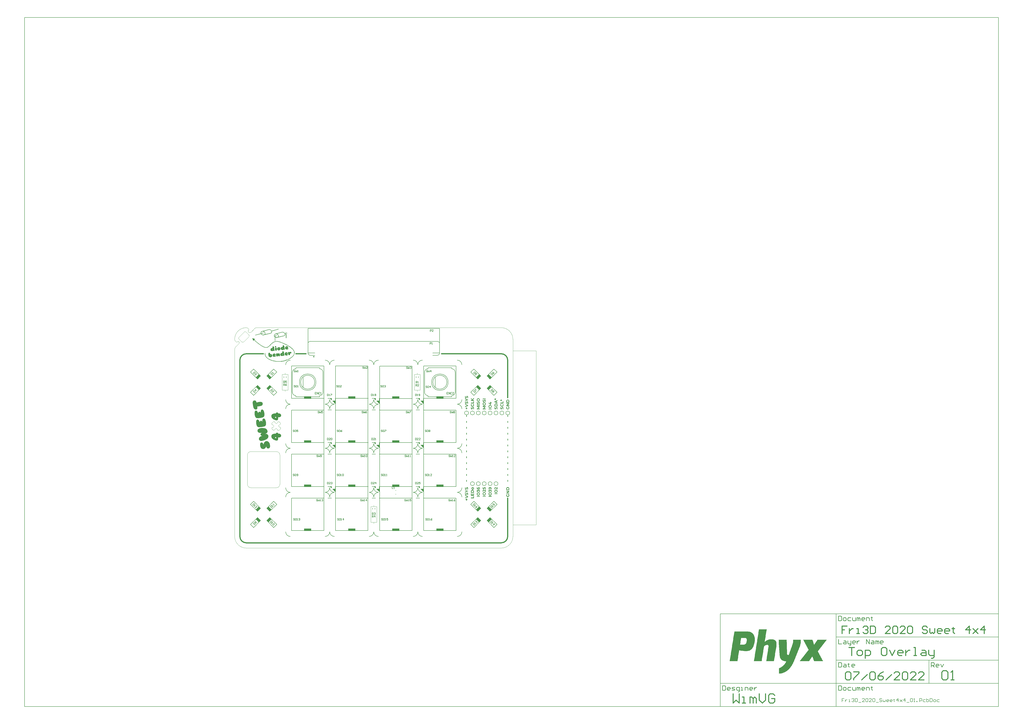
<source format=gto>
G04*
G04 #@! TF.GenerationSoftware,Altium Limited,Altium Designer,22.6.0 (29)*
G04*
G04 Layer_Color=65535*
%FSLAX25Y25*%
%MOIN*%
G70*
G04*
G04 #@! TF.SameCoordinates,49C09CC0-90A6-4759-90E3-BA1AF69BA4C5*
G04*
G04*
G04 #@! TF.FilePolarity,Positive*
G04*
G01*
G75*
%ADD10C,0.01181*%
%ADD11C,0.00591*%
%ADD12C,0.00787*%
%ADD13C,0.01968*%
%ADD14C,0.00394*%
%ADD15C,0.00600*%
%ADD16C,0.00984*%
%ADD17C,0.01575*%
G04:AMPARAMS|DCode=18|XSize=38.66mil|YSize=72.84mil|CornerRadius=0mil|HoleSize=0mil|Usage=FLASHONLY|Rotation=45.000|XOffset=0mil|YOffset=0mil|HoleType=Round|Shape=Rectangle|*
%AMROTATEDRECTD18*
4,1,4,0.01208,-0.03942,-0.03942,0.01208,-0.01208,0.03942,0.03942,-0.01208,0.01208,-0.03942,0.0*
%
%ADD18ROTATEDRECTD18*%

G04:AMPARAMS|DCode=19|XSize=38.66mil|YSize=72.84mil|CornerRadius=0mil|HoleSize=0mil|Usage=FLASHONLY|Rotation=135.000|XOffset=0mil|YOffset=0mil|HoleType=Round|Shape=Rectangle|*
%AMROTATEDRECTD19*
4,1,4,0.03942,0.01208,-0.01208,-0.03942,-0.03942,-0.01208,0.01208,0.03942,0.03942,0.01208,0.0*
%
%ADD19ROTATEDRECTD19*%

G36*
X74380Y371689D02*
X74509Y371612D01*
X74598Y371492D01*
X74616Y371419D01*
X74635Y371346D01*
X74613Y371198D01*
X74536Y371069D01*
X74415Y370980D01*
X74343Y370962D01*
X63264Y368182D01*
X63112Y368144D01*
X63112D01*
X63112Y368144D01*
X63171Y367960D01*
X63247Y367580D01*
X63278Y367194D01*
X63264Y366808D01*
X63235Y366616D01*
X63205Y366434D01*
X63101Y366080D01*
X62954Y365741D01*
X62767Y365422D01*
X62542Y365129D01*
X62283Y364866D01*
X61994Y364636D01*
X61679Y364444D01*
X61511Y364368D01*
X61449Y364339D01*
X61325Y364286D01*
X61199Y364238D01*
X61071Y364194D01*
X61006Y364175D01*
X61003Y364174D01*
X60997Y364171D01*
X60991Y364168D01*
X60984Y364166D01*
X60981Y364165D01*
X60980Y364165D01*
X60978Y364164D01*
X60975Y364163D01*
X60973Y364162D01*
X60971Y364162D01*
Y364162D01*
X60970Y364162D01*
X60968Y364161D01*
X60965Y364160D01*
X60962Y364160D01*
X60961Y364159D01*
X60961Y364159D01*
X60959Y364159D01*
X60958Y364159D01*
X60957Y364159D01*
X60956Y364159D01*
X49719Y361339D01*
Y361339D01*
X49718Y361339D01*
X49717Y361338D01*
X49715Y361338D01*
X49714Y361338D01*
X49713Y361338D01*
X49711Y361337D01*
X49708Y361336D01*
X49703Y361335D01*
X49700Y361334D01*
X49699Y361334D01*
X49698Y361333D01*
X49697Y361333D01*
X49696Y361333D01*
X49695Y361333D01*
X49694Y361333D01*
X49694Y361333D01*
X49693Y361332D01*
X49692Y361332D01*
X49692Y361332D01*
X49675Y361328D01*
X49667Y361326D01*
X49658Y361323D01*
X49641Y361319D01*
X49633Y361317D01*
X49624Y361315D01*
X49616Y361312D01*
X49607Y361310D01*
Y361310D01*
X49398Y361259D01*
X48972Y361202D01*
X48542Y361190D01*
X48114Y361223D01*
X47902Y361262D01*
X47652Y361306D01*
X47165Y361449D01*
X46696Y361643D01*
X46251Y361888D01*
X45836Y362180D01*
X45455Y362516D01*
X45113Y362891D01*
X44814Y363302D01*
X44688Y363522D01*
X35295Y361165D01*
X35295D01*
X35141Y361159D01*
X35074Y361169D01*
X34945Y361246D01*
X34856Y361366D01*
X34838Y361439D01*
X34820Y361512D01*
X34842Y361660D01*
X34919Y361789D01*
X35039Y361878D01*
X35112Y361896D01*
X44388Y364224D01*
X44326Y364413D01*
X44249Y364803D01*
X44220Y365200D01*
X44239Y365598D01*
X44272Y365794D01*
X44306Y365982D01*
X44420Y366346D01*
X44580Y366693D01*
X44782Y367017D01*
X45023Y367313D01*
X45300Y367576D01*
X45608Y367802D01*
X45941Y367988D01*
X46119Y368059D01*
X46184Y368086D01*
X46316Y368136D01*
X46450Y368181D01*
X46586Y368220D01*
X46655Y368237D01*
X57774Y371026D01*
X57892Y371056D01*
X57915Y371062D01*
X57915D01*
X58124Y371112D01*
X58548Y371166D01*
X58977Y371177D01*
X59403Y371142D01*
X59614Y371102D01*
X59863Y371057D01*
X60347Y370914D01*
X60814Y370719D01*
X61256Y370474D01*
X61669Y370182D01*
X62048Y369847D01*
X62388Y369473D01*
X62686Y369065D01*
X62812Y368845D01*
X74159Y371692D01*
Y371692D01*
X74313Y371698D01*
X74380Y371689D01*
D02*
G37*
G36*
X86744Y366627D02*
X86792Y366580D01*
X86818Y366518D01*
X86818Y366485D01*
X86838Y365181D01*
X86838Y365181D01*
X86838Y365181D01*
X86838Y365148D01*
X86813Y365086D01*
X86766Y365038D01*
X86705Y365012D01*
X86672Y365012D01*
X86638Y365011D01*
X86577Y365036D01*
X86529Y365082D01*
X86502Y365143D01*
X86502Y365176D01*
X86484Y366480D01*
X86483Y366513D01*
X86508Y366575D01*
X86554Y366623D01*
X86616Y366650D01*
X86649Y366651D01*
X86649Y366651D01*
X86682Y366651D01*
X86744Y366627D01*
D02*
G37*
G36*
X88455Y366043D02*
X88480Y366020D01*
X88504Y365998D01*
X88530Y365936D01*
X88531Y365870D01*
X88507Y365808D01*
X88483Y365784D01*
X87581Y364843D01*
X87557Y364820D01*
X87496Y364793D01*
X87429Y364792D01*
X87367Y364817D01*
X87343Y364840D01*
X87343Y364840D01*
X87319Y364863D01*
X87292Y364924D01*
X87291Y364990D01*
X87315Y365052D01*
X87338Y365076D01*
X88242Y366015D01*
X88242D01*
X88265Y366039D01*
X88326Y366066D01*
X88393Y366068D01*
X88455Y366043D01*
D02*
G37*
G36*
X89494Y364803D02*
X89551Y364769D01*
X89591Y364715D01*
X89599Y364683D01*
X89607Y364650D01*
X89597Y364585D01*
X89562Y364528D01*
X89508Y364489D01*
X89476Y364481D01*
X88210Y364167D01*
X88178Y364159D01*
X88112Y364170D01*
X88055Y364205D01*
X88016Y364259D01*
X88008Y364291D01*
X88000Y364323D01*
X88009Y364389D01*
X88044Y364446D01*
X88097Y364486D01*
X88129Y364493D01*
X89395Y364805D01*
X89395D01*
X89428Y364813D01*
X89494Y364803D01*
D02*
G37*
G36*
X81998Y366773D02*
X82209Y366734D01*
X82458Y366689D01*
X82942Y366546D01*
X83409Y366351D01*
X83851Y366106D01*
X84264Y365815D01*
X84643Y365480D01*
X84984Y365106D01*
X85281Y364698D01*
X85407Y364478D01*
X86137Y364661D01*
X86283Y364697D01*
X86584Y364703D01*
X86879Y364641D01*
X87152Y364514D01*
X87271Y364421D01*
X87389Y364329D01*
X87579Y364095D01*
X87711Y363824D01*
X87778Y363530D01*
X87778Y363380D01*
Y356469D01*
X87778Y356395D01*
X87721Y356256D01*
X87615Y356150D01*
X87476Y356093D01*
X87401Y356093D01*
X87326Y356093D01*
X87188Y356150D01*
X87082Y356256D01*
X87025Y356395D01*
X87025Y356469D01*
Y363380D01*
X87025D01*
X87021Y363444D01*
X86992Y363569D01*
X86936Y363685D01*
X86855Y363785D01*
X86807Y363827D01*
X86807Y363827D01*
X86754Y363864D01*
X86638Y363918D01*
X86513Y363945D01*
X86384Y363943D01*
X86321Y363931D01*
X85707Y363777D01*
X85766Y363593D01*
X85842Y363213D01*
X85873Y362827D01*
X85859Y362441D01*
X85830Y362249D01*
X85800Y362067D01*
X85696Y361713D01*
X85549Y361373D01*
X85362Y361055D01*
X85137Y360761D01*
X84878Y360498D01*
X84589Y360268D01*
X84274Y360076D01*
X84105Y360000D01*
X84044Y359971D01*
X83920Y359918D01*
X83793Y359869D01*
X83665Y359826D01*
X83600Y359807D01*
X83599Y359806D01*
X83597Y359805D01*
X83595Y359804D01*
X83592Y359803D01*
X83591Y359803D01*
X83589Y359802D01*
X83588Y359802D01*
X83587Y359801D01*
X83582Y359799D01*
X83577Y359798D01*
X83572Y359796D01*
X83567Y359794D01*
X83562Y359793D01*
X83557Y359791D01*
X83552Y359790D01*
X72314Y356972D01*
X72313Y356972D01*
X72311Y356971D01*
X72309Y356970D01*
X72307Y356969D01*
X72306Y356969D01*
Y356969D01*
X72305Y356969D01*
X72305Y356969D01*
X72303Y356969D01*
X72302Y356968D01*
X72301Y356968D01*
X72300Y356968D01*
X72298Y356967D01*
X72295Y356967D01*
X72292Y356966D01*
X72289Y356966D01*
X72287Y356965D01*
X72285Y356964D01*
X72280Y356963D01*
X72276Y356962D01*
X72272Y356961D01*
X72270Y356960D01*
X72262Y356958D01*
X72253Y356956D01*
X72245Y356954D01*
X72236Y356951D01*
X72228Y356949D01*
X72219Y356947D01*
X72211Y356945D01*
X72202Y356943D01*
Y356943D01*
X72044Y356904D01*
X71723Y356852D01*
X71399Y356827D01*
X71073Y356828D01*
X70911Y356842D01*
X70706Y356859D01*
X70302Y356930D01*
X69905Y357037D01*
X69520Y357179D01*
X69334Y357267D01*
X69297Y357284D01*
X69223Y357320D01*
X69149Y357358D01*
X69040Y357417D01*
Y357263D01*
Y357239D01*
Y351876D01*
X69040Y351801D01*
X68983Y351663D01*
X68877Y351557D01*
X68739Y351500D01*
X68664Y351500D01*
X68589Y351500D01*
X68450Y351557D01*
X68344Y351663D01*
X68287Y351801D01*
X68287Y351876D01*
Y357780D01*
X68287Y357936D01*
X68159Y358044D01*
X67921Y358277D01*
X67701Y358528D01*
X67501Y358795D01*
X67412Y358936D01*
X67374Y358996D01*
X67301Y359120D01*
X67234Y359246D01*
X67170Y359375D01*
X67149Y359423D01*
X66775Y359344D01*
Y359344D01*
X66743Y359337D01*
X66677Y359349D01*
X66621Y359384D01*
X66584Y359439D01*
X66577Y359472D01*
Y359472D01*
X66570Y359505D01*
X66582Y359570D01*
X66618Y359626D01*
X66673Y359664D01*
X66706Y359671D01*
X67018Y359737D01*
X66916Y360061D01*
X66838Y360494D01*
X66815Y360935D01*
X66832Y361155D01*
X66849Y361359D01*
X66939Y361760D01*
X67084Y362145D01*
X67279Y362507D01*
X67522Y362838D01*
X67807Y363134D01*
X68130Y363387D01*
X68485Y363595D01*
X68675Y363673D01*
Y363673D01*
X68675Y363673D01*
X68809Y363729D01*
X68886Y363759D01*
X69030Y363808D01*
X69176Y363850D01*
X69250Y363869D01*
X80488Y366689D01*
X80511Y366694D01*
X80719Y366743D01*
X81144Y366798D01*
X81572Y366808D01*
X81998Y366773D01*
D02*
G37*
G36*
X69581Y342772D02*
X69724Y342756D01*
X69795Y342740D01*
X69861Y342726D01*
X69989Y342682D01*
X70112Y342623D01*
X70227Y342552D01*
X70281Y342510D01*
X70350Y342456D01*
X70469Y342324D01*
X70563Y342175D01*
X70630Y342011D01*
X70649Y341924D01*
X70662Y341860D01*
X70672Y341729D01*
X70665Y341598D01*
X70641Y341469D01*
X70620Y341406D01*
Y341406D01*
X70606Y341364D01*
X70573Y341283D01*
X70533Y341204D01*
X70487Y341129D01*
X70461Y341093D01*
X70461Y341093D01*
X70391Y340998D01*
X70220Y340836D01*
X70022Y340708D01*
X69805Y340618D01*
X69689Y340594D01*
X69689D01*
X69641Y340583D01*
X69542Y340569D01*
X69443Y340562D01*
X69344Y340563D01*
X69294Y340566D01*
X69225Y340571D01*
X69089Y340597D01*
X68957Y340637D01*
X68829Y340691D01*
X68769Y340725D01*
X68672Y340779D01*
X68505Y340925D01*
X68372Y341102D01*
X68278Y341302D01*
X68252Y341410D01*
X68252D01*
X68239Y341474D01*
X68229Y341605D01*
X68237Y341737D01*
X68261Y341866D01*
X68282Y341928D01*
X68296Y341970D01*
X68330Y342052D01*
X68370Y342130D01*
X68416Y342206D01*
X68442Y342241D01*
Y342241D01*
X68512Y342337D01*
X68686Y342500D01*
X68886Y342628D01*
X69106Y342718D01*
X69222Y342742D01*
X69293Y342757D01*
X69436Y342773D01*
X69581Y342772D01*
D02*
G37*
G36*
X81179Y341377D02*
X81178Y341377D01*
X81176Y341377D01*
X81179Y341377D01*
D02*
G37*
G36*
X81204Y341374D02*
X81201Y341375D01*
X81179Y341377D01*
X81204Y341374D01*
D02*
G37*
G36*
X82803Y344159D02*
X82999Y344132D01*
X83189Y344078D01*
X83280Y344038D01*
X83319Y344021D01*
X83395Y343981D01*
X83451Y343947D01*
X83572Y343861D01*
X83688Y343762D01*
X83726Y343725D01*
X83783Y343665D01*
X83809Y343634D01*
X83835Y343603D01*
X83884Y343541D01*
X83931Y343477D01*
X83975Y343412D01*
X83996Y343378D01*
X83996D01*
X84046Y343296D01*
X84135Y343124D01*
X84212Y342948D01*
X84277Y342766D01*
X84304Y342673D01*
X84311Y342650D01*
X84324Y342603D01*
X84330Y342575D01*
X84350Y342487D01*
X84350Y342484D01*
X84361Y342436D01*
X84362Y342431D01*
X84362Y342430D01*
X84392Y342286D01*
X84393Y342279D01*
X84415Y342164D01*
X84454Y341932D01*
X84489Y341700D01*
X84518Y341467D01*
X84531Y341350D01*
X84543Y341238D01*
X84563Y341014D01*
X84578Y340789D01*
X84586Y340607D01*
X84591Y340452D01*
Y340452D01*
X84594Y340297D01*
X84594Y340266D01*
X84594Y340141D01*
X84592Y340017D01*
X84591Y339955D01*
X84588Y339825D01*
X84573Y339566D01*
X84549Y339308D01*
X84516Y339051D01*
X84495Y338923D01*
X84552Y338903D01*
X84660Y338853D01*
X84763Y338790D01*
X84784Y338773D01*
X84900Y338674D01*
X85000Y338559D01*
X85008Y338550D01*
X85067Y338458D01*
X85117Y338360D01*
X85136Y338309D01*
X85192Y338155D01*
X85226Y337829D01*
X85180Y337504D01*
X85057Y337201D01*
X84961Y337068D01*
X84921Y337015D01*
X84829Y336918D01*
X84725Y336835D01*
X84612Y336765D01*
X84552Y336737D01*
X84525Y336725D01*
X84469Y336703D01*
X84413Y336685D01*
X84355Y336670D01*
X84326Y336664D01*
X84298Y336658D01*
X84242Y336649D01*
X84185Y336642D01*
X84128Y336638D01*
X84100Y336637D01*
X83944Y336640D01*
X83909Y336643D01*
X83882Y336645D01*
X83856Y336648D01*
X83834Y336651D01*
X83682Y336677D01*
X83538Y336713D01*
X83488Y336727D01*
X83412Y336752D01*
X83391Y336760D01*
X83255Y336811D01*
Y336811D01*
X83218Y336787D01*
X83142Y336740D01*
X83065Y336694D01*
X82986Y336651D01*
X82946Y336631D01*
X82731Y336522D01*
X82280Y336350D01*
X81815Y336224D01*
X81339Y336146D01*
X81098Y336131D01*
X81051Y336128D01*
X80956Y336124D01*
X80861Y336122D01*
X80765Y336122D01*
X80718Y336123D01*
X80672Y336124D01*
X80580Y336128D01*
X80488Y336135D01*
X80396Y336144D01*
X80350Y336149D01*
X80265Y336159D01*
X80095Y336189D01*
X79927Y336229D01*
X79819Y336263D01*
X79682Y336311D01*
X79550Y336370D01*
X79534Y336378D01*
X79433Y336433D01*
X79334Y336492D01*
X79238Y336555D01*
X79192Y336589D01*
X79192D01*
X79148Y336621D01*
X79063Y336689D01*
X78981Y336761D01*
X78974Y336768D01*
X78865Y336876D01*
X78763Y336991D01*
X78679Y337099D01*
X78576Y337262D01*
X78490Y337435D01*
X78455Y337525D01*
X78418Y337625D01*
X78356Y337828D01*
X78306Y338035D01*
X78267Y338244D01*
X78254Y338350D01*
X78244Y338427D01*
X78230Y338582D01*
X78224Y338738D01*
X78224Y338893D01*
X78227Y338971D01*
X78229Y339011D01*
X78234Y339089D01*
X78239Y339137D01*
X78257Y339286D01*
X78282Y339432D01*
X78293Y339481D01*
X78311Y339558D01*
X78321Y339597D01*
X78351Y339713D01*
X78436Y339938D01*
X78546Y340153D01*
X78678Y340353D01*
X78755Y340446D01*
X78831Y340535D01*
X78997Y340699D01*
X79178Y340847D01*
X79347Y340962D01*
X79474Y341035D01*
X79602Y341102D01*
X79745Y341167D01*
X79934Y341237D01*
X80084Y341280D01*
X80227Y341314D01*
X80372Y341342D01*
X80581Y341371D01*
X80819Y341387D01*
X80979Y341386D01*
X81133Y341380D01*
X81136Y341379D01*
X81199Y341375D01*
X81330Y341362D01*
X81204Y341374D01*
X81199Y341375D01*
X81177Y341377D01*
X81178Y341377D01*
X81201Y341375D01*
X81204Y341374D01*
X81347Y341360D01*
X81365Y341358D01*
X81391Y341354D01*
X81415Y341351D01*
X81427Y341349D01*
X81579Y341321D01*
X81579D01*
X81579Y341321D01*
X81551Y341424D01*
X81524Y341538D01*
X81514Y341582D01*
X81488Y341707D01*
X81480Y341750D01*
X81456Y341896D01*
X81456D01*
X81435Y342045D01*
X81425Y342125D01*
X81416Y342216D01*
X81412Y342263D01*
X81408Y342313D01*
X81403Y342413D01*
X81400Y342512D01*
X81401Y342665D01*
X81408Y342818D01*
X81418Y342920D01*
X81432Y343022D01*
X81441Y343073D01*
X81449Y343122D01*
X81471Y343219D01*
X81499Y343315D01*
X81532Y343409D01*
X81551Y343455D01*
X81609Y343601D01*
X81801Y343849D01*
X82055Y344034D01*
X82350Y344139D01*
X82507Y344148D01*
X82605Y344161D01*
X82803Y344159D01*
D02*
G37*
G36*
X75352Y340903D02*
X75504Y340892D01*
X75504Y340892D01*
X75704Y340875D01*
X76092Y340769D01*
X76455Y340596D01*
X76780Y340360D01*
X76919Y340215D01*
X76957Y340175D01*
X77030Y340090D01*
X77099Y340003D01*
X77164Y339912D01*
X77195Y339866D01*
X77266Y339754D01*
X77390Y339520D01*
X77493Y339276D01*
X77576Y339024D01*
X77606Y338895D01*
X77614Y338863D01*
X77629Y338798D01*
X77641Y338733D01*
X77652Y338667D01*
X77656Y338634D01*
X77656D01*
X77658Y338611D01*
X77663Y338565D01*
X77667Y338520D01*
X77671Y338474D01*
X77672Y338451D01*
Y338451D01*
X77675Y338409D01*
X77679Y338323D01*
X77682Y338237D01*
X77682Y338152D01*
X77681Y338069D01*
X77678Y337991D01*
X77673Y337912D01*
X77666Y337834D01*
X77662Y337795D01*
X77662Y337795D01*
X77658Y337759D01*
X77649Y337687D01*
X77637Y337615D01*
X77624Y337544D01*
X77617Y337508D01*
X77607Y337460D01*
X77583Y337364D01*
X77555Y337268D01*
X77523Y337174D01*
X77506Y337128D01*
X77493Y337097D01*
X77467Y337037D01*
X77438Y336978D01*
X77408Y336920D01*
X77377Y336864D01*
X77345Y336810D01*
X77311Y336756D01*
X77276Y336704D01*
X77258Y336678D01*
X77185Y336577D01*
X77022Y336386D01*
X76844Y336210D01*
X76652Y336049D01*
X76550Y335977D01*
X76538Y335968D01*
X76514Y335951D01*
X76490Y335935D01*
X76465Y335919D01*
X76453Y335911D01*
X76443Y335904D01*
X76421Y335891D01*
X76400Y335878D01*
X76378Y335865D01*
X76367Y335859D01*
X76299Y335822D01*
X76159Y335756D01*
X76016Y335696D01*
X75870Y335644D01*
X75796Y335622D01*
X75769Y335613D01*
X75715Y335598D01*
X75660Y335584D01*
X75606Y335570D01*
X75578Y335564D01*
X75568Y335562D01*
X75547Y335557D01*
X75526Y335553D01*
X75505Y335549D01*
X75495Y335547D01*
X75487Y335545D01*
X75472Y335542D01*
X75456Y335540D01*
X75440Y335537D01*
X75432Y335536D01*
Y335536D01*
X75426Y335535D01*
X75413Y335532D01*
X75399Y335531D01*
X75386Y335529D01*
X75379Y335528D01*
X75280Y335517D01*
X75080Y335503D01*
X74879Y335500D01*
X74679Y335505D01*
X74579Y335513D01*
X74300Y335525D01*
X73762Y335671D01*
X73270Y335932D01*
X72847Y336297D01*
X72682Y336521D01*
X72603Y336631D01*
X72467Y336863D01*
X72354Y337107D01*
X72263Y337361D01*
X72230Y337491D01*
X72221Y337524D01*
X72206Y337589D01*
X72193Y337654D01*
X72182Y337720D01*
X72178Y337754D01*
X72166Y337858D01*
X72153Y338068D01*
X72150Y338278D01*
X72157Y338441D01*
X72169Y338593D01*
X72169D01*
X72169Y338593D01*
X72185Y338822D01*
X72304Y339264D01*
X72505Y339676D01*
X72783Y340041D01*
X72954Y340193D01*
Y340193D01*
X73071Y340289D01*
X73099Y340311D01*
X73201Y340383D01*
X73235Y340405D01*
X73361Y340480D01*
Y340480D01*
X73492Y340553D01*
X73766Y340673D01*
X74051Y340768D01*
X74343Y340837D01*
X74491Y340858D01*
Y340858D01*
X74491Y340858D01*
X74640Y340876D01*
X74643Y340877D01*
X74796Y340886D01*
X74947Y340900D01*
X75061Y340907D01*
X75238Y340909D01*
X75352Y340903D01*
D02*
G37*
G36*
X70113Y340340D02*
X70184Y340336D01*
X70325Y340314D01*
X70463Y340276D01*
X70595Y340222D01*
X70658Y340188D01*
Y340188D01*
X70685Y340173D01*
X70739Y340141D01*
X70791Y340105D01*
X70841Y340068D01*
X70866Y340048D01*
X70941Y339984D01*
X71075Y339841D01*
X71192Y339683D01*
X71291Y339514D01*
X71331Y339424D01*
X71338Y339409D01*
X71351Y339378D01*
X71364Y339346D01*
X71375Y339314D01*
X71381Y339298D01*
Y339298D01*
X71382Y339295D01*
X71385Y339287D01*
X71388Y339279D01*
X71391Y339271D01*
X71393Y339267D01*
X71393Y339267D01*
X71397Y339256D01*
X71405Y339233D01*
X71413Y339210D01*
X71421Y339187D01*
X71424Y339175D01*
X71424Y339175D01*
X71430Y339156D01*
X71442Y339118D01*
X71454Y339080D01*
X71465Y339042D01*
X71470Y339022D01*
X71477Y338996D01*
X71491Y338943D01*
X71505Y338890D01*
X71518Y338837D01*
X71524Y338810D01*
X71532Y338777D01*
X71546Y338709D01*
X71561Y338642D01*
X71574Y338574D01*
X71580Y338540D01*
X71588Y338499D01*
X71602Y338417D01*
X71615Y338335D01*
X71627Y338253D01*
X71633Y338211D01*
Y338212D01*
X71639Y338164D01*
X71651Y338068D01*
X71662Y337971D01*
X71672Y337875D01*
X71676Y337827D01*
X71692Y337642D01*
X71710Y337271D01*
X71714Y336899D01*
X71704Y336528D01*
X71693Y336343D01*
X71690Y336201D01*
X71624Y335924D01*
X71500Y335668D01*
X71323Y335445D01*
X71213Y335356D01*
X71213D01*
X71140Y335299D01*
X70980Y335202D01*
X70811Y335124D01*
X70634Y335067D01*
X70543Y335048D01*
X70527Y335045D01*
X70496Y335039D01*
X70464Y335034D01*
X70433Y335030D01*
X70417Y335028D01*
X70378Y335022D01*
X70299Y335014D01*
X70220Y335009D01*
X70140Y335008D01*
X70100Y335009D01*
Y335009D01*
X69942Y335010D01*
X69634Y335084D01*
X69351Y335227D01*
X69109Y335432D01*
X69015Y335559D01*
X69015D01*
X69006Y335571D01*
X68989Y335594D01*
X68973Y335618D01*
X68957Y335642D01*
X68950Y335654D01*
X68943Y335665D01*
X68929Y335687D01*
X68917Y335710D01*
X68905Y335733D01*
X68900Y335745D01*
Y335745D01*
X68874Y335797D01*
X68826Y335903D01*
X68782Y336011D01*
X68740Y336119D01*
X68721Y336175D01*
X68721D01*
X68703Y336229D01*
X68668Y336339D01*
X68636Y336450D01*
X68607Y336562D01*
X68594Y336618D01*
X68582Y336673D01*
X68558Y336784D01*
X68537Y336894D01*
X68519Y337006D01*
X68511Y337062D01*
Y337062D01*
X68511Y337062D01*
X68485Y337247D01*
X68453Y337621D01*
X68440Y337995D01*
X68447Y338370D01*
X68460Y338557D01*
X68460D01*
X68462Y338586D01*
X68467Y338645D01*
X68472Y338703D01*
X68477Y338762D01*
X68480Y338791D01*
X68483Y338817D01*
X68488Y338868D01*
X68495Y338919D01*
X68502Y338970D01*
X68505Y338995D01*
Y338995D01*
X68512Y339039D01*
X68529Y339126D01*
X68550Y339211D01*
X68575Y339296D01*
X68589Y339338D01*
X68641Y339504D01*
X68821Y339800D01*
X69069Y340044D01*
X69368Y340221D01*
X69534Y340271D01*
Y340271D01*
X69549Y340275D01*
X69580Y340284D01*
X69611Y340292D01*
X69642Y340299D01*
X69657Y340302D01*
X69671Y340305D01*
X69699Y340310D01*
X69727Y340314D01*
X69756Y340318D01*
X69770Y340319D01*
X69770Y340319D01*
X69770Y340319D01*
X69812Y340326D01*
X69898Y340336D01*
X69984Y340341D01*
X70069Y340342D01*
X70113Y340340D01*
D02*
G37*
G36*
X65486Y342273D02*
X65682Y342246D01*
X65872Y342192D01*
X65963Y342153D01*
X65996Y342138D01*
X66077Y342093D01*
X66080Y342091D01*
X66156Y342043D01*
X66189Y342022D01*
X66215Y342002D01*
X66297Y341939D01*
X66366Y341878D01*
X66305Y341933D01*
X66305Y341933D01*
X66395Y341853D01*
X66409Y341839D01*
X66466Y341779D01*
X66493Y341748D01*
X66518Y341718D01*
X66567Y341655D01*
X66614Y341592D01*
X66659Y341526D01*
X66679Y341492D01*
Y341492D01*
X66729Y341410D01*
X66818Y341238D01*
X66896Y341062D01*
X66961Y340880D01*
X66987Y340787D01*
X66994Y340764D01*
X67007Y340717D01*
X67011Y340698D01*
X67046Y340545D01*
Y340545D01*
X67046Y340545D01*
X67077Y340393D01*
X67099Y340278D01*
X67138Y340046D01*
X67172Y339814D01*
X67202Y339581D01*
X67214Y339464D01*
X67226Y339352D01*
X67246Y339128D01*
X67261Y338903D01*
X67272Y338679D01*
X67274Y338566D01*
X67276Y338504D01*
X67278Y338380D01*
X67277Y338256D01*
X67276Y338131D01*
X67274Y338069D01*
X67271Y337939D01*
X67256Y337681D01*
X67232Y337422D01*
X67202Y337184D01*
X67178Y337037D01*
Y337037D01*
X67180Y337036D01*
X67320Y336978D01*
X67344Y336967D01*
X67446Y336904D01*
X67467Y336887D01*
X67583Y336788D01*
X67684Y336673D01*
X67691Y336664D01*
X67751Y336572D01*
X67800Y336474D01*
X67820Y336423D01*
X67876Y336269D01*
X67910Y335943D01*
X67864Y335618D01*
X67740Y335315D01*
X67644Y335182D01*
Y335182D01*
X67604Y335129D01*
X67512Y335033D01*
X67409Y334949D01*
X67296Y334879D01*
X67235Y334851D01*
X67208Y334839D01*
X67153Y334818D01*
X67096Y334799D01*
X67039Y334784D01*
X67010Y334778D01*
X66982Y334772D01*
X66925Y334763D01*
X66869Y334756D01*
X66812Y334752D01*
X66783Y334751D01*
X66756Y334750D01*
X66701Y334751D01*
X66647Y334753D01*
X66592Y334757D01*
X66565Y334759D01*
X66540Y334762D01*
X66529Y334764D01*
X66422Y334782D01*
X66421Y334782D01*
X66512Y334767D01*
X66416Y334783D01*
X66295Y334809D01*
X66281Y334813D01*
X66247Y334822D01*
X66163Y334846D01*
X66156Y334848D01*
X66069Y334876D01*
X65939Y334926D01*
Y334926D01*
X65901Y334901D01*
X65825Y334854D01*
X65748Y334808D01*
X65670Y334765D01*
X65630Y334745D01*
X65414Y334636D01*
X64964Y334464D01*
X64498Y334338D01*
X64022Y334260D01*
X63782Y334245D01*
X63734Y334242D01*
X63639Y334238D01*
X63544Y334236D01*
X63449Y334236D01*
X63401Y334237D01*
X63355Y334238D01*
X63263Y334242D01*
X63171Y334249D01*
X63080Y334258D01*
X63034Y334263D01*
X62948Y334273D01*
X62778Y334303D01*
X62611Y334344D01*
X62502Y334377D01*
X62365Y334425D01*
X62233Y334485D01*
X62217Y334492D01*
X62116Y334547D01*
X62018Y334606D01*
X61922Y334669D01*
X61875Y334703D01*
X61875D01*
X61831Y334735D01*
X61746Y334804D01*
X61664Y334875D01*
X61658Y334882D01*
X61549Y334991D01*
X61447Y335105D01*
X61363Y335213D01*
X61260Y335376D01*
X61173Y335549D01*
X61139Y335639D01*
X61139D01*
X61102Y335739D01*
X61040Y335943D01*
X60989Y336149D01*
X60958Y336316D01*
X60937Y336464D01*
X60937D01*
X60921Y336614D01*
X60914Y336696D01*
X60907Y336852D01*
X60907Y337007D01*
X60910Y337085D01*
X60912Y337125D01*
X60918Y337204D01*
X60922Y337251D01*
X60940Y337400D01*
X60966Y337546D01*
X60976Y337595D01*
X60994Y337672D01*
X61004Y337711D01*
X61034Y337827D01*
X61120Y338053D01*
X61229Y338267D01*
X61345Y338442D01*
X61439Y338560D01*
Y338560D01*
X61540Y338675D01*
X61681Y338813D01*
X61861Y338961D01*
X62030Y339076D01*
X62157Y339149D01*
X62286Y339216D01*
X62429Y339281D01*
X62618Y339351D01*
X62767Y339394D01*
X62910Y339428D01*
X63055Y339457D01*
X63264Y339485D01*
X63503Y339501D01*
X63707Y339500D01*
X63861Y339491D01*
X63863Y339491D01*
X63888Y339489D01*
X64030Y339474D01*
X64048Y339472D01*
X64075Y339469D01*
X64098Y339465D01*
X64110Y339464D01*
X64262Y339435D01*
X64262Y339435D01*
X64262Y339436D01*
X64235Y339538D01*
X64207Y339652D01*
X64197Y339696D01*
X64171Y339821D01*
X64164Y339864D01*
X64139Y340010D01*
X64118Y340159D01*
X64109Y340239D01*
X64099Y340331D01*
X64096Y340377D01*
X64092Y340427D01*
X64086Y340527D01*
X64083Y340626D01*
X64084Y340779D01*
X64091Y340933D01*
X64101Y341034D01*
X64102Y341039D01*
X64124Y341187D01*
X64154Y341331D01*
X64155Y341333D01*
X64183Y341429D01*
X64184Y341434D01*
X64235Y341569D01*
X64292Y341715D01*
X64484Y341964D01*
X64738Y342148D01*
X65034Y342253D01*
X65191Y342262D01*
X65191D01*
X65342Y342274D01*
X65486Y342273D01*
D02*
G37*
G36*
X88617Y342495D02*
X88717Y342490D01*
X88819Y342483D01*
X88870Y342477D01*
X89043Y342459D01*
X89383Y342380D01*
X89710Y342257D01*
X90018Y342093D01*
X90056Y342066D01*
X90164Y341989D01*
X90233Y341930D01*
X90292Y341878D01*
X90293Y341876D01*
X90318Y341852D01*
X90365Y341801D01*
X90411Y341749D01*
X90455Y341694D01*
X90475Y341667D01*
X90558Y341556D01*
X90691Y341314D01*
X90792Y341057D01*
X90858Y340788D01*
X90874Y340651D01*
X90874D01*
X90878Y340615D01*
X90883Y340542D01*
X90883Y340515D01*
X90877Y340361D01*
X90852Y340215D01*
X90843Y340174D01*
X90799Y340055D01*
X90741Y339943D01*
X90706Y339891D01*
X90706D01*
X90688Y339866D01*
X90651Y339818D01*
X90611Y339772D01*
X90568Y339729D01*
X90546Y339709D01*
X90523Y339688D01*
X90475Y339649D01*
X90425Y339612D01*
X90373Y339577D01*
X90346Y339561D01*
X90319Y339545D01*
X90262Y339514D01*
X90204Y339485D01*
X90145Y339459D01*
X90115Y339447D01*
X90083Y339435D01*
X90020Y339412D01*
X89956Y339391D01*
X89891Y339373D01*
X89858Y339365D01*
X89755Y339340D01*
X89544Y339308D01*
X89399Y339297D01*
X89399D01*
X89252Y339293D01*
X89120Y339294D01*
X89014Y339303D01*
X89044Y339284D01*
X89106Y339249D01*
X89170Y339217D01*
X89235Y339189D01*
X89268Y339176D01*
X89300Y339164D01*
X89364Y339144D01*
X89364Y339144D01*
X89428Y339126D01*
X89493Y339110D01*
X89526Y339104D01*
X89557Y339098D01*
X89621Y339088D01*
X89685Y339080D01*
X89749Y339074D01*
X89780Y339071D01*
X89811Y339069D01*
X89873Y339066D01*
X89935Y339063D01*
X89996Y339061D01*
X90027Y339060D01*
X90261Y339055D01*
X90261D01*
X90414Y339046D01*
X90449Y339042D01*
X90476Y339039D01*
Y339039D01*
X90500Y339036D01*
X90548Y339027D01*
X90596Y339016D01*
X90644Y339002D01*
X90667Y338994D01*
X90689Y338986D01*
X90731Y338967D01*
X90772Y338944D01*
X90811Y338918D01*
X90829Y338904D01*
X90871Y338867D01*
X90942Y338779D01*
X90997Y338682D01*
X91035Y338576D01*
X91045Y338521D01*
X91045Y338519D01*
X91047Y338514D01*
X91048Y338509D01*
X91049Y338504D01*
X91049Y338502D01*
X91050Y338495D01*
X91053Y338481D01*
X91055Y338467D01*
X91057Y338453D01*
X91058Y338446D01*
X91067Y338367D01*
X91058Y338208D01*
X91024Y338052D01*
X90964Y337905D01*
X90922Y337837D01*
X90909Y337817D01*
X90883Y337779D01*
X90855Y337742D01*
X90825Y337706D01*
X90810Y337689D01*
X90771Y337647D01*
X90686Y337569D01*
X90594Y337500D01*
X90572Y337486D01*
X90446Y337412D01*
X90446Y337412D01*
X90312Y337356D01*
X90298Y337351D01*
X90282Y337345D01*
X90258Y337336D01*
X90210Y337318D01*
X90161Y337301D01*
X90113Y337285D01*
X90088Y337277D01*
X89973Y337241D01*
X89739Y337178D01*
X89502Y337127D01*
X89263Y337087D01*
X89143Y337073D01*
X88913Y337045D01*
X88449Y337034D01*
X87986Y337069D01*
X87529Y337149D01*
X87306Y337212D01*
X87301Y337214D01*
X87290Y337217D01*
X87284Y337218D01*
X87149Y337269D01*
X87149Y337269D01*
X86938Y337359D01*
X86559Y337616D01*
X86235Y337940D01*
X85980Y338321D01*
X85891Y338532D01*
X85844Y338645D01*
X85768Y338880D01*
X85713Y339120D01*
X85677Y339364D01*
X85670Y339486D01*
X85666Y339541D01*
X85661Y339696D01*
X85661Y339721D01*
X85662Y339779D01*
X85663Y339837D01*
X85666Y339894D01*
X85668Y339923D01*
X85673Y340002D01*
X85690Y340159D01*
X85714Y340314D01*
X85732Y340402D01*
X85765Y340546D01*
X85804Y340686D01*
X85829Y340765D01*
X85879Y340901D01*
X85958Y341111D01*
X86193Y341494D01*
X86496Y341825D01*
X86856Y342094D01*
X87058Y342191D01*
X87058D01*
X87155Y342232D01*
X87245Y342267D01*
X87383Y342313D01*
X87430Y342329D01*
X87555Y342365D01*
X87681Y342396D01*
X87745Y342410D01*
X87833Y342429D01*
X88011Y342459D01*
X88190Y342480D01*
X88306Y342489D01*
X88460Y342495D01*
X88617Y342495D01*
D02*
G37*
G36*
X82106Y333949D02*
X82302Y333921D01*
X82492Y333868D01*
X82583Y333828D01*
X82616Y333813D01*
X82696Y333769D01*
X82700Y333767D01*
X82776Y333719D01*
X82726Y333752D01*
X82728Y333751D01*
X82800Y333704D01*
X82801Y333704D01*
X82776Y333719D01*
X82809Y333697D01*
X82835Y333677D01*
X82916Y333615D01*
X82986Y333554D01*
X82962Y333575D01*
X82925Y333608D01*
X82925Y333608D01*
X82962Y333575D01*
X82986Y333554D01*
X82986Y333554D01*
X83015Y333528D01*
X83029Y333515D01*
X83086Y333455D01*
X83113Y333423D01*
X83138Y333393D01*
X83187Y333331D01*
X83234Y333267D01*
X83278Y333201D01*
X83299Y333168D01*
X83349Y333085D01*
X83438Y332914D01*
X83516Y332737D01*
X83581Y332556D01*
X83607Y332463D01*
X83614Y332439D01*
X83627Y332393D01*
X83638Y332345D01*
X83649Y332298D01*
X83653Y332274D01*
X83665Y332221D01*
X83669Y332202D01*
X83677Y332164D01*
X83685Y332126D01*
X83693Y332088D01*
X83696Y332069D01*
X83718Y331954D01*
X83758Y331722D01*
X83792Y331490D01*
X83822Y331256D01*
X83834Y331140D01*
X83846Y331028D01*
X83866Y330804D01*
X83881Y330579D01*
X83891Y330354D01*
X83894Y330242D01*
X83896Y330180D01*
X83897Y330055D01*
X83897Y329931D01*
X83896Y329807D01*
X83894Y329745D01*
X83891Y329615D01*
X83876Y329356D01*
X83852Y329098D01*
X83819Y328840D01*
X83798Y328712D01*
X83855Y328693D01*
X83964Y328642D01*
X84066Y328580D01*
X84160Y328506D01*
X84203Y328464D01*
X84242Y328425D01*
X84311Y328340D01*
X84370Y328248D01*
X84420Y328150D01*
X84439Y328098D01*
X84495Y327944D01*
X84529Y327619D01*
X84483Y327294D01*
X84360Y326990D01*
X84264Y326858D01*
X84224Y326804D01*
X84132Y326708D01*
X84029Y326624D01*
X83915Y326554D01*
X83855Y326527D01*
X83828Y326515D01*
X83772Y326493D01*
X83716Y326475D01*
X83658Y326460D01*
X83630Y326454D01*
Y326454D01*
X83601Y326448D01*
X83545Y326439D01*
X83488Y326432D01*
X83431Y326428D01*
X83403Y326427D01*
X83289Y326429D01*
X83190Y326437D01*
X83185Y326437D01*
X83174Y326438D01*
X83124Y326445D01*
X83143Y326442D01*
X83129Y326444D01*
X83114Y326446D01*
X83124Y326445D01*
X83102Y326448D01*
X83065Y326454D01*
X83055Y326456D01*
X82939Y326479D01*
X82842Y326503D01*
X82815Y326510D01*
X82791Y326517D01*
X82715Y326542D01*
X82678Y326555D01*
X82559Y326601D01*
X82521Y326577D01*
X82445Y326529D01*
X82368Y326484D01*
X82289Y326441D01*
X82249Y326420D01*
X82034Y326312D01*
X81583Y326140D01*
X81118Y326014D01*
X80642Y325936D01*
X80401Y325921D01*
X80354Y325917D01*
X80259Y325913D01*
X80164Y325911D01*
X80069Y325911D01*
X80021Y325912D01*
X79975Y325914D01*
X79883Y325918D01*
X79791Y325924D01*
X79699Y325933D01*
X79654Y325939D01*
X79568Y325949D01*
X79398Y325979D01*
X79230Y326019D01*
X79066Y326070D01*
X78985Y326101D01*
X78982Y326102D01*
X78976Y326104D01*
X78969Y326107D01*
X78963Y326110D01*
X78960Y326111D01*
X78951Y326115D01*
X78933Y326122D01*
X78915Y326130D01*
X78898Y326138D01*
X78889Y326143D01*
X78837Y326168D01*
X78736Y326222D01*
X78637Y326281D01*
X78541Y326345D01*
X78495Y326379D01*
X78451Y326411D01*
X78366Y326479D01*
X78284Y326551D01*
X78206Y326626D01*
X78168Y326666D01*
X78101Y326736D01*
X77983Y326888D01*
X77879Y327052D01*
X77793Y327224D01*
X77759Y327315D01*
X77722Y327415D01*
X77659Y327618D01*
X77609Y327825D01*
X77570Y328034D01*
X77557Y328140D01*
X77547Y328217D01*
X77534Y328372D01*
X77527Y328527D01*
X77527Y328683D01*
X77530Y328761D01*
X77532Y328800D01*
X77537Y328879D01*
X77542Y328926D01*
X77560Y329076D01*
X77586Y329222D01*
X77596Y329271D01*
X77614Y329348D01*
X77624Y329386D01*
X77654Y329503D01*
X77739Y329728D01*
X77849Y329942D01*
X77982Y330143D01*
X78058Y330236D01*
X78134Y330325D01*
X78300Y330489D01*
X78481Y330637D01*
X78650Y330751D01*
X78777Y330824D01*
X78906Y330891D01*
X79049Y330957D01*
X79238Y331027D01*
X79387Y331070D01*
X79530Y331104D01*
X79675Y331132D01*
X79884Y331161D01*
X80123Y331177D01*
X80320Y331176D01*
X80471Y331167D01*
X80476Y331167D01*
X80490Y331166D01*
X80630Y331152D01*
X80635Y331152D01*
X80650Y331150D01*
X80668Y331148D01*
X80694Y331144D01*
X80718Y331141D01*
X80730Y331139D01*
X80730Y331139D01*
X80879Y331111D01*
X80882Y331111D01*
X80882Y331111D01*
X80882Y331111D01*
X80843Y331261D01*
X80843Y331261D01*
X80838Y331278D01*
X80817Y331371D01*
X80791Y331497D01*
X80769Y331623D01*
X80759Y331686D01*
X80752Y331732D01*
X80739Y331823D01*
X80728Y331914D01*
X80719Y332006D01*
X80715Y332052D01*
X80711Y332102D01*
X80706Y332203D01*
X80703Y332303D01*
X80703Y332404D01*
X80704Y332454D01*
X80705Y332506D01*
X80711Y332608D01*
X80721Y332710D01*
X80722Y332714D01*
X80744Y332862D01*
X80774Y333006D01*
X80774Y333009D01*
X80802Y333105D01*
X80804Y333109D01*
X80854Y333245D01*
X80912Y333391D01*
X81104Y333639D01*
X81358Y333823D01*
X81654Y333929D01*
X81810Y333938D01*
X81908Y333950D01*
X82106Y333949D01*
D02*
G37*
G36*
X95025Y332999D02*
X95042Y332999D01*
X95056Y332998D01*
X95086Y332997D01*
X95115Y332995D01*
X95144Y332992D01*
X95159Y332990D01*
X95188Y332986D01*
X95247Y332975D01*
X95305Y332962D01*
X95363Y332947D01*
X95391Y332938D01*
X95391D01*
X95482Y332912D01*
X95653Y332829D01*
X95809Y332721D01*
X95945Y332588D01*
X96001Y332512D01*
X96025Y332480D01*
X96067Y332413D01*
X96105Y332345D01*
X96139Y332274D01*
X96154Y332237D01*
X96154D01*
X96173Y332192D01*
X96204Y332100D01*
X96229Y332006D01*
X96248Y331911D01*
X96254Y331863D01*
X96255Y331863D01*
X96263Y331805D01*
X96272Y331690D01*
X96272Y331573D01*
X96262Y331458D01*
X96253Y331400D01*
X96253D01*
X96238Y331302D01*
X96178Y331113D01*
X96091Y330935D01*
X95978Y330772D01*
X95910Y330699D01*
X95903Y330691D01*
X95887Y330675D01*
X95871Y330659D01*
X95855Y330643D01*
X95846Y330636D01*
X95846D01*
X95839Y330629D01*
X95824Y330616D01*
X95809Y330604D01*
X95793Y330591D01*
X95786Y330585D01*
X95786Y330585D01*
X95732Y330545D01*
X95616Y330476D01*
X95494Y330420D01*
X95366Y330377D01*
X95301Y330362D01*
Y330362D01*
X95271Y330355D01*
X95211Y330344D01*
X95151Y330336D01*
X95090Y330330D01*
X95059Y330329D01*
X95030Y330328D01*
X94973Y330327D01*
X94915Y330328D01*
X94857Y330332D01*
X94828Y330334D01*
X94801Y330337D01*
X94747Y330344D01*
X94693Y330352D01*
X94640Y330362D01*
X94613Y330368D01*
X94613Y330368D01*
X94569Y330378D01*
X94479Y330401D01*
X94391Y330428D01*
X94305Y330459D01*
X94262Y330477D01*
X94262Y330477D01*
X94247Y330483D01*
X94216Y330496D01*
X94185Y330510D01*
X94154Y330524D01*
X94139Y330531D01*
Y330531D01*
X94125Y330537D01*
X94098Y330551D01*
X94072Y330565D01*
X94045Y330579D01*
X94032Y330587D01*
X94059Y330481D01*
X94106Y330267D01*
X94145Y330051D01*
X94177Y329835D01*
X94189Y329726D01*
X94199Y329640D01*
X94210Y329468D01*
X94214Y329295D01*
X94210Y329123D01*
X94205Y329036D01*
X94200Y328968D01*
X94183Y328833D01*
X94159Y328698D01*
X94128Y328565D01*
X94108Y328500D01*
X94056Y328300D01*
X93845Y327945D01*
X93544Y327663D01*
X93177Y327474D01*
X92975Y327434D01*
X92975Y327434D01*
X92949Y327429D01*
X92897Y327420D01*
X92845Y327414D01*
X92793Y327410D01*
X92767Y327409D01*
X92767Y327409D01*
X92633Y327387D01*
X92362Y327393D01*
X92097Y327450D01*
X91848Y327555D01*
X91735Y327629D01*
X91677Y327669D01*
X91569Y327757D01*
X91470Y327855D01*
X91380Y327961D01*
X91340Y328018D01*
X91331Y328031D01*
X91313Y328057D01*
X91296Y328084D01*
X91280Y328110D01*
X91272Y328124D01*
X91272D01*
X91264Y328136D01*
X91250Y328161D01*
X91237Y328185D01*
X91225Y328211D01*
X91219Y328223D01*
X91195Y328276D01*
X91150Y328381D01*
X91107Y328488D01*
X91068Y328596D01*
X91049Y328650D01*
X91049D01*
X91031Y328705D01*
X90996Y328815D01*
X90963Y328925D01*
X90933Y329037D01*
X90918Y329093D01*
X90919D01*
X90905Y329148D01*
X90879Y329259D01*
X90855Y329370D01*
X90832Y329481D01*
X90822Y329537D01*
Y329537D01*
X90789Y329724D01*
X90737Y330099D01*
X90701Y330476D01*
X90680Y330855D01*
X90677Y331044D01*
X90676Y331074D01*
X90676Y331133D01*
X90675Y331193D01*
X90675Y331252D01*
X90676Y331282D01*
X90676Y331308D01*
X90677Y331359D01*
X90678Y331411D01*
X90680Y331463D01*
X90681Y331489D01*
X90681D01*
X90686Y331534D01*
X90700Y331624D01*
X90718Y331712D01*
X90741Y331800D01*
X90754Y331844D01*
X90754Y331844D01*
X90786Y331946D01*
X90879Y332138D01*
X91000Y332313D01*
X91147Y332468D01*
X91232Y332533D01*
X91232D01*
X91310Y332591D01*
X91479Y332689D01*
X91658Y332766D01*
X91845Y332822D01*
X91941Y332839D01*
X91958Y332842D01*
X91990Y332847D01*
X92023Y332852D01*
X92056Y332855D01*
X92072Y332856D01*
X92072Y332856D01*
X92111Y332862D01*
X92189Y332870D01*
X92267Y332875D01*
X92345Y332876D01*
X92384Y332875D01*
Y332875D01*
X92473Y332873D01*
X92650Y332844D01*
X92821Y332789D01*
X92981Y332711D01*
X93055Y332660D01*
Y332660D01*
X93107Y332623D01*
X93202Y332540D01*
X93288Y332448D01*
X93364Y332347D01*
X93397Y332293D01*
X93405Y332281D01*
X93419Y332256D01*
X93433Y332231D01*
X93446Y332206D01*
X93452Y332193D01*
X93458Y332182D01*
X93469Y332159D01*
X93479Y332135D01*
X93488Y332111D01*
X93493Y332099D01*
X93493D01*
X93595Y332295D01*
X93894Y332620D01*
X94267Y332857D01*
X94689Y332989D01*
X94909Y332997D01*
Y332997D01*
X94926Y332998D01*
X94959Y332999D01*
X94992Y332999D01*
X95025Y332999D01*
D02*
G37*
G36*
X87920Y332284D02*
X88020Y332280D01*
X88122Y332272D01*
X88173Y332267D01*
X88346Y332249D01*
X88686Y332169D01*
X89013Y332047D01*
X89321Y331883D01*
X89359Y331856D01*
X89467Y331778D01*
X89536Y331719D01*
X89595Y331667D01*
X89596Y331666D01*
X89621Y331642D01*
X89669Y331591D01*
X89714Y331538D01*
X89758Y331484D01*
X89779Y331456D01*
X89861Y331345D01*
X89995Y331103D01*
X90095Y330846D01*
X90159Y330590D01*
X90177Y330441D01*
X90177Y330441D01*
X90186Y330303D01*
X90180Y330151D01*
X90155Y330005D01*
X90146Y329964D01*
X90103Y329845D01*
X90045Y329732D01*
X90009Y329680D01*
X89991Y329655D01*
X89954Y329608D01*
X89914Y329562D01*
X89871Y329519D01*
X89849Y329499D01*
X89826Y329478D01*
X89778Y329438D01*
X89728Y329401D01*
X89676Y329367D01*
X89649Y329351D01*
X89622Y329334D01*
X89565Y329303D01*
X89507Y329275D01*
X89448Y329248D01*
X89418Y329237D01*
X89386Y329224D01*
X89323Y329202D01*
X89259Y329181D01*
X89194Y329163D01*
X89161Y329155D01*
X89058Y329130D01*
X88848Y329098D01*
X88702Y329087D01*
X88702D01*
X88556Y329083D01*
X88423Y329084D01*
X88317Y329093D01*
X88347Y329074D01*
X88409Y329039D01*
X88473Y329007D01*
X88538Y328978D01*
X88572Y328965D01*
X88572Y328965D01*
X88603Y328954D01*
X88667Y328933D01*
X88667D01*
X88731Y328915D01*
X88796Y328900D01*
X88829Y328894D01*
X88861Y328888D01*
X88924Y328878D01*
X88988Y328870D01*
X89052Y328863D01*
X89084Y328861D01*
X89114Y328859D01*
X89176Y328855D01*
X89238Y328853D01*
X89299Y328851D01*
X89330Y328850D01*
X89564Y328845D01*
Y328845D01*
X89717Y328835D01*
X89752Y328832D01*
X89779Y328828D01*
X89803Y328825D01*
X89829Y328821D01*
X89970Y328783D01*
X90100Y328717D01*
X90114Y328708D01*
X90132Y328693D01*
X90174Y328656D01*
X90245Y328569D01*
X90300Y328471D01*
X90338Y328366D01*
X90348Y328311D01*
X90349Y328309D01*
X90350Y328304D01*
X90351Y328299D01*
X90352Y328294D01*
X90352Y328291D01*
X90354Y328284D01*
X90356Y328271D01*
X90358Y328257D01*
X90360Y328243D01*
X90361Y328236D01*
X90370Y328157D01*
X90362Y327998D01*
X90327Y327842D01*
X90267Y327694D01*
X90225Y327627D01*
X90213Y327607D01*
X90186Y327569D01*
X90158Y327532D01*
X90129Y327496D01*
X90113Y327479D01*
X90074Y327436D01*
X89989Y327359D01*
X89897Y327290D01*
X89800Y327228D01*
X89749Y327202D01*
X89744Y327200D01*
X89733Y327195D01*
X89723Y327190D01*
X89712Y327186D01*
X89707Y327183D01*
X89692Y327177D01*
X89662Y327164D01*
X89631Y327152D01*
X89601Y327140D01*
X89585Y327135D01*
X89561Y327126D01*
X89513Y327108D01*
X89464Y327091D01*
X89416Y327075D01*
X89391Y327067D01*
X89276Y327030D01*
X89042Y326968D01*
X88805Y326917D01*
X88567Y326877D01*
X88446Y326863D01*
X88216Y326835D01*
X87752Y326824D01*
X87290Y326859D01*
X86832Y326939D01*
X86708Y326974D01*
X86567Y327015D01*
X86431Y327067D01*
X86241Y327149D01*
X85862Y327406D01*
X85539Y327730D01*
X85283Y328110D01*
X85194Y328321D01*
X85147Y328435D01*
X85071Y328670D01*
X85016Y328909D01*
X84980Y329153D01*
X84973Y329276D01*
X84969Y329331D01*
X84964Y329486D01*
X84964Y329511D01*
X84965Y329569D01*
X84966Y329626D01*
X84969Y329684D01*
X84971Y329713D01*
X84976Y329791D01*
X84993Y329948D01*
X85017Y330104D01*
X85049Y330259D01*
X85068Y330335D01*
X85079Y330381D01*
X85105Y330470D01*
X85132Y330555D01*
X85182Y330691D01*
X85261Y330901D01*
X85496Y331284D01*
X85799Y331615D01*
X86159Y331883D01*
X86361Y331981D01*
X86361Y331981D01*
Y331981D01*
X86495Y332037D01*
X86496Y332037D01*
X86531Y332050D01*
X86548Y332056D01*
X86610Y332079D01*
X86733Y332118D01*
X86858Y332154D01*
X86984Y332186D01*
X87048Y332200D01*
X87136Y332219D01*
X87314Y332249D01*
X87493Y332270D01*
X87609Y332278D01*
X87764Y332285D01*
X87920Y332284D01*
D02*
G37*
G36*
X59061Y331502D02*
X59269Y331433D01*
X59461Y331327D01*
X59546Y331257D01*
X59583Y331225D01*
X59653Y331155D01*
X59718Y331080D01*
X59777Y331000D01*
X59803Y330958D01*
X59830Y330915D01*
X59879Y330826D01*
X59923Y330734D01*
X59926Y330728D01*
X59980Y330593D01*
X60026Y330455D01*
X60029Y330446D01*
X60057Y330346D01*
X60081Y330245D01*
X60091Y330194D01*
X60101Y330145D01*
X60119Y330045D01*
X60133Y329945D01*
X60146Y329845D01*
X60150Y329795D01*
X60158Y329711D01*
X60169Y329544D01*
X60173Y329376D01*
X60173Y329208D01*
X60170Y329124D01*
X60169Y329089D01*
X60165Y329019D01*
X60165Y329019D01*
X60160Y328948D01*
X60151Y328843D01*
X60271Y328906D01*
X60302Y328920D01*
X60316Y328926D01*
X60372Y328951D01*
X60482Y328995D01*
X60594Y329034D01*
X60617Y329041D01*
X60766Y329083D01*
X60910Y329123D01*
X61208Y329165D01*
X61509Y329169D01*
X61807Y329134D01*
X62099Y329060D01*
X62378Y328950D01*
X62642Y328805D01*
X62884Y328628D01*
X62993Y328524D01*
X63017Y328501D01*
X63064Y328454D01*
X63074Y328443D01*
X63173Y328327D01*
X63259Y328206D01*
X63273Y328184D01*
X63310Y328124D01*
X63327Y328093D01*
X63345Y328061D01*
X63379Y327997D01*
X63396Y327963D01*
X63455Y327831D01*
X63455Y327831D01*
X63513Y327688D01*
X63601Y327392D01*
X63661Y327090D01*
X63692Y326783D01*
X63693Y326629D01*
X63693Y326591D01*
X63692Y326516D01*
X63689Y326440D01*
X63684Y326364D01*
X63681Y326327D01*
X63675Y326256D01*
X63655Y326114D01*
X63626Y325975D01*
X63608Y325909D01*
X63566Y325769D01*
X63517Y325633D01*
X63499Y325588D01*
X63468Y325518D01*
X63452Y325482D01*
X63412Y325395D01*
X63320Y325227D01*
X63215Y325066D01*
X63133Y324957D01*
X63035Y324841D01*
X62929Y324728D01*
X62879Y324679D01*
X62766Y324580D01*
X62706Y324533D01*
X62665Y324502D01*
X62606Y324462D01*
X62574Y324441D01*
X62481Y324384D01*
X62434Y324357D01*
X62225Y324234D01*
X61671Y324021D01*
X61090Y323903D01*
X60497Y323883D01*
X60203Y323922D01*
X60096Y323935D01*
X59885Y323975D01*
X59676Y324028D01*
X59471Y324093D01*
X59371Y324131D01*
X59323Y324150D01*
X59230Y324189D01*
X59138Y324232D01*
X59132Y324235D01*
X59004Y324302D01*
Y324302D01*
X59003Y324302D01*
X58877Y324375D01*
X58763Y324447D01*
X58613Y324560D01*
X58473Y324684D01*
X58408Y324751D01*
X58356Y324807D01*
X58258Y324924D01*
X58167Y325046D01*
X58123Y325114D01*
X58046Y325239D01*
X57975Y325367D01*
X57931Y325451D01*
X57862Y325597D01*
X57799Y325745D01*
X57770Y325820D01*
X57740Y325899D01*
X57685Y326057D01*
X57635Y326218D01*
X57590Y326379D01*
X57569Y326461D01*
X57548Y326543D01*
X57511Y326709D01*
X57476Y326875D01*
X57445Y327042D01*
X57432Y327126D01*
X57389Y327403D01*
X57329Y327959D01*
X57293Y328518D01*
X57283Y329078D01*
X57291Y329358D01*
X57292Y329406D01*
X57295Y329501D01*
X57299Y329596D01*
X57301Y329635D01*
X57304Y329697D01*
X57307Y329739D01*
X57309Y329788D01*
X57323Y329939D01*
X57331Y329996D01*
X57344Y330078D01*
X57351Y330119D01*
X57357Y330150D01*
X57370Y330210D01*
X57384Y330270D01*
X57399Y330330D01*
X57407Y330359D01*
X57417Y330393D01*
X57437Y330459D01*
X57460Y330524D01*
X57484Y330589D01*
X57497Y330621D01*
X57511Y330655D01*
X57542Y330722D01*
X57559Y330756D01*
X57629Y330884D01*
X57629Y330884D01*
X57711Y331031D01*
X57948Y331271D01*
X58240Y331440D01*
X58565Y331527D01*
X58734Y331526D01*
X58843Y331532D01*
X59061Y331502D01*
D02*
G37*
G36*
X75224Y330509D02*
X75483Y330449D01*
X75728Y330347D01*
X75841Y330277D01*
X75841Y330277D01*
X75907Y330234D01*
X76033Y330136D01*
X76148Y330027D01*
X76254Y329908D01*
X76302Y329845D01*
X76302D01*
X76436Y329649D01*
X76656Y329229D01*
X76826Y328786D01*
X76943Y328326D01*
X76975Y328091D01*
Y328091D01*
X76976Y328084D01*
X76979Y328069D01*
X76981Y328055D01*
X76983Y328040D01*
X76985Y328033D01*
X76997Y327947D01*
X77014Y327774D01*
X77022Y327600D01*
X77022Y327426D01*
X77018Y327339D01*
X77016Y327297D01*
X77009Y327214D01*
X77000Y327131D01*
X76989Y327048D01*
X76982Y327007D01*
X76982D01*
X76975Y326963D01*
X76958Y326876D01*
X76938Y326790D01*
X76914Y326705D01*
X76900Y326662D01*
X76887Y326618D01*
X76855Y326532D01*
X76819Y326448D01*
X76779Y326365D01*
X76757Y326325D01*
X76757D01*
X76684Y326189D01*
X76486Y325953D01*
X76244Y325762D01*
X75968Y325623D01*
X75819Y325583D01*
X75819D01*
X75814Y325582D01*
X75803Y325580D01*
X75792Y325577D01*
X75781Y325575D01*
X75776Y325574D01*
X75776D01*
X75738Y325567D01*
X75661Y325555D01*
X75583Y325546D01*
X75506Y325540D01*
X75467Y325539D01*
X75439Y325538D01*
X75381Y325537D01*
X75324Y325538D01*
X75267Y325540D01*
X75238Y325543D01*
X75238Y325543D01*
X75206Y325545D01*
X75142Y325552D01*
X75078Y325561D01*
X75015Y325573D01*
X74983Y325580D01*
X74874Y325602D01*
X74667Y325684D01*
X74478Y325801D01*
X74313Y325950D01*
X74245Y326039D01*
X74186Y326120D01*
X74090Y326297D01*
X74017Y326484D01*
X73968Y326679D01*
X73956Y326779D01*
X73956Y326779D01*
X73949Y326818D01*
X73942Y326851D01*
X73930Y326917D01*
X73917Y326983D01*
X73903Y327048D01*
X73896Y327081D01*
X73891Y327105D01*
X73880Y327152D01*
X73870Y327200D01*
X73859Y327247D01*
X73853Y327271D01*
X73847Y327297D01*
X73834Y327348D01*
X73821Y327400D01*
X73808Y327451D01*
X73801Y327477D01*
X73801Y327477D01*
X73794Y327502D01*
X73780Y327554D01*
X73765Y327605D01*
X73749Y327656D01*
X73741Y327682D01*
X73734Y327705D01*
X73718Y327752D01*
X73702Y327799D01*
X73684Y327846D01*
X73675Y327869D01*
Y327869D01*
X73667Y327888D01*
X73651Y327927D01*
X73633Y327965D01*
X73614Y328003D01*
X73604Y328021D01*
X73594Y328046D01*
X73565Y328090D01*
X73525Y328124D01*
X73477Y328147D01*
X73451Y328153D01*
X73458Y328119D01*
X73471Y328050D01*
X73483Y327981D01*
X73496Y327912D01*
X73501Y327878D01*
Y327878D01*
X73507Y327847D01*
X73517Y327785D01*
X73527Y327723D01*
X73536Y327660D01*
X73541Y327629D01*
Y327629D01*
X73545Y327602D01*
X73552Y327547D01*
X73560Y327491D01*
X73567Y327436D01*
X73570Y327409D01*
X73573Y327384D01*
X73579Y327336D01*
X73584Y327288D01*
X73590Y327240D01*
X73592Y327216D01*
X73594Y327195D01*
X73598Y327154D01*
X73602Y327113D01*
X73605Y327072D01*
X73607Y327051D01*
X73607Y327051D01*
X73608Y327034D01*
X73611Y327001D01*
X73613Y326967D01*
X73615Y326933D01*
X73616Y326916D01*
X73617Y326903D01*
X73618Y326876D01*
X73619Y326850D01*
X73620Y326823D01*
X73621Y326810D01*
X73621Y326810D01*
X73621D01*
X73621Y326800D01*
X73622Y326781D01*
X73622Y326762D01*
X73623Y326743D01*
X73623Y326733D01*
X73623Y326726D01*
X73623Y326710D01*
X73623Y326695D01*
X73623Y326680D01*
X73623Y326672D01*
X73623D01*
X73623Y326667D01*
X73623Y326658D01*
X73623Y326648D01*
X73623Y326639D01*
X73622Y326634D01*
X73620Y326578D01*
X73608Y326466D01*
X73589Y326355D01*
X73563Y326245D01*
X73546Y326191D01*
X73546D01*
X73538Y326165D01*
X73520Y326112D01*
X73500Y326060D01*
X73479Y326009D01*
X73467Y325984D01*
X73467D01*
X73426Y325892D01*
X73317Y325723D01*
X73185Y325572D01*
X73032Y325442D01*
X72947Y325389D01*
X72947D01*
X72870Y325344D01*
X72708Y325270D01*
X72539Y325214D01*
X72365Y325177D01*
X72277Y325167D01*
X72277Y325167D01*
X72155Y325149D01*
X71910Y325155D01*
X71670Y325204D01*
X71442Y325295D01*
X71337Y325360D01*
X71337Y325360D01*
X71308Y325379D01*
X71253Y325418D01*
X71198Y325460D01*
X71147Y325505D01*
X71122Y325529D01*
Y325529D01*
X71098Y325551D01*
X71053Y325597D01*
X71010Y325644D01*
X70968Y325694D01*
X70948Y325719D01*
X70948Y325719D01*
X70902Y325780D01*
X70818Y325907D01*
X70743Y326041D01*
X70678Y326179D01*
X70651Y326250D01*
X70651D01*
X70644Y326268D01*
X70631Y326304D01*
X70619Y326339D01*
X70608Y326375D01*
X70603Y326394D01*
X70601Y326397D01*
X70599Y326403D01*
X70597Y326410D01*
X70594Y326416D01*
X70593Y326419D01*
X70593Y326419D01*
X70590Y326429D01*
X70583Y326448D01*
X70577Y326466D01*
X70570Y326485D01*
X70567Y326495D01*
X70562Y326510D01*
X70552Y326541D01*
X70543Y326572D01*
X70534Y326603D01*
X70529Y326619D01*
X70529Y326619D01*
X70523Y326640D01*
X70511Y326683D01*
X70499Y326725D01*
X70487Y326768D01*
X70482Y326789D01*
X70482D01*
X70475Y326816D01*
X70461Y326870D01*
X70448Y326923D01*
X70436Y326977D01*
X70430Y327004D01*
Y327004D01*
X70414Y327073D01*
X70386Y327212D01*
X70360Y327351D01*
X70337Y327491D01*
X70327Y327561D01*
X70306Y327700D01*
X70274Y327980D01*
X70250Y328261D01*
X70235Y328543D01*
X70232Y328684D01*
Y328684D01*
X70231Y328689D01*
X70231Y328700D01*
X70231Y328711D01*
X70232Y328721D01*
X70232Y328727D01*
X70232Y328727D01*
X70234Y328791D01*
X70244Y328918D01*
X70262Y329045D01*
X70286Y329170D01*
X70302Y329232D01*
X70309Y329262D01*
X70326Y329322D01*
X70345Y329382D01*
X70366Y329441D01*
X70377Y329470D01*
X70377Y329470D01*
X70389Y329502D01*
X70415Y329564D01*
X70444Y329625D01*
X70475Y329685D01*
X70491Y329715D01*
X70491D01*
X70570Y329858D01*
X70789Y330099D01*
X71057Y330284D01*
X71360Y330403D01*
X71522Y330426D01*
Y330426D01*
X71562Y330433D01*
X71643Y330445D01*
X71724Y330455D01*
X71806Y330463D01*
X71847Y330466D01*
X71881Y330469D01*
X71951Y330472D01*
X72021Y330474D01*
X72091Y330473D01*
X72126Y330472D01*
X72126Y330472D01*
X72156Y330471D01*
X72216Y330467D01*
X72275Y330461D01*
X72335Y330453D01*
X72364Y330448D01*
X72451Y330436D01*
X72619Y330386D01*
X72778Y330312D01*
X72924Y330216D01*
X72989Y330158D01*
X72989Y330158D01*
X73002Y330146D01*
X73027Y330122D01*
X73050Y330098D01*
X73074Y330073D01*
X73085Y330061D01*
X73085D01*
X73105Y330038D01*
X73143Y329992D01*
X73180Y329945D01*
X73216Y329897D01*
X73234Y329872D01*
X73234Y329872D01*
X73244Y329880D01*
X73265Y329896D01*
X73286Y329911D01*
X73308Y329925D01*
X73318Y329933D01*
X73388Y329980D01*
X73530Y330068D01*
X73676Y330150D01*
X73826Y330225D01*
X73902Y330260D01*
Y330260D01*
X73955Y330284D01*
X74063Y330328D01*
X74172Y330369D01*
X74282Y330405D01*
X74338Y330422D01*
X74338Y330422D01*
X74397Y330439D01*
X74519Y330469D01*
X74641Y330491D01*
X74765Y330508D01*
X74827Y330513D01*
X74827Y330513D01*
X74959Y330526D01*
X75224Y330509D01*
D02*
G37*
G36*
X67339Y330043D02*
X67438Y330039D01*
X67540Y330031D01*
X67591Y330025D01*
X67765Y330008D01*
X68104Y329928D01*
X68431Y329805D01*
X68739Y329641D01*
X68826Y329580D01*
X68911Y329515D01*
X68955Y329478D01*
X68982Y329454D01*
X69037Y329400D01*
X69120Y329311D01*
X69133Y329297D01*
X69176Y329243D01*
X69197Y329215D01*
X69279Y329104D01*
X69413Y328862D01*
X69514Y328605D01*
X69577Y328348D01*
X69595Y328199D01*
X69595Y328199D01*
X69598Y328151D01*
X69605Y328035D01*
X69605Y328018D01*
X69602Y327945D01*
X69599Y327909D01*
X69599D01*
X69592Y327846D01*
X69564Y327723D01*
X69521Y327604D01*
X69463Y327491D01*
X69427Y327439D01*
X69410Y327414D01*
X69372Y327366D01*
X69332Y327321D01*
X69290Y327277D01*
X69267Y327257D01*
X69244Y327236D01*
X69196Y327197D01*
X69146Y327160D01*
X69094Y327125D01*
X69068Y327109D01*
X69040Y327093D01*
X68983Y327062D01*
X68925Y327033D01*
X68866Y327007D01*
X68836Y326995D01*
X68805Y326983D01*
X68741Y326960D01*
X68677Y326940D01*
X68612Y326921D01*
X68580Y326913D01*
Y326913D01*
X68476Y326888D01*
X68266Y326856D01*
X68120Y326845D01*
X68120D01*
X67974Y326841D01*
X67841Y326842D01*
X67735Y326852D01*
X67735Y326852D01*
X67766Y326833D01*
X67828Y326798D01*
X67891Y326765D01*
X67957Y326737D01*
X67990Y326724D01*
Y326724D01*
X68022Y326713D01*
X68085Y326692D01*
X68150Y326674D01*
X68215Y326659D01*
X68247Y326652D01*
X68279Y326646D01*
X68342Y326636D01*
X68406Y326628D01*
X68470Y326622D01*
X68502Y326619D01*
X68533Y326617D01*
X68594Y326614D01*
X68656Y326611D01*
X68718Y326609D01*
X68749Y326609D01*
X68982Y326604D01*
X68982Y326604D01*
Y326604D01*
X69135Y326594D01*
X69170Y326590D01*
X69197Y326587D01*
X69222Y326584D01*
X69247Y326579D01*
X69388Y326542D01*
X69518Y326476D01*
X69532Y326466D01*
X69551Y326452D01*
X69592Y326415D01*
X69663Y326328D01*
X69718Y326230D01*
X69756Y326125D01*
X69766Y326069D01*
X69767Y326067D01*
X69768Y326062D01*
X69769Y326057D01*
X69770Y326052D01*
X69771Y326050D01*
X69772Y326043D01*
X69775Y326029D01*
X69777Y326015D01*
X69779Y326001D01*
X69779Y325994D01*
X69788Y325915D01*
X69780Y325756D01*
X69745Y325601D01*
X69685Y325453D01*
X69643Y325385D01*
X69643D01*
X69631Y325365D01*
X69605Y325327D01*
X69577Y325290D01*
X69547Y325254D01*
X69531Y325237D01*
X69492Y325195D01*
X69407Y325118D01*
X69316Y325048D01*
X69219Y324987D01*
X69168Y324960D01*
X69162Y324958D01*
X69152Y324953D01*
X69141Y324949D01*
X69131Y324944D01*
X69125Y324942D01*
X69110Y324935D01*
X69080Y324923D01*
X69050Y324911D01*
X69019Y324899D01*
X69004Y324893D01*
X68980Y324884D01*
X68931Y324867D01*
X68883Y324850D01*
X68834Y324833D01*
X68809Y324826D01*
X68694Y324789D01*
X68460Y324727D01*
X68224Y324675D01*
X67985Y324636D01*
X67865Y324622D01*
X67634Y324593D01*
X67171Y324582D01*
X66708Y324617D01*
X66251Y324698D01*
X66125Y324733D01*
X65985Y324774D01*
X65850Y324826D01*
X65659Y324907D01*
X65280Y325164D01*
X64957Y325489D01*
X64702Y325869D01*
X64613Y326080D01*
X64559Y326214D01*
X64490Y326428D01*
X64434Y326668D01*
X64403Y326883D01*
X64391Y327035D01*
X64385Y327142D01*
X64382Y327241D01*
X64385Y327396D01*
X64387Y327442D01*
X64389Y327471D01*
X64394Y327550D01*
X64411Y327707D01*
X64436Y327863D01*
X64467Y328017D01*
X64486Y328094D01*
X64498Y328139D01*
X64524Y328229D01*
X64551Y328313D01*
X64601Y328450D01*
X64680Y328660D01*
X64914Y329042D01*
X65217Y329374D01*
X65577Y329642D01*
X65779Y329739D01*
X65779D01*
X65913Y329795D01*
X65914Y329796D01*
X65949Y329809D01*
X65967Y329815D01*
X66028Y329837D01*
X66152Y329877D01*
X66277Y329913D01*
X66403Y329944D01*
X66466Y329958D01*
X66554Y329977D01*
X66732Y330007D01*
X66912Y330029D01*
X67028Y330037D01*
X67182Y330043D01*
X67339Y330043D01*
D02*
G37*
G36*
X82842Y326503D02*
X82868Y326496D01*
X82842Y326503D01*
X82842Y326503D01*
D02*
G37*
G36*
X82930Y326481D02*
X82930Y326481D01*
X82868Y326496D01*
X82930Y326481D01*
D02*
G37*
G36*
X34613Y354886D02*
X33324Y353534D01*
X33809Y353093D01*
X34786Y352219D01*
X35771Y351354D01*
X36766Y350499D01*
X37266Y350076D01*
X37266D01*
X37551Y349837D01*
X38124Y349362D01*
X38700Y348891D01*
X39279Y348424D01*
X39570Y348192D01*
X39570Y348192D01*
X40775Y347252D01*
X40927Y347135D01*
X41233Y346903D01*
X41540Y346673D01*
X41848Y346443D01*
X42003Y346329D01*
X42003Y346329D01*
X42157Y346216D01*
X42466Y345991D01*
X42777Y345768D01*
X43088Y345546D01*
X43245Y345436D01*
X43400Y345327D01*
X43710Y345112D01*
X44022Y344899D01*
X44335Y344688D01*
X44492Y344583D01*
X44492Y344583D01*
X44710Y344438D01*
X45149Y344152D01*
X45591Y343872D01*
X46037Y343596D01*
X46260Y343460D01*
X46369Y343395D01*
X46586Y343266D01*
X46804Y343138D01*
X47023Y343012D01*
X47133Y342949D01*
X47133Y342949D01*
X47240Y342889D01*
X47454Y342769D01*
X47670Y342652D01*
X47886Y342535D01*
X47994Y342478D01*
X48099Y342423D01*
X48309Y342315D01*
X48521Y342208D01*
X48733Y342103D01*
X48840Y342051D01*
X48943Y342002D01*
X49148Y341905D01*
X49355Y341811D01*
X49563Y341719D01*
X49667Y341673D01*
X49767Y341631D01*
X49968Y341547D01*
X50169Y341466D01*
X50372Y341387D01*
X50473Y341349D01*
Y341349D01*
X50570Y341313D01*
X50764Y341243D01*
X50960Y341176D01*
X51156Y341112D01*
X51254Y341081D01*
X51348Y341053D01*
X51535Y340998D01*
X51723Y340947D01*
X51913Y340899D01*
X52008Y340877D01*
X52097Y340856D01*
X52277Y340817D01*
X52457Y340783D01*
X52639Y340752D01*
X52729Y340738D01*
Y340738D01*
X53095Y340696D01*
X53830Y340692D01*
X54558Y340793D01*
X55264Y340999D01*
X55604Y341140D01*
X55651Y341161D01*
X55744Y341204D01*
X55837Y341249D01*
X55929Y341295D01*
X55974Y341319D01*
X56020Y341343D01*
X56112Y341393D01*
X56203Y341444D01*
X56293Y341496D01*
X56338Y341523D01*
X56338Y341523D01*
X56383Y341550D01*
X56473Y341606D01*
X56563Y341662D01*
X56651Y341720D01*
X56695Y341750D01*
X56695Y341750D01*
X56789Y341814D01*
X56976Y341945D01*
X57160Y342080D01*
X57340Y342220D01*
X57429Y342291D01*
X57429Y342291D01*
X57475Y342327D01*
X57566Y342402D01*
X57656Y342477D01*
X57746Y342552D01*
X57790Y342590D01*
X57790D01*
X57836Y342629D01*
X57926Y342708D01*
X58016Y342787D01*
X58104Y342867D01*
X58149Y342907D01*
X58149D01*
X58194Y342948D01*
X58284Y343030D01*
X58373Y343113D01*
X58461Y343197D01*
X58506Y343238D01*
X58551Y343281D01*
X58640Y343367D01*
X58729Y343453D01*
X58818Y343540D01*
X58862Y343583D01*
X58862D01*
X59219Y343938D01*
X59577Y344303D01*
X59937Y344675D01*
X60301Y345052D01*
X60474Y345232D01*
X60823Y345590D01*
X61175Y345946D01*
X61529Y346299D01*
X61708Y346474D01*
X61799Y346563D01*
X61983Y346739D01*
X62168Y346914D01*
X62355Y347087D01*
X62449Y347173D01*
X62449Y347173D01*
X62544Y347259D01*
X62735Y347430D01*
X62929Y347600D01*
X63124Y347766D01*
X63222Y347849D01*
X63322Y347932D01*
X63523Y348095D01*
X63726Y348255D01*
X63931Y348413D01*
X64035Y348490D01*
Y348490D01*
X64139Y348568D01*
X64351Y348721D01*
X64565Y348870D01*
X64782Y349015D01*
X64892Y349086D01*
Y349086D01*
X65003Y349158D01*
X65227Y349297D01*
X65454Y349431D01*
X65683Y349562D01*
X65799Y349625D01*
X65799D01*
X66037Y349754D01*
X66526Y349992D01*
X67024Y350208D01*
X67531Y350400D01*
X67789Y350485D01*
X67924Y350530D01*
X68195Y350611D01*
X68469Y350686D01*
X68744Y350754D01*
X68883Y350785D01*
X68883Y350785D01*
X69289Y350873D01*
X70112Y350996D01*
X70941Y351063D01*
X71772Y351075D01*
X72188Y351053D01*
X72188Y351053D01*
X72425Y351042D01*
X72898Y351004D01*
X73370Y350952D01*
X73841Y350885D01*
X74075Y350845D01*
X74201Y350823D01*
X74454Y350776D01*
X74706Y350725D01*
X74958Y350671D01*
X75083Y350642D01*
X75083Y350642D01*
X75216Y350612D01*
X75480Y350547D01*
X75744Y350479D01*
X76007Y350407D01*
X76137Y350370D01*
X76137D01*
X76276Y350330D01*
X76552Y350247D01*
X76828Y350160D01*
X77102Y350071D01*
X77239Y350024D01*
X77239D01*
X77384Y349974D01*
X77673Y349872D01*
X77960Y349766D01*
X78247Y349657D01*
X78390Y349601D01*
X78972Y349372D01*
X80133Y348903D01*
X81289Y348424D01*
X82440Y347934D01*
X83014Y347683D01*
Y347683D01*
X83291Y347562D01*
X83843Y347316D01*
X84394Y347067D01*
X84944Y346815D01*
X85218Y346688D01*
Y346688D01*
X85484Y346564D01*
X86015Y346313D01*
X86544Y346059D01*
X87071Y345801D01*
X87334Y345670D01*
Y345670D01*
X87588Y345544D01*
X88095Y345287D01*
X88599Y345027D01*
X89101Y344763D01*
X89351Y344630D01*
Y344630D01*
X89592Y344501D01*
X90071Y344239D01*
X90548Y343974D01*
X91022Y343704D01*
X91258Y343567D01*
X91258Y343567D01*
X91483Y343437D01*
X91932Y343170D01*
X92378Y342899D01*
X92821Y342624D01*
X93042Y342484D01*
X93251Y342351D01*
X93667Y342080D01*
X94079Y341804D01*
X94488Y341524D01*
X94691Y341381D01*
X94691Y341381D01*
X94883Y341246D01*
X95263Y340970D01*
X95639Y340689D01*
X96011Y340403D01*
X96195Y340258D01*
X96195D01*
X96368Y340121D01*
X96710Y339841D01*
X97047Y339555D01*
X97378Y339264D01*
X97542Y339116D01*
X97750Y338927D01*
X98155Y338538D01*
X98549Y338138D01*
X98931Y337726D01*
X99116Y337515D01*
X99202Y337416D01*
X99371Y337216D01*
X99536Y337012D01*
X99698Y336806D01*
X99776Y336701D01*
X99776D01*
X99852Y336601D01*
X99999Y336399D01*
X100141Y336193D01*
X100280Y335985D01*
X100347Y335879D01*
X100347Y335879D01*
X100412Y335778D01*
X100536Y335574D01*
X100656Y335366D01*
X100771Y335156D01*
X100826Y335050D01*
X100879Y334947D01*
X100980Y334740D01*
X101076Y334531D01*
X101166Y334319D01*
X101209Y334212D01*
Y334212D01*
X101250Y334108D01*
X101327Y333899D01*
X101398Y333688D01*
X101464Y333475D01*
X101493Y333367D01*
X101552Y333159D01*
X101643Y332735D01*
X101708Y332306D01*
X101747Y331874D01*
X101753Y331658D01*
X101753Y331658D01*
X101757Y331550D01*
X101756Y331333D01*
X101748Y331117D01*
X101733Y330901D01*
X101723Y330794D01*
X101698Y330555D01*
X101618Y330083D01*
X101507Y329617D01*
X101366Y329159D01*
X101280Y328935D01*
X101280Y328935D01*
X101235Y328815D01*
X101136Y328576D01*
X101030Y328340D01*
X100917Y328108D01*
X100857Y327993D01*
X100793Y327871D01*
X100659Y327630D01*
X100518Y327393D01*
X100370Y327159D01*
X100293Y327044D01*
X100210Y326921D01*
X100039Y326677D01*
X99861Y326438D01*
X99678Y326203D01*
X99584Y326088D01*
Y326088D01*
X99481Y325963D01*
X99271Y325718D01*
X99056Y325477D01*
X98836Y325241D01*
X98723Y325125D01*
Y325125D01*
X98601Y324999D01*
X98351Y324753D01*
X98097Y324510D01*
X97839Y324273D01*
X97707Y324157D01*
X97707Y324157D01*
X97565Y324030D01*
X97275Y323782D01*
X96981Y323539D01*
X96683Y323300D01*
X96532Y323183D01*
X96532D01*
X96368Y323056D01*
X96036Y322807D01*
X95701Y322562D01*
X95362Y322322D01*
X95191Y322205D01*
X95191Y322205D01*
X95005Y322077D01*
X94631Y321827D01*
X94253Y321581D01*
X93872Y321341D01*
X93680Y321223D01*
X93681D01*
X92510Y320511D01*
X90058Y319289D01*
X87513Y318275D01*
X84892Y317476D01*
X83553Y317188D01*
X83553D01*
X82248Y316902D01*
X79603Y316508D01*
X76938Y316292D01*
X74265Y316256D01*
X72931Y316327D01*
X72087Y316370D01*
X70405Y316527D01*
X68731Y316755D01*
X67068Y317053D01*
X66244Y317238D01*
X66244D01*
X65855Y317325D01*
X65082Y317517D01*
X64313Y317726D01*
X63550Y317953D01*
X63170Y318075D01*
X62811Y318191D01*
X62097Y318439D01*
X61390Y318706D01*
X60690Y318989D01*
X60344Y319140D01*
X60344D01*
X59906Y319328D01*
X59048Y319740D01*
X58206Y320184D01*
X57382Y320663D01*
X56980Y320918D01*
Y320918D01*
X56980Y320918D01*
X56795Y321036D01*
X56429Y321282D01*
X56070Y321536D01*
X55716Y321799D01*
X55543Y321934D01*
X55543D01*
X55379Y322062D01*
X55058Y322327D01*
X54744Y322600D01*
X54437Y322882D01*
X54288Y323026D01*
Y323026D01*
X54147Y323163D01*
X53873Y323445D01*
X53608Y323735D01*
X53352Y324034D01*
X53229Y324187D01*
Y324187D01*
X53113Y324332D01*
X52890Y324630D01*
X52678Y324936D01*
X52477Y325249D01*
X52382Y325409D01*
X52382Y325409D01*
X52292Y325562D01*
X52123Y325875D01*
X51968Y326195D01*
X51825Y326521D01*
X51761Y326686D01*
X51761D01*
X51698Y326847D01*
X51587Y327174D01*
X51492Y327506D01*
X51411Y327841D01*
X51379Y328011D01*
X51314Y328353D01*
X51250Y329046D01*
X51253Y329742D01*
X51324Y330434D01*
X51393Y330775D01*
Y330775D01*
X51408Y330849D01*
X51491Y330973D01*
X51616Y331056D01*
X51763Y331085D01*
X51836Y331070D01*
Y331070D01*
X51910Y331056D01*
X52034Y330973D01*
X52118Y330848D01*
X52147Y330701D01*
X52132Y330628D01*
X52056Y330156D01*
X52007Y329202D01*
X52098Y328250D01*
X52326Y327322D01*
X52491Y326873D01*
X52491D01*
X52553Y326722D01*
X52687Y326424D01*
X52833Y326131D01*
X52991Y325845D01*
X53075Y325704D01*
X53075D01*
X53165Y325558D01*
X53352Y325271D01*
X53550Y324991D01*
X53758Y324718D01*
X53865Y324585D01*
X53865D01*
X53984Y324442D01*
X54229Y324161D01*
X54483Y323887D01*
X54744Y323622D01*
X54878Y323493D01*
Y323493D01*
X55022Y323357D01*
X55315Y323093D01*
X55615Y322836D01*
X55922Y322587D01*
X56077Y322465D01*
X56244Y322339D01*
X56581Y322092D01*
X56924Y321853D01*
X57272Y321621D01*
X57448Y321509D01*
X57635Y321392D01*
X58012Y321164D01*
X58394Y320944D01*
X58781Y320732D01*
X58975Y320628D01*
Y320628D01*
X59181Y320522D01*
X59595Y320315D01*
X60012Y320115D01*
X60433Y319923D01*
X60645Y319830D01*
Y319830D01*
X61346Y319538D01*
X62769Y319004D01*
X64215Y318538D01*
X65682Y318141D01*
X66422Y317968D01*
X66422Y317968D01*
Y317968D01*
X66422D01*
Y317968D01*
X67902Y317659D01*
X70895Y317219D01*
X73913Y317018D01*
X76937Y317058D01*
X79948Y317338D01*
X82928Y317856D01*
X85857Y318609D01*
X88717Y319592D01*
X90116Y320168D01*
X90116Y320168D01*
X90523Y320359D01*
X91328Y320759D01*
X92121Y321183D01*
X92901Y321631D01*
X93285Y321864D01*
Y321864D01*
X93634Y322080D01*
X94322Y322526D01*
X94999Y322989D01*
X95665Y323469D01*
X95992Y323715D01*
X96136Y323826D01*
X96420Y324050D01*
X96700Y324279D01*
X96977Y324512D01*
X97114Y324630D01*
X97239Y324740D01*
X97486Y324963D01*
X97729Y325190D01*
X97968Y325422D01*
X98086Y325539D01*
Y325539D01*
X98193Y325648D01*
X98404Y325870D01*
X98610Y326096D01*
X98812Y326326D01*
X98911Y326442D01*
X99001Y326551D01*
X99177Y326771D01*
X99348Y326995D01*
X99513Y327223D01*
X99594Y327339D01*
X99594Y327339D01*
X99667Y327447D01*
X99809Y327666D01*
X99945Y327889D01*
X100075Y328115D01*
X100138Y328230D01*
Y328230D01*
X100195Y328337D01*
X100304Y328555D01*
X100406Y328777D01*
X100501Y329001D01*
X100546Y329114D01*
X100546Y329114D01*
X100546Y329114D01*
X100587Y329222D01*
X100664Y329440D01*
X100733Y329660D01*
X100795Y329882D01*
X100823Y329994D01*
X100823Y329994D01*
X100849Y330102D01*
X100894Y330319D01*
X100931Y330537D01*
X100961Y330757D01*
X100973Y330867D01*
X100973Y330867D01*
X100994Y331167D01*
X100995Y331769D01*
X100938Y332368D01*
X100825Y332959D01*
X100747Y333249D01*
X100747D01*
X100718Y333348D01*
X100655Y333545D01*
X100587Y333740D01*
X100514Y333933D01*
X100475Y334029D01*
X100434Y334127D01*
X100348Y334323D01*
X100257Y334516D01*
X100161Y334707D01*
X100111Y334802D01*
X100111Y334802D01*
X100058Y334899D01*
X99949Y335093D01*
X99836Y335285D01*
X99718Y335473D01*
X99658Y335567D01*
Y335567D01*
X99594Y335664D01*
X99463Y335856D01*
X99329Y336046D01*
X99191Y336233D01*
X99120Y336326D01*
X99120Y336326D01*
X99046Y336422D01*
X98894Y336612D01*
X98739Y336800D01*
X98582Y336986D01*
X98501Y337077D01*
X98417Y337173D01*
X98245Y337361D01*
X98071Y337547D01*
X97894Y337731D01*
X97805Y337822D01*
X97805Y337822D01*
X97711Y337916D01*
X97520Y338103D01*
X97328Y338288D01*
X97133Y338470D01*
X97034Y338560D01*
X97034Y338560D01*
X96698Y338858D01*
X96012Y339439D01*
X95307Y339998D01*
X94586Y340535D01*
X94219Y340795D01*
X94018Y340935D01*
X93614Y341212D01*
X93206Y341484D01*
X92796Y341751D01*
X92589Y341883D01*
X92589Y341883D01*
X92371Y342020D01*
X91933Y342291D01*
X91492Y342558D01*
X91049Y342821D01*
X90826Y342950D01*
X90593Y343085D01*
X90124Y343351D01*
X89653Y343612D01*
X89180Y343870D01*
X88943Y343997D01*
X88943Y343997D01*
X88695Y344128D01*
X88199Y344389D01*
X87700Y344645D01*
X87200Y344897D01*
X86949Y345022D01*
X86949Y345022D01*
X86689Y345151D01*
X86168Y345405D01*
X85645Y345656D01*
X85121Y345903D01*
X84858Y346026D01*
X84858Y346026D01*
X84858Y346026D01*
X84587Y346151D01*
X84044Y346399D01*
X83500Y346644D01*
X82954Y346887D01*
X82681Y347007D01*
Y347007D01*
X82400Y347129D01*
X81838Y347371D01*
X81275Y347611D01*
X80711Y347847D01*
X80428Y347965D01*
Y347965D01*
X78113Y348899D01*
X77849Y349002D01*
X77316Y349199D01*
X76779Y349383D01*
X76237Y349554D01*
X75965Y349635D01*
X75965Y349635D01*
X75840Y349671D01*
X75589Y349740D01*
X75338Y349805D01*
X75086Y349867D01*
X74959Y349897D01*
X74840Y349925D01*
X74600Y349977D01*
X74360Y350026D01*
X74118Y350072D01*
X73997Y350093D01*
X73997Y350093D01*
X73883Y350113D01*
X73654Y350149D01*
X73423Y350182D01*
X73193Y350212D01*
X73078Y350225D01*
X72863Y350249D01*
X72434Y350284D01*
X72003Y350306D01*
X71572Y350314D01*
X71356Y350313D01*
X71159Y350309D01*
X70764Y350291D01*
X70370Y350259D01*
X69978Y350214D01*
X69782Y350186D01*
X69690Y350172D01*
X69505Y350141D01*
X69321Y350107D01*
X69137Y350069D01*
X69046Y350050D01*
X69046Y350050D01*
X68661Y349956D01*
X67903Y349729D01*
X67163Y349449D01*
X66445Y349116D01*
X66096Y348931D01*
X65985Y348870D01*
X65766Y348744D01*
X65549Y348614D01*
X65335Y348480D01*
X65229Y348411D01*
X65229D01*
X65124Y348342D01*
X64917Y348202D01*
X64713Y348058D01*
X64511Y347911D01*
X64411Y347836D01*
X64312Y347761D01*
X64116Y347609D01*
X63922Y347454D01*
X63730Y347297D01*
X63635Y347217D01*
X63635Y347217D01*
X63541Y347138D01*
X63355Y346977D01*
X63170Y346814D01*
X62987Y346649D01*
X62897Y346566D01*
X62897D01*
X62807Y346483D01*
X62629Y346316D01*
X62452Y346148D01*
X62276Y345978D01*
X62189Y345893D01*
X62189D01*
X62103Y345808D01*
X61931Y345638D01*
X61761Y345467D01*
X61591Y345296D01*
X61506Y345210D01*
X60843Y344527D01*
X60094Y343755D01*
X59724Y343379D01*
X59355Y343013D01*
X59310Y342968D01*
X59218Y342879D01*
X59126Y342791D01*
X59033Y342702D01*
X58987Y342658D01*
X58941Y342615D01*
X58849Y342529D01*
X58757Y342444D01*
X58664Y342359D01*
X58617Y342317D01*
X58617Y342317D01*
X58572Y342276D01*
X58479Y342193D01*
X58387Y342112D01*
X58293Y342031D01*
X58247Y341991D01*
Y341991D01*
X58201Y341951D01*
X58108Y341874D01*
X58015Y341796D01*
X57920Y341720D01*
X57873Y341682D01*
X57827Y341645D01*
X57733Y341571D01*
X57639Y341499D01*
X57544Y341427D01*
X57496Y341392D01*
X57449Y341357D01*
X57355Y341289D01*
X57259Y341222D01*
X57163Y341156D01*
X57115Y341123D01*
X57115D01*
X57016Y341057D01*
X56815Y340930D01*
X56611Y340808D01*
X56403Y340692D01*
X56298Y340637D01*
X56298D01*
X56246Y340611D01*
X56142Y340559D01*
X56037Y340508D01*
X55931Y340460D01*
X55878Y340436D01*
X55878D01*
X55772Y340390D01*
X55558Y340304D01*
X55340Y340227D01*
X55120Y340158D01*
X55009Y340127D01*
X55009Y340127D01*
X54718Y340048D01*
X54122Y339952D01*
X53520Y339918D01*
X52918Y339947D01*
X52620Y339993D01*
X52426Y340023D01*
X52040Y340097D01*
X51657Y340185D01*
X51278Y340288D01*
X51091Y340346D01*
X50988Y340378D01*
X50785Y340443D01*
X50582Y340512D01*
X50380Y340583D01*
X50280Y340621D01*
Y340621D01*
X50280Y340621D01*
X50175Y340660D01*
X49964Y340741D01*
X49755Y340824D01*
X49547Y340910D01*
X49444Y340954D01*
X49444Y340954D01*
X49335Y341001D01*
X49120Y341095D01*
X48905Y341193D01*
X48691Y341292D01*
X48585Y341343D01*
X48585Y341343D01*
X48474Y341396D01*
X48254Y341504D01*
X48034Y341613D01*
X47816Y341725D01*
X47707Y341782D01*
X47594Y341841D01*
X47370Y341960D01*
X47147Y342082D01*
X46924Y342205D01*
X46813Y342267D01*
X46813Y342267D01*
X46699Y342331D01*
X46472Y342461D01*
X46246Y342593D01*
X46020Y342726D01*
X45908Y342794D01*
X45793Y342863D01*
X45564Y343003D01*
X45335Y343144D01*
X45107Y343286D01*
X44994Y343358D01*
X44994Y343358D01*
X44878Y343431D01*
X44648Y343579D01*
X44418Y343728D01*
X44189Y343879D01*
X44075Y343955D01*
Y343955D01*
X43756Y344168D01*
X43122Y344601D01*
X42494Y345042D01*
X41871Y345491D01*
X41562Y345718D01*
Y345718D01*
X41406Y345833D01*
X41095Y346065D01*
X40785Y346298D01*
X40476Y346532D01*
X40322Y346650D01*
X40322Y346650D01*
X39106Y347599D01*
X38812Y347832D01*
X38227Y348303D01*
X37646Y348779D01*
X37067Y349258D01*
X36780Y349500D01*
X36780Y349500D01*
X36512Y349726D01*
X35978Y350180D01*
X35447Y350637D01*
X34918Y351097D01*
X34655Y351328D01*
X34422Y351534D01*
X33957Y351947D01*
X33494Y352362D01*
X33033Y352779D01*
X32804Y352988D01*
D01*
X32804D01*
X32804D01*
X31492Y351614D01*
X29782Y356371D01*
X34613Y354886D01*
D02*
G37*
G36*
X394806Y258200D02*
X394843Y258195D01*
X394888Y258191D01*
X394938Y258186D01*
X394993Y258173D01*
X395111Y258145D01*
X395243Y258104D01*
X395311Y258077D01*
X395380Y258045D01*
X395448Y258004D01*
X395516Y257963D01*
X395521Y257959D01*
X395530Y257954D01*
X395548Y257941D01*
X395575Y257918D01*
X395603Y257895D01*
X395639Y257863D01*
X395675Y257827D01*
X395716Y257786D01*
X395762Y257736D01*
X395807Y257686D01*
X395853Y257627D01*
X395898Y257563D01*
X395944Y257495D01*
X395989Y257417D01*
X396030Y257335D01*
X396071Y257249D01*
Y257244D01*
X396080Y257226D01*
X396090Y257199D01*
X396103Y257162D01*
X396117Y257117D01*
X396135Y257062D01*
X396153Y256999D01*
X396171Y256926D01*
X396194Y256844D01*
X396212Y256758D01*
X396231Y256662D01*
X396244Y256557D01*
X396258Y256448D01*
X396267Y256334D01*
X396271Y256216D01*
X396276Y256089D01*
Y256030D01*
X396271Y255989D01*
Y255934D01*
X396267Y255870D01*
X396262Y255802D01*
X396258Y255725D01*
X396249Y255638D01*
X396240Y255547D01*
X396226Y255456D01*
X396212Y255356D01*
X396171Y255151D01*
X396121Y254942D01*
Y254938D01*
X396112Y254919D01*
X396103Y254888D01*
X396094Y254851D01*
X396076Y254806D01*
X396058Y254751D01*
X396035Y254692D01*
X396008Y254624D01*
X395949Y254483D01*
X395876Y254337D01*
X395794Y254191D01*
X395748Y254119D01*
X395703Y254055D01*
X394834Y254446D01*
X394838Y254451D01*
X394843Y254460D01*
X394857Y254478D01*
X394875Y254505D01*
X394893Y254533D01*
X394916Y254574D01*
X394943Y254614D01*
X394970Y254665D01*
X395002Y254715D01*
X395029Y254774D01*
X395061Y254837D01*
X395093Y254906D01*
X395157Y255051D01*
X395216Y255211D01*
Y255215D01*
X395220Y255229D01*
X395230Y255256D01*
X395239Y255288D01*
X395248Y255324D01*
X395261Y255374D01*
X395275Y255429D01*
X395284Y255488D01*
X395298Y255552D01*
X395311Y255620D01*
X395334Y255770D01*
X395352Y255929D01*
X395357Y256093D01*
Y256139D01*
X395352Y256175D01*
Y256216D01*
X395348Y256262D01*
X395343Y256312D01*
X395339Y256371D01*
X395321Y256489D01*
X395293Y256607D01*
X395261Y256721D01*
X395239Y256776D01*
X395211Y256821D01*
Y256826D01*
X395202Y256830D01*
X395184Y256858D01*
X395152Y256894D01*
X395107Y256940D01*
X395048Y256985D01*
X394984Y257021D01*
X394906Y257049D01*
X394866Y257053D01*
X394820Y257058D01*
X394811D01*
X394788D01*
X394756Y257049D01*
X394715Y257040D01*
X394670Y257021D01*
X394620Y256999D01*
X394570Y256962D01*
X394524Y256917D01*
X394520Y256912D01*
X394506Y256894D01*
X394483Y256862D01*
X394456Y256821D01*
X394429Y256771D01*
X394397Y256708D01*
X394365Y256639D01*
X394338Y256562D01*
Y256557D01*
X394333Y256553D01*
X394329Y256539D01*
X394324Y256521D01*
X394320Y256498D01*
X394310Y256475D01*
X394292Y256407D01*
X394265Y256321D01*
X394238Y256221D01*
X394210Y256107D01*
X394179Y255975D01*
Y255970D01*
X394174Y255948D01*
X394165Y255920D01*
X394156Y255879D01*
X394142Y255829D01*
X394128Y255775D01*
X394115Y255711D01*
X394097Y255643D01*
X394056Y255493D01*
X394010Y255338D01*
X393960Y255183D01*
X393937Y255111D01*
X393910Y255038D01*
Y255033D01*
X393905Y255024D01*
X393896Y255001D01*
X393883Y254978D01*
X393869Y254947D01*
X393851Y254910D01*
X393805Y254824D01*
X393746Y254728D01*
X393669Y254624D01*
X393583Y254519D01*
X393478Y254414D01*
X393473Y254410D01*
X393464Y254405D01*
X393446Y254392D01*
X393423Y254373D01*
X393391Y254355D01*
X393355Y254332D01*
X393314Y254310D01*
X393264Y254287D01*
X393209Y254260D01*
X393150Y254237D01*
X393087Y254214D01*
X393014Y254196D01*
X392936Y254178D01*
X392854Y254164D01*
X392768Y254159D01*
X392677Y254155D01*
X392672D01*
X392659D01*
X392636D01*
X392604Y254159D01*
X392563Y254164D01*
X392522Y254169D01*
X392468Y254173D01*
X392413Y254187D01*
X392295Y254214D01*
X392158Y254255D01*
X392095Y254282D01*
X392026Y254314D01*
X391958Y254351D01*
X391890Y254392D01*
X391885Y254396D01*
X391876Y254401D01*
X391853Y254419D01*
X391831Y254437D01*
X391803Y254460D01*
X391767Y254492D01*
X391726Y254528D01*
X391685Y254569D01*
X391644Y254614D01*
X391599Y254669D01*
X391549Y254728D01*
X391503Y254792D01*
X391458Y254860D01*
X391412Y254933D01*
X391371Y255015D01*
X391330Y255101D01*
X391326Y255106D01*
X391321Y255124D01*
X391312Y255151D01*
X391298Y255188D01*
X391285Y255233D01*
X391266Y255288D01*
X391248Y255352D01*
X391226Y255424D01*
X391207Y255502D01*
X391189Y255593D01*
X391171Y255688D01*
X391157Y255788D01*
X391144Y255898D01*
X391135Y256011D01*
X391125Y256130D01*
Y256339D01*
X391130Y256380D01*
Y256434D01*
X391135Y256489D01*
X391139Y256553D01*
X391144Y256621D01*
X391153Y256694D01*
X391176Y256853D01*
X391203Y257021D01*
X391239Y257190D01*
Y257194D01*
X391244Y257213D01*
X391253Y257235D01*
X391262Y257267D01*
X391271Y257308D01*
X391285Y257354D01*
X391303Y257404D01*
X391321Y257463D01*
X391371Y257586D01*
X391426Y257722D01*
X391490Y257859D01*
X391567Y257991D01*
X392440Y257631D01*
X392436Y257622D01*
X392422Y257599D01*
X392404Y257563D01*
X392381Y257513D01*
X392349Y257449D01*
X392318Y257376D01*
X392281Y257295D01*
X392245Y257204D01*
X392208Y257099D01*
X392172Y256994D01*
X392140Y256880D01*
X392108Y256762D01*
X392086Y256635D01*
X392067Y256512D01*
X392054Y256380D01*
X392049Y256253D01*
Y256207D01*
X392054Y256175D01*
Y256134D01*
X392058Y256084D01*
X392063Y256034D01*
X392067Y255979D01*
X392090Y255861D01*
X392117Y255743D01*
X392154Y255629D01*
X392181Y255579D01*
X392208Y255534D01*
Y255529D01*
X392217Y255524D01*
X392236Y255497D01*
X392272Y255461D01*
X392318Y255420D01*
X392377Y255374D01*
X392445Y255338D01*
X392527Y255311D01*
X392572Y255306D01*
X392618Y255302D01*
X392622D01*
X392627D01*
X392641D01*
X392659Y255306D01*
X392704Y255315D01*
X392763Y255333D01*
X392827Y255365D01*
X392859Y255388D01*
X392891Y255415D01*
X392923Y255447D01*
X392950Y255484D01*
X392977Y255524D01*
X393005Y255570D01*
Y255575D01*
X393009Y255584D01*
X393018Y255597D01*
X393027Y255620D01*
X393037Y255647D01*
X393050Y255684D01*
X393064Y255725D01*
X393082Y255775D01*
X393100Y255825D01*
X393118Y255889D01*
X393137Y255952D01*
X393159Y256025D01*
X393178Y256107D01*
X393200Y256193D01*
X393223Y256284D01*
X393246Y256384D01*
Y256389D01*
X393250Y256412D01*
X393259Y256439D01*
X393268Y256480D01*
X393282Y256530D01*
X393296Y256585D01*
X393314Y256648D01*
X393332Y256717D01*
X393373Y256862D01*
X393419Y257021D01*
X393469Y257176D01*
X393492Y257249D01*
X393519Y257317D01*
Y257322D01*
X393523Y257335D01*
X393532Y257354D01*
X393546Y257376D01*
X393560Y257408D01*
X393578Y257445D01*
X393623Y257531D01*
X393683Y257631D01*
X393755Y257736D01*
X393842Y257840D01*
X393947Y257941D01*
X393951Y257945D01*
X393960Y257954D01*
X393978Y257963D01*
X394001Y257981D01*
X394028Y258000D01*
X394065Y258022D01*
X394106Y258050D01*
X394156Y258072D01*
X394206Y258095D01*
X394265Y258123D01*
X394333Y258145D01*
X394402Y258163D01*
X394479Y258182D01*
X394556Y258195D01*
X394643Y258200D01*
X394734Y258205D01*
X394738D01*
X394752D01*
X394775D01*
X394806Y258200D01*
D02*
G37*
G36*
X354425Y253496D02*
X342425D01*
Y257496D01*
X354425D01*
Y253496D01*
D02*
G37*
G36*
X204819D02*
X192819D01*
Y257496D01*
X204819D01*
Y253496D01*
D02*
G37*
G36*
X130016D02*
X118016D01*
Y257496D01*
X130016D01*
Y253496D01*
D02*
G37*
G36*
X279622Y253339D02*
X267622D01*
Y257339D01*
X279622D01*
Y253339D01*
D02*
G37*
G36*
X443430Y253695D02*
X442971Y252913D01*
X443830Y252926D01*
Y252258D01*
X442961Y252262D01*
X443430Y251480D01*
X442848Y251138D01*
X442429Y251916D01*
X442001Y251138D01*
X441414Y251480D01*
X441888Y252262D01*
X441018Y252258D01*
Y252926D01*
X441888Y252913D01*
X441414Y253695D01*
X442001Y254046D01*
X442429Y253268D01*
X442848Y254046D01*
X443430Y253695D01*
D02*
G37*
G36*
X426194Y252717D02*
X421207D01*
Y253873D01*
X426194D01*
Y252717D01*
D02*
G37*
G36*
X406194Y253231D02*
X404238Y251634D01*
X404934Y250965D01*
X406194D01*
Y249814D01*
X401207D01*
Y250965D01*
X403537D01*
X401207Y253172D01*
Y254455D01*
X403432Y252390D01*
X406194Y254578D01*
Y253231D01*
D02*
G37*
G36*
X314173Y251575D02*
X311811Y253937D01*
X314173D01*
Y251575D01*
D02*
G37*
G36*
X239370D02*
X237008Y253937D01*
X239370D01*
Y251575D01*
D02*
G37*
G36*
X164567D02*
X162205Y253937D01*
X164567D01*
Y251575D01*
D02*
G37*
G36*
X453430Y251875D02*
X452971Y251093D01*
X453830Y251107D01*
Y250438D01*
X452961Y250442D01*
X453430Y249660D01*
X452848Y249318D01*
X452429Y250096D01*
X452001Y249318D01*
X451414Y249660D01*
X451888Y250442D01*
X451018Y250438D01*
Y251107D01*
X451888Y251093D01*
X451414Y251875D01*
X452001Y252226D01*
X452429Y251448D01*
X452848Y252226D01*
X453430Y251875D01*
D02*
G37*
G36*
X424806Y251925D02*
X424843Y251921D01*
X424888Y251916D01*
X424938Y251912D01*
X424993Y251898D01*
X425111Y251871D01*
X425243Y251830D01*
X425312Y251803D01*
X425380Y251771D01*
X425448Y251730D01*
X425516Y251689D01*
X425521Y251684D01*
X425530Y251680D01*
X425548Y251666D01*
X425575Y251643D01*
X425603Y251621D01*
X425639Y251589D01*
X425675Y251552D01*
X425716Y251511D01*
X425762Y251461D01*
X425807Y251411D01*
X425853Y251352D01*
X425898Y251288D01*
X425944Y251220D01*
X425989Y251143D01*
X426030Y251061D01*
X426071Y250974D01*
Y250970D01*
X426081Y250952D01*
X426089Y250924D01*
X426103Y250888D01*
X426117Y250842D01*
X426135Y250788D01*
X426153Y250724D01*
X426171Y250651D01*
X426194Y250570D01*
X426212Y250483D01*
X426231Y250388D01*
X426244Y250283D01*
X426258Y250174D01*
X426267Y250060D01*
X426272Y249942D01*
X426276Y249814D01*
Y249755D01*
X426272Y249714D01*
Y249659D01*
X426267Y249596D01*
X426262Y249528D01*
X426258Y249450D01*
X426249Y249364D01*
X426240Y249273D01*
X426226Y249182D01*
X426212Y249082D01*
X426171Y248877D01*
X426121Y248668D01*
Y248663D01*
X426112Y248645D01*
X426103Y248613D01*
X426094Y248577D01*
X426076Y248531D01*
X426058Y248477D01*
X426035Y248417D01*
X426008Y248349D01*
X425948Y248208D01*
X425876Y248062D01*
X425794Y247917D01*
X425748Y247844D01*
X425703Y247780D01*
X424834Y248172D01*
X424838Y248176D01*
X424843Y248185D01*
X424857Y248203D01*
X424875Y248231D01*
X424893Y248258D01*
X424916Y248299D01*
X424943Y248340D01*
X424970Y248390D01*
X425002Y248440D01*
X425029Y248499D01*
X425061Y248563D01*
X425093Y248631D01*
X425157Y248777D01*
X425216Y248936D01*
Y248941D01*
X425220Y248954D01*
X425230Y248982D01*
X425239Y249013D01*
X425248Y249050D01*
X425261Y249100D01*
X425275Y249154D01*
X425284Y249214D01*
X425298Y249277D01*
X425312Y249346D01*
X425334Y249496D01*
X425352Y249655D01*
X425357Y249819D01*
Y249864D01*
X425352Y249901D01*
Y249942D01*
X425348Y249987D01*
X425343Y250037D01*
X425339Y250096D01*
X425321Y250215D01*
X425293Y250333D01*
X425261Y250447D01*
X425239Y250501D01*
X425211Y250547D01*
Y250551D01*
X425202Y250556D01*
X425184Y250583D01*
X425152Y250620D01*
X425107Y250665D01*
X425048Y250711D01*
X424984Y250747D01*
X424906Y250774D01*
X424866Y250779D01*
X424820Y250783D01*
X424811D01*
X424788D01*
X424756Y250774D01*
X424715Y250765D01*
X424670Y250747D01*
X424620Y250724D01*
X424570Y250688D01*
X424524Y250642D01*
X424520Y250638D01*
X424506Y250620D01*
X424483Y250588D01*
X424456Y250547D01*
X424429Y250497D01*
X424397Y250433D01*
X424365Y250365D01*
X424338Y250287D01*
Y250283D01*
X424333Y250278D01*
X424329Y250265D01*
X424324Y250247D01*
X424320Y250224D01*
X424310Y250201D01*
X424292Y250133D01*
X424265Y250046D01*
X424238Y249946D01*
X424210Y249832D01*
X424179Y249700D01*
Y249696D01*
X424174Y249673D01*
X424165Y249646D01*
X424156Y249605D01*
X424142Y249555D01*
X424128Y249500D01*
X424115Y249437D01*
X424097Y249368D01*
X424056Y249218D01*
X424010Y249063D01*
X423960Y248909D01*
X423937Y248836D01*
X423910Y248763D01*
Y248759D01*
X423906Y248749D01*
X423897Y248727D01*
X423883Y248704D01*
X423869Y248672D01*
X423851Y248636D01*
X423806Y248549D01*
X423746Y248454D01*
X423669Y248349D01*
X423583Y248245D01*
X423478Y248140D01*
X423473Y248135D01*
X423464Y248131D01*
X423446Y248117D01*
X423423Y248099D01*
X423391Y248081D01*
X423355Y248058D01*
X423314Y248035D01*
X423264Y248012D01*
X423209Y247985D01*
X423150Y247962D01*
X423087Y247940D01*
X423014Y247921D01*
X422936Y247903D01*
X422855Y247890D01*
X422768Y247885D01*
X422677Y247881D01*
X422673D01*
X422659D01*
X422636D01*
X422604Y247885D01*
X422563Y247890D01*
X422522Y247894D01*
X422468Y247899D01*
X422413Y247912D01*
X422295Y247940D01*
X422158Y247981D01*
X422095Y248008D01*
X422026Y248040D01*
X421958Y248076D01*
X421890Y248117D01*
X421885Y248122D01*
X421876Y248126D01*
X421853Y248144D01*
X421831Y248163D01*
X421803Y248185D01*
X421767Y248217D01*
X421726Y248254D01*
X421685Y248294D01*
X421644Y248340D01*
X421599Y248395D01*
X421549Y248454D01*
X421503Y248517D01*
X421458Y248586D01*
X421412Y248658D01*
X421371Y248740D01*
X421330Y248827D01*
X421326Y248831D01*
X421321Y248850D01*
X421312Y248877D01*
X421298Y248913D01*
X421285Y248959D01*
X421267Y249013D01*
X421248Y249077D01*
X421226Y249150D01*
X421207Y249227D01*
X421189Y249318D01*
X421171Y249414D01*
X421157Y249514D01*
X421144Y249623D01*
X421135Y249737D01*
X421126Y249855D01*
Y250064D01*
X421130Y250105D01*
Y250160D01*
X421135Y250215D01*
X421139Y250278D01*
X421144Y250347D01*
X421153Y250419D01*
X421176Y250579D01*
X421203Y250747D01*
X421239Y250915D01*
Y250920D01*
X421244Y250938D01*
X421253Y250961D01*
X421262Y250993D01*
X421271Y251034D01*
X421285Y251079D01*
X421303Y251129D01*
X421321Y251188D01*
X421371Y251311D01*
X421426Y251448D01*
X421489Y251584D01*
X421567Y251716D01*
X422440Y251357D01*
X422436Y251348D01*
X422422Y251325D01*
X422404Y251288D01*
X422381Y251238D01*
X422349Y251175D01*
X422318Y251102D01*
X422281Y251020D01*
X422245Y250929D01*
X422208Y250824D01*
X422172Y250720D01*
X422140Y250606D01*
X422108Y250488D01*
X422086Y250360D01*
X422067Y250237D01*
X422054Y250105D01*
X422049Y249978D01*
Y249933D01*
X422054Y249901D01*
Y249860D01*
X422058Y249810D01*
X422063Y249760D01*
X422067Y249705D01*
X422090Y249587D01*
X422117Y249468D01*
X422154Y249355D01*
X422181Y249305D01*
X422208Y249259D01*
Y249255D01*
X422218Y249250D01*
X422236Y249223D01*
X422272Y249186D01*
X422318Y249145D01*
X422377Y249100D01*
X422445Y249063D01*
X422527Y249036D01*
X422572Y249032D01*
X422618Y249027D01*
X422622D01*
X422627D01*
X422641D01*
X422659Y249032D01*
X422704Y249041D01*
X422763Y249059D01*
X422827Y249091D01*
X422859Y249113D01*
X422891Y249141D01*
X422923Y249173D01*
X422950Y249209D01*
X422977Y249250D01*
X423005Y249295D01*
Y249300D01*
X423009Y249309D01*
X423018Y249323D01*
X423027Y249346D01*
X423036Y249373D01*
X423050Y249409D01*
X423064Y249450D01*
X423082Y249500D01*
X423100Y249550D01*
X423118Y249614D01*
X423137Y249678D01*
X423159Y249750D01*
X423177Y249832D01*
X423200Y249919D01*
X423223Y250010D01*
X423246Y250110D01*
Y250114D01*
X423250Y250137D01*
X423259Y250165D01*
X423269Y250205D01*
X423282Y250256D01*
X423296Y250310D01*
X423314Y250374D01*
X423332Y250442D01*
X423373Y250588D01*
X423419Y250747D01*
X423469Y250902D01*
X423491Y250974D01*
X423519Y251043D01*
Y251047D01*
X423523Y251061D01*
X423532Y251079D01*
X423546Y251102D01*
X423560Y251134D01*
X423578Y251170D01*
X423623Y251257D01*
X423683Y251357D01*
X423755Y251461D01*
X423842Y251566D01*
X423947Y251666D01*
X423951Y251671D01*
X423960Y251680D01*
X423978Y251689D01*
X424001Y251707D01*
X424028Y251725D01*
X424065Y251748D01*
X424106Y251775D01*
X424156Y251798D01*
X424206Y251821D01*
X424265Y251848D01*
X424333Y251871D01*
X424402Y251889D01*
X424479Y251907D01*
X424556Y251921D01*
X424643Y251925D01*
X424734Y251930D01*
X424738D01*
X424752D01*
X424775D01*
X424806Y251925D01*
D02*
G37*
G36*
X394429Y252026D02*
X396194D01*
Y250870D01*
X394415D01*
X391207Y248945D01*
Y250165D01*
X393423Y251498D01*
X391207Y252831D01*
Y253964D01*
X394429Y252026D01*
D02*
G37*
G36*
X413824Y254182D02*
X413887Y254178D01*
X413965Y254169D01*
X414051Y254155D01*
X414142Y254141D01*
X414242Y254123D01*
X414347Y254100D01*
X414456Y254073D01*
X414570Y254037D01*
X414684Y253996D01*
X414797Y253950D01*
X414911Y253896D01*
X415025Y253832D01*
X415029Y253827D01*
X415052Y253814D01*
X415079Y253796D01*
X415120Y253768D01*
X415170Y253732D01*
X415230Y253686D01*
X415293Y253636D01*
X415361Y253577D01*
X415430Y253509D01*
X415507Y253436D01*
X415585Y253359D01*
X415662Y253268D01*
X415735Y253177D01*
X415807Y253077D01*
X415880Y252967D01*
X415944Y252854D01*
X415948Y252845D01*
X415958Y252826D01*
X415976Y252790D01*
X415994Y252745D01*
X416021Y252685D01*
X416049Y252617D01*
X416080Y252535D01*
X416108Y252449D01*
X416140Y252349D01*
X416171Y252239D01*
X416199Y252126D01*
X416226Y252003D01*
X416244Y251875D01*
X416262Y251739D01*
X416271Y251602D01*
X416276Y251457D01*
Y251420D01*
X416271Y251379D01*
Y251325D01*
X416267Y251257D01*
X416258Y251179D01*
X416249Y251088D01*
X416235Y250993D01*
X416217Y250888D01*
X416194Y250774D01*
X416167Y250661D01*
X416135Y250542D01*
X416099Y250419D01*
X416053Y250301D01*
X416003Y250178D01*
X415944Y250060D01*
X415939Y250051D01*
X415930Y250033D01*
X415907Y250001D01*
X415885Y249955D01*
X415848Y249905D01*
X415807Y249846D01*
X415757Y249778D01*
X415703Y249705D01*
X415644Y249628D01*
X415575Y249546D01*
X415498Y249464D01*
X415416Y249387D01*
X415330Y249305D01*
X415234Y249227D01*
X415130Y249150D01*
X415025Y249082D01*
X415016Y249077D01*
X414997Y249068D01*
X414966Y249050D01*
X414920Y249027D01*
X414866Y249000D01*
X414802Y248973D01*
X414724Y248941D01*
X414638Y248909D01*
X414547Y248872D01*
X414442Y248840D01*
X414333Y248813D01*
X414220Y248786D01*
X414097Y248763D01*
X413969Y248745D01*
X413837Y248736D01*
X413701Y248731D01*
X413692D01*
X413669D01*
X413628Y248736D01*
X413578D01*
X413514Y248741D01*
X413437Y248749D01*
X413355Y248759D01*
X413259Y248777D01*
X413159Y248795D01*
X413055Y248818D01*
X412946Y248845D01*
X412836Y248882D01*
X412722Y248918D01*
X412604Y248968D01*
X412491Y249018D01*
X412381Y249082D01*
X412377Y249086D01*
X412354Y249100D01*
X412327Y249118D01*
X412286Y249145D01*
X412236Y249182D01*
X412177Y249227D01*
X412113Y249277D01*
X412045Y249337D01*
X411972Y249405D01*
X411899Y249478D01*
X411822Y249555D01*
X411744Y249646D01*
X411671Y249737D01*
X411599Y249837D01*
X411526Y249946D01*
X411462Y250060D01*
X411458Y250069D01*
X411448Y250087D01*
X411430Y250124D01*
X411408Y250169D01*
X411385Y250228D01*
X411357Y250296D01*
X411326Y250378D01*
X411294Y250469D01*
X411262Y250570D01*
X411230Y250674D01*
X411203Y250788D01*
X411180Y250911D01*
X411157Y251043D01*
X411139Y251175D01*
X411130Y251316D01*
X411126Y251457D01*
Y251534D01*
X411130Y251589D01*
X411135Y251657D01*
X411144Y251734D01*
X411153Y251825D01*
X411166Y251925D01*
X411185Y252030D01*
X411207Y252139D01*
X411235Y252258D01*
X411267Y252376D01*
X411307Y252494D01*
X411353Y252617D01*
X411403Y252735D01*
X411462Y252854D01*
X411467Y252863D01*
X411476Y252881D01*
X411499Y252913D01*
X411521Y252958D01*
X411558Y253008D01*
X411599Y253067D01*
X411644Y253136D01*
X411703Y253209D01*
X411763Y253286D01*
X411831Y253368D01*
X411908Y253450D01*
X411990Y253532D01*
X412076Y253609D01*
X412172Y253686D01*
X412272Y253764D01*
X412381Y253832D01*
X412386Y253836D01*
X412409Y253846D01*
X412440Y253864D01*
X412486Y253887D01*
X412540Y253914D01*
X412604Y253946D01*
X412682Y253977D01*
X412768Y254009D01*
X412859Y254041D01*
X412959Y254073D01*
X413068Y254105D01*
X413187Y254132D01*
X413305Y254155D01*
X413432Y254173D01*
X413564Y254182D01*
X413701Y254187D01*
X413710D01*
X413733D01*
X413774D01*
X413824Y254182D01*
D02*
G37*
G36*
X33996Y250576D02*
X34129Y250564D01*
X34129D01*
X34337Y250547D01*
X34745Y250455D01*
X35135Y250307D01*
X35502Y250106D01*
X35669Y249981D01*
X35669D01*
X35741Y249926D01*
X35879Y249808D01*
X36009Y249681D01*
X36132Y249547D01*
X36189Y249476D01*
X36243Y249409D01*
X36346Y249269D01*
X36441Y249125D01*
X36530Y248977D01*
X36571Y248900D01*
Y248900D01*
X36609Y248829D01*
X36680Y248683D01*
X36747Y248535D01*
X36808Y248385D01*
X36835Y248308D01*
X36835D01*
X36880Y248185D01*
X36958Y247933D01*
X37024Y247679D01*
X37078Y247421D01*
X37099Y247291D01*
X37099Y247291D01*
X37108Y247237D01*
X37123Y247129D01*
X37136Y247020D01*
X37145Y246911D01*
X37149Y246856D01*
X37149Y246856D01*
X37308Y246913D01*
X37629Y247022D01*
X37951Y247128D01*
X38274Y247229D01*
X38437Y247277D01*
X38437D01*
X38713Y247360D01*
X39270Y247513D01*
X39830Y247651D01*
X40394Y247776D01*
X40677Y247831D01*
Y247831D01*
X40794Y247853D01*
X41029Y247896D01*
X41264Y247936D01*
X41499Y247972D01*
X41617Y247989D01*
Y247989D01*
X41719Y248004D01*
X41921Y248031D01*
X42124Y248055D01*
X42327Y248077D01*
X42429Y248087D01*
Y248087D01*
X42514Y248095D01*
X42683Y248110D01*
X42853Y248122D01*
X43022Y248133D01*
X43107Y248137D01*
X43174Y248140D01*
X43309Y248146D01*
X43443Y248150D01*
X43578Y248152D01*
X43645Y248153D01*
X43694Y248153D01*
X43792Y248153D01*
X43889Y248151D01*
X43987Y248149D01*
X44036Y248147D01*
X44036D01*
X44076Y248146D01*
X44157Y248143D01*
X44237Y248137D01*
X44317Y248131D01*
X44357Y248127D01*
X44458Y248124D01*
X44662Y248110D01*
X44864Y248086D01*
X45066Y248053D01*
X45165Y248031D01*
X45165D01*
X45593Y247949D01*
X46367Y247548D01*
X46994Y246943D01*
X47424Y246185D01*
X47522Y245760D01*
Y245760D01*
X47530Y245728D01*
X47545Y245662D01*
X47558Y245595D01*
X47568Y245529D01*
X47573Y245495D01*
X47575Y245486D01*
X47580Y245466D01*
X47585Y245447D01*
X47590Y245427D01*
X47592Y245418D01*
X47592D01*
X47617Y245300D01*
X47652Y245061D01*
X47671Y244821D01*
X47674Y244580D01*
X47667Y244460D01*
X47657Y244181D01*
X47537Y243636D01*
X47319Y243121D01*
X47011Y242655D01*
X46817Y242454D01*
X46817Y242454D01*
X46817Y242454D01*
D01*
X46678Y242315D01*
X46372Y242068D01*
X46041Y241853D01*
X45691Y241674D01*
X45507Y241603D01*
X45507D01*
X45394Y241558D01*
X45167Y241471D01*
X44937Y241389D01*
X44706Y241312D01*
X44590Y241276D01*
X44473Y241239D01*
X44236Y241170D01*
X43998Y241104D01*
X43759Y241041D01*
X43639Y241012D01*
X43520Y240983D01*
X43282Y240928D01*
X43043Y240877D01*
X42803Y240828D01*
X42683Y240805D01*
Y240805D01*
X42281Y240730D01*
X41473Y240604D01*
X40662Y240504D01*
X39848Y240429D01*
X39439Y240405D01*
X39376Y240401D01*
X39248Y240393D01*
X39120Y240387D01*
X38992Y240381D01*
X38928Y240378D01*
X38928D01*
X38873Y240375D01*
X38761Y240371D01*
X38649Y240368D01*
X38538Y240366D01*
X38482Y240365D01*
X38486Y240349D01*
X38495Y240317D01*
X38504Y240285D01*
X38511Y240253D01*
X38515Y240237D01*
X38541Y240129D01*
X38587Y239913D01*
X38626Y239695D01*
X38659Y239477D01*
X38672Y239367D01*
X38672D01*
X38682Y239287D01*
X38697Y239127D01*
X38710Y238967D01*
X38719Y238807D01*
X38721Y238726D01*
Y238726D01*
X38721D01*
X38724Y238637D01*
X38725Y238460D01*
X38720Y238282D01*
X38710Y238105D01*
X38702Y238016D01*
X38694Y237924D01*
X38670Y237741D01*
X38639Y237558D01*
X38600Y237377D01*
X38577Y237288D01*
X38577D01*
X38554Y237197D01*
X38497Y237019D01*
X38430Y236845D01*
X38353Y236674D01*
X38310Y236591D01*
X38310Y236591D01*
X38266Y236507D01*
X38166Y236345D01*
X38054Y236191D01*
X37931Y236046D01*
X37864Y235978D01*
X37704Y235822D01*
X37338Y235564D01*
X36937Y235367D01*
X36509Y235235D01*
X36287Y235204D01*
X36287D01*
X35938Y235126D01*
X35223Y235128D01*
X34526Y235289D01*
X33881Y235600D01*
X33602Y235823D01*
X33602D01*
X33422Y235974D01*
X33101Y236316D01*
X32821Y236693D01*
X32588Y237101D01*
X32496Y237317D01*
X32479Y237354D01*
X32448Y237429D01*
X32420Y237504D01*
X32393Y237581D01*
X32381Y237619D01*
X32312Y237793D01*
X32180Y238142D01*
X32055Y238493D01*
X31936Y238847D01*
X31879Y239024D01*
X31824Y239198D01*
X31719Y239546D01*
X31620Y239895D01*
X31526Y240246D01*
X31481Y240422D01*
X31481Y240422D01*
X31439Y240591D01*
X31358Y240930D01*
X31281Y241269D01*
X31209Y241609D01*
X31175Y241780D01*
X31175D01*
X31114Y242086D01*
X31005Y242699D01*
X30909Y243315D01*
X30825Y243932D01*
X30789Y244242D01*
X30762Y244479D01*
X30713Y244954D01*
X30673Y245430D01*
X30639Y245906D01*
X30626Y246144D01*
Y246144D01*
X30622Y246227D01*
X30614Y246391D01*
X30607Y246556D01*
X30601Y246721D01*
X30598Y246803D01*
X30598D01*
X30596Y246874D01*
X30593Y247016D01*
X30591Y247157D01*
X30590Y247299D01*
X30590Y247370D01*
X30590Y247370D01*
X30593Y247469D01*
X30608Y247668D01*
X30632Y247866D01*
X30664Y248063D01*
X30685Y248160D01*
X30685D01*
X30751Y248538D01*
X31074Y249233D01*
X31565Y249822D01*
X32191Y250264D01*
X32551Y250397D01*
X32584Y250409D01*
X32650Y250432D01*
X32717Y250453D01*
X32785Y250473D01*
X32819Y250483D01*
X32819Y250483D01*
X32849Y250491D01*
X32911Y250506D01*
X32973Y250519D01*
X33035Y250530D01*
X33066Y250535D01*
X33066D01*
X33198Y250554D01*
X33463Y250577D01*
X33730Y250585D01*
X33996Y250576D01*
D02*
G37*
G36*
X463828Y251925D02*
X463892Y251921D01*
X463969Y251912D01*
X464051Y251903D01*
X464147Y251889D01*
X464247Y251871D01*
X464351Y251844D01*
X464461Y251816D01*
X464570Y251784D01*
X464684Y251744D01*
X464797Y251698D01*
X464907Y251643D01*
X465016Y251584D01*
X465020Y251580D01*
X465038Y251566D01*
X465070Y251548D01*
X465107Y251520D01*
X465157Y251484D01*
X465207Y251443D01*
X465271Y251393D01*
X465334Y251334D01*
X465403Y251270D01*
X465475Y251198D01*
X465548Y251116D01*
X465616Y251029D01*
X465689Y250938D01*
X465757Y250838D01*
X465826Y250729D01*
X465885Y250615D01*
X465889Y250606D01*
X465898Y250588D01*
X465912Y250551D01*
X465935Y250506D01*
X465958Y250447D01*
X465980Y250374D01*
X466012Y250292D01*
X466040Y250201D01*
X466067Y250101D01*
X466094Y249992D01*
X466121Y249873D01*
X466144Y249746D01*
X466167Y249614D01*
X466181Y249473D01*
X466190Y249327D01*
X466194Y249177D01*
Y246911D01*
X461207D01*
Y249255D01*
X461212Y249314D01*
X461216Y249387D01*
X461226Y249468D01*
X461235Y249559D01*
X461248Y249664D01*
X461262Y249773D01*
X461285Y249887D01*
X461307Y250005D01*
X461339Y250128D01*
X461376Y250251D01*
X461417Y250374D01*
X461467Y250497D01*
X461521Y250615D01*
X461526Y250624D01*
X461535Y250642D01*
X461553Y250674D01*
X461581Y250720D01*
X461612Y250770D01*
X461649Y250829D01*
X461694Y250897D01*
X461744Y250970D01*
X461803Y251047D01*
X461872Y251125D01*
X461940Y251207D01*
X462022Y251289D01*
X462104Y251366D01*
X462195Y251443D01*
X462290Y251516D01*
X462395Y251584D01*
X462399Y251589D01*
X462422Y251598D01*
X462450Y251616D01*
X462495Y251639D01*
X462550Y251666D01*
X462613Y251693D01*
X462686Y251725D01*
X462768Y251757D01*
X462859Y251789D01*
X462959Y251821D01*
X463068Y251848D01*
X463182Y251875D01*
X463305Y251898D01*
X463432Y251916D01*
X463564Y251925D01*
X463701Y251930D01*
X463710D01*
X463733D01*
X463774D01*
X463828Y251925D01*
D02*
G37*
G36*
X394806Y248836D02*
X394843Y248832D01*
X394888Y248827D01*
X394938Y248822D01*
X394993Y248809D01*
X395111Y248781D01*
X395243Y248741D01*
X395311Y248713D01*
X395380Y248681D01*
X395448Y248640D01*
X395516Y248599D01*
X395521Y248595D01*
X395530Y248590D01*
X395548Y248577D01*
X395575Y248554D01*
X395603Y248531D01*
X395639Y248499D01*
X395675Y248463D01*
X395716Y248422D01*
X395762Y248372D01*
X395807Y248322D01*
X395853Y248263D01*
X395898Y248199D01*
X395944Y248131D01*
X395989Y248053D01*
X396030Y247972D01*
X396071Y247885D01*
Y247881D01*
X396080Y247862D01*
X396090Y247835D01*
X396103Y247799D01*
X396117Y247753D01*
X396135Y247698D01*
X396153Y247635D01*
X396171Y247562D01*
X396194Y247480D01*
X396212Y247394D01*
X396231Y247298D01*
X396244Y247194D01*
X396258Y247084D01*
X396267Y246971D01*
X396271Y246852D01*
X396276Y246725D01*
Y246666D01*
X396271Y246625D01*
Y246570D01*
X396267Y246506D01*
X396262Y246438D01*
X396258Y246361D01*
X396249Y246274D01*
X396240Y246183D01*
X396226Y246092D01*
X396212Y245992D01*
X396171Y245788D01*
X396121Y245578D01*
Y245574D01*
X396112Y245555D01*
X396103Y245524D01*
X396094Y245487D01*
X396076Y245442D01*
X396058Y245387D01*
X396035Y245328D01*
X396008Y245260D01*
X395949Y245119D01*
X395876Y244973D01*
X395794Y244828D01*
X395748Y244755D01*
X395703Y244691D01*
X394834Y245082D01*
X394838Y245087D01*
X394843Y245096D01*
X394857Y245114D01*
X394875Y245141D01*
X394893Y245169D01*
X394916Y245210D01*
X394943Y245251D01*
X394970Y245301D01*
X395002Y245351D01*
X395029Y245410D01*
X395061Y245474D01*
X395093Y245542D01*
X395157Y245687D01*
X395216Y245847D01*
Y245851D01*
X395220Y245865D01*
X395230Y245892D01*
X395239Y245924D01*
X395248Y245960D01*
X395261Y246010D01*
X395275Y246065D01*
X395284Y246124D01*
X395298Y246188D01*
X395311Y246256D01*
X395334Y246406D01*
X395352Y246566D01*
X395357Y246729D01*
Y246775D01*
X395352Y246811D01*
Y246852D01*
X395348Y246898D01*
X395343Y246948D01*
X395339Y247007D01*
X395321Y247125D01*
X395293Y247243D01*
X395261Y247357D01*
X395239Y247412D01*
X395211Y247457D01*
Y247462D01*
X395202Y247466D01*
X395184Y247494D01*
X395152Y247530D01*
X395107Y247576D01*
X395048Y247621D01*
X394984Y247658D01*
X394906Y247685D01*
X394866Y247689D01*
X394820Y247694D01*
X394811D01*
X394788D01*
X394756Y247685D01*
X394715Y247676D01*
X394670Y247658D01*
X394620Y247635D01*
X394570Y247598D01*
X394524Y247553D01*
X394520Y247548D01*
X394506Y247530D01*
X394483Y247498D01*
X394456Y247457D01*
X394429Y247407D01*
X394397Y247344D01*
X394365Y247275D01*
X394338Y247198D01*
Y247194D01*
X394333Y247189D01*
X394329Y247175D01*
X394324Y247157D01*
X394320Y247134D01*
X394310Y247112D01*
X394292Y247043D01*
X394265Y246957D01*
X394238Y246857D01*
X394210Y246743D01*
X394179Y246611D01*
Y246606D01*
X394174Y246584D01*
X394165Y246556D01*
X394156Y246515D01*
X394142Y246465D01*
X394128Y246411D01*
X394115Y246347D01*
X394097Y246279D01*
X394056Y246129D01*
X394010Y245974D01*
X393960Y245819D01*
X393937Y245747D01*
X393910Y245674D01*
Y245669D01*
X393905Y245660D01*
X393896Y245637D01*
X393883Y245615D01*
X393869Y245583D01*
X393851Y245546D01*
X393805Y245460D01*
X393746Y245364D01*
X393669Y245260D01*
X393583Y245155D01*
X393478Y245050D01*
X393473Y245046D01*
X393464Y245041D01*
X393446Y245028D01*
X393423Y245009D01*
X393391Y244991D01*
X393355Y244969D01*
X393314Y244946D01*
X393264Y244923D01*
X393209Y244896D01*
X393150Y244873D01*
X393087Y244850D01*
X393014Y244832D01*
X392936Y244814D01*
X392854Y244800D01*
X392768Y244796D01*
X392677Y244791D01*
X392672D01*
X392659D01*
X392636D01*
X392604Y244796D01*
X392563Y244800D01*
X392522Y244805D01*
X392468Y244809D01*
X392413Y244823D01*
X392295Y244850D01*
X392158Y244891D01*
X392095Y244918D01*
X392026Y244950D01*
X391958Y244987D01*
X391890Y245028D01*
X391885Y245032D01*
X391876Y245037D01*
X391853Y245055D01*
X391831Y245073D01*
X391803Y245096D01*
X391767Y245128D01*
X391726Y245164D01*
X391685Y245205D01*
X391644Y245251D01*
X391599Y245305D01*
X391549Y245364D01*
X391503Y245428D01*
X391458Y245496D01*
X391412Y245569D01*
X391371Y245651D01*
X391330Y245738D01*
X391326Y245742D01*
X391321Y245760D01*
X391312Y245788D01*
X391298Y245824D01*
X391285Y245869D01*
X391266Y245924D01*
X391248Y245988D01*
X391226Y246060D01*
X391207Y246138D01*
X391189Y246229D01*
X391171Y246324D01*
X391157Y246425D01*
X391144Y246534D01*
X391135Y246648D01*
X391125Y246766D01*
Y246975D01*
X391130Y247016D01*
Y247071D01*
X391135Y247125D01*
X391139Y247189D01*
X391144Y247257D01*
X391153Y247330D01*
X391176Y247489D01*
X391203Y247658D01*
X391239Y247826D01*
Y247831D01*
X391244Y247849D01*
X391253Y247871D01*
X391262Y247903D01*
X391271Y247944D01*
X391285Y247990D01*
X391303Y248040D01*
X391321Y248099D01*
X391371Y248222D01*
X391426Y248358D01*
X391490Y248495D01*
X391567Y248627D01*
X392440Y248267D01*
X392436Y248258D01*
X392422Y248235D01*
X392404Y248199D01*
X392381Y248149D01*
X392349Y248085D01*
X392318Y248012D01*
X392281Y247931D01*
X392245Y247840D01*
X392208Y247735D01*
X392172Y247630D01*
X392140Y247516D01*
X392108Y247398D01*
X392086Y247271D01*
X392067Y247148D01*
X392054Y247016D01*
X392049Y246889D01*
Y246843D01*
X392054Y246811D01*
Y246770D01*
X392058Y246720D01*
X392063Y246670D01*
X392067Y246616D01*
X392090Y246497D01*
X392117Y246379D01*
X392154Y246265D01*
X392181Y246215D01*
X392208Y246170D01*
Y246165D01*
X392217Y246161D01*
X392236Y246133D01*
X392272Y246097D01*
X392318Y246056D01*
X392377Y246010D01*
X392445Y245974D01*
X392527Y245947D01*
X392572Y245942D01*
X392618Y245938D01*
X392622D01*
X392627D01*
X392641D01*
X392659Y245942D01*
X392704Y245951D01*
X392763Y245970D01*
X392827Y246001D01*
X392859Y246024D01*
X392891Y246051D01*
X392923Y246083D01*
X392950Y246120D01*
X392977Y246161D01*
X393005Y246206D01*
Y246211D01*
X393009Y246220D01*
X393018Y246233D01*
X393027Y246256D01*
X393037Y246284D01*
X393050Y246320D01*
X393064Y246361D01*
X393082Y246411D01*
X393100Y246461D01*
X393118Y246525D01*
X393137Y246588D01*
X393159Y246661D01*
X393178Y246743D01*
X393200Y246830D01*
X393223Y246920D01*
X393246Y247021D01*
Y247025D01*
X393250Y247048D01*
X393259Y247075D01*
X393268Y247116D01*
X393282Y247166D01*
X393296Y247221D01*
X393314Y247285D01*
X393332Y247353D01*
X393373Y247498D01*
X393419Y247658D01*
X393469Y247812D01*
X393492Y247885D01*
X393519Y247953D01*
Y247958D01*
X393523Y247972D01*
X393532Y247990D01*
X393546Y248012D01*
X393560Y248044D01*
X393578Y248081D01*
X393623Y248167D01*
X393683Y248267D01*
X393755Y248372D01*
X393842Y248477D01*
X393947Y248577D01*
X393951Y248581D01*
X393960Y248590D01*
X393978Y248599D01*
X394001Y248618D01*
X394028Y248636D01*
X394065Y248659D01*
X394106Y248686D01*
X394156Y248709D01*
X394206Y248731D01*
X394265Y248759D01*
X394333Y248781D01*
X394402Y248800D01*
X394479Y248818D01*
X394556Y248832D01*
X394643Y248836D01*
X394734Y248841D01*
X394738D01*
X394752D01*
X394775D01*
X394806Y248836D01*
D02*
G37*
G36*
X446301Y249905D02*
X445236Y249459D01*
Y247143D01*
X446301Y246702D01*
Y245524D01*
X441314Y247744D01*
Y248886D01*
X446301Y251116D01*
Y249905D01*
D02*
G37*
G36*
X456301Y245510D02*
X451314D01*
Y246666D01*
X455364D01*
Y249168D01*
X456301D01*
Y245510D01*
D02*
G37*
G36*
X406194Y245510D02*
X401207D01*
Y246666D01*
X405257D01*
Y249168D01*
X406194D01*
Y245510D01*
D02*
G37*
G36*
X414806Y248249D02*
X414843Y248245D01*
X414888Y248240D01*
X414938Y248235D01*
X414993Y248222D01*
X415111Y248195D01*
X415243Y248153D01*
X415311Y248126D01*
X415380Y248094D01*
X415448Y248053D01*
X415516Y248012D01*
X415521Y248008D01*
X415530Y248003D01*
X415548Y247990D01*
X415575Y247967D01*
X415603Y247944D01*
X415639Y247912D01*
X415675Y247876D01*
X415716Y247835D01*
X415762Y247785D01*
X415807Y247735D01*
X415853Y247676D01*
X415898Y247612D01*
X415944Y247544D01*
X415989Y247466D01*
X416030Y247385D01*
X416071Y247298D01*
Y247294D01*
X416080Y247275D01*
X416089Y247248D01*
X416103Y247212D01*
X416117Y247166D01*
X416135Y247112D01*
X416153Y247048D01*
X416171Y246975D01*
X416194Y246893D01*
X416212Y246807D01*
X416231Y246711D01*
X416244Y246606D01*
X416258Y246497D01*
X416267Y246384D01*
X416271Y246265D01*
X416276Y246138D01*
Y246079D01*
X416271Y246038D01*
Y245983D01*
X416267Y245919D01*
X416262Y245851D01*
X416258Y245774D01*
X416249Y245687D01*
X416240Y245596D01*
X416226Y245505D01*
X416212Y245405D01*
X416171Y245201D01*
X416121Y244991D01*
Y244987D01*
X416112Y244969D01*
X416103Y244937D01*
X416094Y244900D01*
X416076Y244855D01*
X416058Y244800D01*
X416035Y244741D01*
X416008Y244673D01*
X415948Y244532D01*
X415876Y244386D01*
X415794Y244240D01*
X415748Y244168D01*
X415703Y244104D01*
X414834Y244495D01*
X414838Y244500D01*
X414843Y244509D01*
X414856Y244527D01*
X414875Y244554D01*
X414893Y244582D01*
X414916Y244623D01*
X414943Y244664D01*
X414970Y244714D01*
X415002Y244764D01*
X415029Y244823D01*
X415061Y244887D01*
X415093Y244955D01*
X415157Y245100D01*
X415216Y245260D01*
Y245264D01*
X415220Y245278D01*
X415230Y245305D01*
X415239Y245337D01*
X415248Y245374D01*
X415261Y245424D01*
X415275Y245478D01*
X415284Y245537D01*
X415298Y245601D01*
X415311Y245669D01*
X415334Y245819D01*
X415352Y245979D01*
X415357Y246142D01*
Y246188D01*
X415352Y246224D01*
Y246265D01*
X415348Y246311D01*
X415343Y246361D01*
X415339Y246420D01*
X415321Y246538D01*
X415293Y246657D01*
X415261Y246770D01*
X415239Y246825D01*
X415211Y246870D01*
Y246875D01*
X415202Y246880D01*
X415184Y246907D01*
X415152Y246943D01*
X415107Y246989D01*
X415048Y247034D01*
X414984Y247071D01*
X414907Y247098D01*
X414866Y247102D01*
X414820Y247107D01*
X414811D01*
X414788D01*
X414756Y247098D01*
X414715Y247089D01*
X414670Y247071D01*
X414620Y247048D01*
X414570Y247011D01*
X414524Y246966D01*
X414520Y246961D01*
X414506Y246943D01*
X414483Y246911D01*
X414456Y246870D01*
X414429Y246820D01*
X414397Y246757D01*
X414365Y246688D01*
X414338Y246611D01*
Y246606D01*
X414333Y246602D01*
X414329Y246588D01*
X414324Y246570D01*
X414320Y246547D01*
X414311Y246525D01*
X414292Y246456D01*
X414265Y246370D01*
X414238Y246270D01*
X414210Y246156D01*
X414179Y246024D01*
Y246020D01*
X414174Y245997D01*
X414165Y245970D01*
X414156Y245929D01*
X414142Y245879D01*
X414128Y245824D01*
X414115Y245760D01*
X414097Y245692D01*
X414056Y245542D01*
X414010Y245387D01*
X413960Y245232D01*
X413937Y245160D01*
X413910Y245087D01*
Y245082D01*
X413905Y245073D01*
X413896Y245050D01*
X413883Y245028D01*
X413869Y244996D01*
X413851Y244959D01*
X413805Y244873D01*
X413746Y244777D01*
X413669Y244673D01*
X413583Y244568D01*
X413478Y244463D01*
X413473Y244459D01*
X413464Y244454D01*
X413446Y244441D01*
X413423Y244423D01*
X413391Y244404D01*
X413355Y244382D01*
X413314Y244359D01*
X413264Y244336D01*
X413209Y244309D01*
X413150Y244286D01*
X413087Y244263D01*
X413014Y244245D01*
X412936Y244227D01*
X412854Y244213D01*
X412768Y244209D01*
X412677Y244204D01*
X412673D01*
X412659D01*
X412636D01*
X412604Y244209D01*
X412563Y244213D01*
X412522Y244218D01*
X412468Y244222D01*
X412413Y244236D01*
X412295Y244263D01*
X412158Y244304D01*
X412095Y244332D01*
X412026Y244363D01*
X411958Y244400D01*
X411890Y244441D01*
X411885Y244445D01*
X411876Y244450D01*
X411854Y244468D01*
X411831Y244486D01*
X411803Y244509D01*
X411767Y244541D01*
X411726Y244577D01*
X411685Y244618D01*
X411644Y244664D01*
X411599Y244718D01*
X411549Y244777D01*
X411503Y244841D01*
X411458Y244909D01*
X411412Y244982D01*
X411371Y245064D01*
X411330Y245150D01*
X411326Y245155D01*
X411321Y245173D01*
X411312Y245201D01*
X411298Y245237D01*
X411285Y245283D01*
X411267Y245337D01*
X411248Y245401D01*
X411226Y245474D01*
X411207Y245551D01*
X411189Y245642D01*
X411171Y245737D01*
X411157Y245838D01*
X411144Y245947D01*
X411135Y246060D01*
X411126Y246179D01*
Y246388D01*
X411130Y246429D01*
Y246484D01*
X411135Y246538D01*
X411139Y246602D01*
X411144Y246670D01*
X411153Y246743D01*
X411175Y246902D01*
X411203Y247071D01*
X411239Y247239D01*
Y247243D01*
X411244Y247262D01*
X411253Y247285D01*
X411262Y247316D01*
X411271Y247357D01*
X411285Y247403D01*
X411303Y247453D01*
X411321Y247512D01*
X411371Y247635D01*
X411426Y247771D01*
X411489Y247908D01*
X411567Y248040D01*
X412440Y247680D01*
X412436Y247671D01*
X412422Y247649D01*
X412404Y247612D01*
X412381Y247562D01*
X412349Y247498D01*
X412318Y247426D01*
X412281Y247344D01*
X412245Y247253D01*
X412208Y247148D01*
X412172Y247043D01*
X412140Y246930D01*
X412108Y246811D01*
X412085Y246684D01*
X412067Y246561D01*
X412054Y246429D01*
X412049Y246302D01*
Y246256D01*
X412054Y246224D01*
Y246183D01*
X412058Y246133D01*
X412063Y246083D01*
X412067Y246029D01*
X412090Y245910D01*
X412117Y245792D01*
X412154Y245678D01*
X412181Y245628D01*
X412208Y245583D01*
Y245578D01*
X412218Y245574D01*
X412236Y245546D01*
X412272Y245510D01*
X412318Y245469D01*
X412377Y245424D01*
X412445Y245387D01*
X412527Y245360D01*
X412572Y245355D01*
X412618Y245351D01*
X412622D01*
X412627D01*
X412641D01*
X412659Y245355D01*
X412704Y245364D01*
X412764Y245382D01*
X412827Y245414D01*
X412859Y245437D01*
X412891Y245464D01*
X412923Y245496D01*
X412950Y245533D01*
X412977Y245574D01*
X413005Y245619D01*
Y245624D01*
X413009Y245633D01*
X413018Y245647D01*
X413027Y245669D01*
X413036Y245696D01*
X413050Y245733D01*
X413064Y245774D01*
X413082Y245824D01*
X413100Y245874D01*
X413118Y245938D01*
X413137Y246001D01*
X413159Y246074D01*
X413177Y246156D01*
X413200Y246242D01*
X413223Y246334D01*
X413246Y246434D01*
Y246438D01*
X413250Y246461D01*
X413259Y246488D01*
X413269Y246529D01*
X413282Y246579D01*
X413296Y246634D01*
X413314Y246697D01*
X413332Y246766D01*
X413373Y246911D01*
X413419Y247071D01*
X413469Y247225D01*
X413491Y247298D01*
X413519Y247366D01*
Y247371D01*
X413523Y247385D01*
X413532Y247403D01*
X413546Y247426D01*
X413560Y247457D01*
X413578Y247494D01*
X413623Y247580D01*
X413683Y247680D01*
X413755Y247785D01*
X413842Y247890D01*
X413946Y247990D01*
X413951Y247994D01*
X413960Y248003D01*
X413978Y248012D01*
X414001Y248031D01*
X414028Y248049D01*
X414065Y248072D01*
X414106Y248099D01*
X414156Y248122D01*
X414206Y248144D01*
X414265Y248172D01*
X414333Y248195D01*
X414401Y248213D01*
X414479Y248231D01*
X414556Y248245D01*
X414643Y248249D01*
X414734Y248254D01*
X414738D01*
X414752D01*
X414775D01*
X414806Y248249D01*
D02*
G37*
G36*
X320866Y244882D02*
X316142Y249606D01*
X320866D01*
Y244882D01*
D02*
G37*
G36*
X246063D02*
X241339Y249606D01*
X246063D01*
Y244882D01*
D02*
G37*
G36*
X171260D02*
X166535Y249606D01*
X171260D01*
Y244882D01*
D02*
G37*
G36*
X435148Y247148D02*
X436194D01*
Y246020D01*
X435148D01*
Y243335D01*
X434374D01*
X431207Y245687D01*
Y246898D01*
X434210Y244718D01*
Y246056D01*
X433273D01*
Y247148D01*
X434210D01*
Y247958D01*
X435148D01*
Y247148D01*
D02*
G37*
G36*
X416194Y242157D02*
X411207D01*
Y243312D01*
X416194D01*
Y242157D01*
D02*
G37*
G36*
X423824Y247298D02*
X423887Y247293D01*
X423965Y247284D01*
X424051Y247271D01*
X424142Y247257D01*
X424242Y247239D01*
X424347Y247216D01*
X424456Y247189D01*
X424570Y247152D01*
X424684Y247112D01*
X424797Y247066D01*
X424911Y247011D01*
X425025Y246948D01*
X425029Y246943D01*
X425052Y246930D01*
X425079Y246911D01*
X425120Y246884D01*
X425170Y246848D01*
X425230Y246802D01*
X425293Y246752D01*
X425361Y246693D01*
X425430Y246625D01*
X425507Y246552D01*
X425585Y246475D01*
X425662Y246384D01*
X425735Y246292D01*
X425807Y246192D01*
X425880Y246083D01*
X425944Y245970D01*
X425948Y245960D01*
X425958Y245942D01*
X425976Y245906D01*
X425994Y245860D01*
X426021Y245801D01*
X426049Y245733D01*
X426081Y245651D01*
X426108Y245565D01*
X426140Y245464D01*
X426171Y245355D01*
X426199Y245241D01*
X426226Y245119D01*
X426244Y244991D01*
X426262Y244855D01*
X426272Y244718D01*
X426276Y244573D01*
Y244536D01*
X426272Y244495D01*
Y244441D01*
X426267Y244372D01*
X426258Y244295D01*
X426249Y244204D01*
X426235Y244109D01*
X426217Y244004D01*
X426194Y243890D01*
X426167Y243776D01*
X426135Y243658D01*
X426099Y243535D01*
X426053Y243417D01*
X426003Y243294D01*
X425944Y243176D01*
X425939Y243167D01*
X425930Y243148D01*
X425908Y243117D01*
X425885Y243071D01*
X425848Y243021D01*
X425807Y242962D01*
X425757Y242894D01*
X425703Y242821D01*
X425644Y242743D01*
X425575Y242662D01*
X425498Y242580D01*
X425416Y242502D01*
X425330Y242421D01*
X425234Y242343D01*
X425130Y242266D01*
X425025Y242197D01*
X425016Y242193D01*
X424998Y242184D01*
X424966Y242166D01*
X424920Y242143D01*
X424866Y242116D01*
X424802Y242088D01*
X424724Y242056D01*
X424638Y242025D01*
X424547Y241988D01*
X424442Y241956D01*
X424333Y241929D01*
X424220Y241902D01*
X424097Y241879D01*
X423969Y241861D01*
X423837Y241852D01*
X423701Y241847D01*
X423692D01*
X423669D01*
X423628Y241852D01*
X423578D01*
X423514Y241856D01*
X423437Y241865D01*
X423355Y241875D01*
X423259Y241893D01*
X423159Y241911D01*
X423055Y241934D01*
X422945Y241961D01*
X422836Y241997D01*
X422722Y242034D01*
X422604Y242084D01*
X422491Y242134D01*
X422381Y242197D01*
X422377Y242202D01*
X422354Y242216D01*
X422327Y242234D01*
X422286Y242261D01*
X422236Y242298D01*
X422177Y242343D01*
X422113Y242393D01*
X422045Y242452D01*
X421972Y242521D01*
X421899Y242593D01*
X421822Y242671D01*
X421744Y242762D01*
X421671Y242853D01*
X421599Y242953D01*
X421526Y243062D01*
X421462Y243176D01*
X421458Y243185D01*
X421449Y243203D01*
X421430Y243239D01*
X421408Y243285D01*
X421385Y243344D01*
X421357Y243412D01*
X421326Y243494D01*
X421294Y243585D01*
X421262Y243685D01*
X421230Y243790D01*
X421203Y243904D01*
X421180Y244027D01*
X421157Y244159D01*
X421139Y244290D01*
X421130Y244432D01*
X421126Y244573D01*
Y244650D01*
X421130Y244705D01*
X421135Y244773D01*
X421144Y244850D01*
X421153Y244941D01*
X421166Y245041D01*
X421185Y245146D01*
X421207Y245255D01*
X421235Y245373D01*
X421267Y245492D01*
X421308Y245610D01*
X421353Y245733D01*
X421403Y245851D01*
X421462Y245970D01*
X421467Y245979D01*
X421476Y245997D01*
X421499Y246029D01*
X421521Y246074D01*
X421558Y246124D01*
X421599Y246183D01*
X421644Y246252D01*
X421703Y246324D01*
X421763Y246402D01*
X421831Y246484D01*
X421908Y246566D01*
X421990Y246647D01*
X422077Y246725D01*
X422172Y246802D01*
X422272Y246880D01*
X422381Y246948D01*
X422386Y246952D01*
X422409Y246961D01*
X422440Y246980D01*
X422486Y247002D01*
X422541Y247030D01*
X422604Y247061D01*
X422682Y247093D01*
X422768Y247125D01*
X422859Y247157D01*
X422959Y247189D01*
X423068Y247221D01*
X423187Y247248D01*
X423305Y247271D01*
X423432Y247289D01*
X423564Y247298D01*
X423701Y247303D01*
X423710D01*
X423733D01*
X423774D01*
X423824Y247298D01*
D02*
G37*
G36*
X466194Y244787D02*
X463168Y242298D01*
X466194D01*
Y241156D01*
X461207D01*
Y242111D01*
X464238Y244591D01*
X461207D01*
Y245733D01*
X466194D01*
Y244787D01*
D02*
G37*
G36*
X455505Y244732D02*
X455518Y244718D01*
X455541Y244700D01*
X455573Y244673D01*
X455610Y244636D01*
X455650Y244595D01*
X455696Y244545D01*
X455746Y244491D01*
X455796Y244432D01*
X455851Y244363D01*
X455905Y244291D01*
X455960Y244209D01*
X456014Y244127D01*
X456065Y244040D01*
X456114Y243945D01*
X456160Y243849D01*
X456165Y243845D01*
X456169Y243827D01*
X456178Y243795D01*
X456196Y243758D01*
X456210Y243708D01*
X456228Y243649D01*
X456251Y243581D01*
X456269Y243508D01*
X456292Y243422D01*
X456310Y243335D01*
X456333Y243235D01*
X456347Y243135D01*
X456360Y243026D01*
X456374Y242912D01*
X456378Y242794D01*
X456383Y242675D01*
Y242643D01*
X456378Y242602D01*
Y242548D01*
X456374Y242480D01*
X456365Y242402D01*
X456356Y242316D01*
X456342Y242220D01*
X456324Y242116D01*
X456301Y242006D01*
X456278Y241893D01*
X456247Y241774D01*
X456206Y241652D01*
X456165Y241533D01*
X456114Y241415D01*
X456055Y241297D01*
X456051Y241288D01*
X456042Y241269D01*
X456019Y241237D01*
X455996Y241197D01*
X455960Y241142D01*
X455919Y241083D01*
X455873Y241019D01*
X455819Y240946D01*
X455755Y240869D01*
X455687Y240792D01*
X455614Y240710D01*
X455532Y240628D01*
X455441Y240550D01*
X455350Y240473D01*
X455245Y240396D01*
X455141Y240328D01*
X455132Y240323D01*
X455114Y240314D01*
X455082Y240296D01*
X455036Y240273D01*
X454982Y240246D01*
X454913Y240218D01*
X454836Y240187D01*
X454754Y240155D01*
X454659Y240118D01*
X454554Y240086D01*
X454445Y240059D01*
X454331Y240032D01*
X454208Y240009D01*
X454076Y239991D01*
X453944Y239982D01*
X453808Y239977D01*
X453799D01*
X453776D01*
X453735Y239982D01*
X453685D01*
X453617Y239986D01*
X453544Y239995D01*
X453457Y240004D01*
X453366Y240023D01*
X453266Y240041D01*
X453162Y240064D01*
X453052Y240091D01*
X452939Y240127D01*
X452825Y240164D01*
X452711Y240214D01*
X452593Y240264D01*
X452484Y240328D01*
X452474Y240332D01*
X452456Y240346D01*
X452424Y240364D01*
X452388Y240391D01*
X452338Y240428D01*
X452279Y240473D01*
X452215Y240523D01*
X452147Y240582D01*
X452074Y240646D01*
X452001Y240719D01*
X451924Y240801D01*
X451847Y240887D01*
X451769Y240978D01*
X451696Y241078D01*
X451628Y241183D01*
X451565Y241297D01*
X451560Y241306D01*
X451551Y241324D01*
X451533Y241360D01*
X451514Y241406D01*
X451487Y241465D01*
X451460Y241533D01*
X451428Y241611D01*
X451396Y241702D01*
X451369Y241802D01*
X451337Y241906D01*
X451310Y242020D01*
X451282Y242143D01*
X451264Y242270D01*
X451246Y242402D01*
X451237Y242543D01*
X451232Y242684D01*
Y242748D01*
X451237Y242794D01*
Y242848D01*
X451246Y242916D01*
X451251Y242989D01*
X451260Y243071D01*
X451273Y243162D01*
X451287Y243253D01*
X451328Y243449D01*
X451355Y243553D01*
X451382Y243654D01*
X451419Y243754D01*
X451460Y243854D01*
X451464Y243858D01*
X451469Y243877D01*
X451483Y243904D01*
X451501Y243940D01*
X451524Y243986D01*
X451555Y244040D01*
X451587Y244095D01*
X451628Y244159D01*
X451669Y244227D01*
X451719Y244300D01*
X451774Y244373D01*
X451833Y244445D01*
X451897Y244523D01*
X451965Y244595D01*
X452038Y244668D01*
X452115Y244737D01*
X452798Y243995D01*
X452793Y243990D01*
X452770Y243972D01*
X452743Y243945D01*
X452707Y243904D01*
X452661Y243854D01*
X452611Y243795D01*
X452561Y243726D01*
X452506Y243649D01*
X452452Y243563D01*
X452397Y243467D01*
X452352Y243362D01*
X452306Y243253D01*
X452270Y243135D01*
X452238Y243007D01*
X452220Y242876D01*
X452215Y242739D01*
Y242693D01*
X452220Y242662D01*
Y242621D01*
X452224Y242575D01*
X452233Y242521D01*
X452243Y242461D01*
X452265Y242334D01*
X452302Y242193D01*
X452352Y242052D01*
X452384Y241979D01*
X452420Y241911D01*
Y241906D01*
X452429Y241897D01*
X452443Y241875D01*
X452456Y241852D01*
X452479Y241820D01*
X452502Y241788D01*
X452565Y241706D01*
X452647Y241615D01*
X452743Y241520D01*
X452857Y241429D01*
X452984Y241347D01*
X452989D01*
X453002Y241338D01*
X453020Y241329D01*
X453048Y241315D01*
X453084Y241301D01*
X453125Y241283D01*
X453171Y241265D01*
X453225Y241247D01*
X453280Y241224D01*
X453344Y241206D01*
X453412Y241188D01*
X453485Y241174D01*
X453639Y241151D01*
X453721Y241146D01*
X453808Y241142D01*
X453812D01*
X453830D01*
X453853D01*
X453885Y241146D01*
X453926D01*
X453971Y241151D01*
X454026Y241160D01*
X454085Y241169D01*
X454213Y241192D01*
X454354Y241228D01*
X454495Y241279D01*
X454567Y241310D01*
X454636Y241347D01*
X454640Y241351D01*
X454649Y241356D01*
X454672Y241370D01*
X454695Y241383D01*
X454727Y241406D01*
X454763Y241429D01*
X454845Y241492D01*
X454936Y241574D01*
X455027Y241670D01*
X455123Y241783D01*
X455204Y241911D01*
Y241915D01*
X455214Y241929D01*
X455223Y241947D01*
X455236Y241975D01*
X455250Y242011D01*
X455268Y242052D01*
X455286Y242097D01*
X455305Y242152D01*
X455323Y242211D01*
X455341Y242275D01*
X455359Y242343D01*
X455373Y242416D01*
X455396Y242571D01*
X455400Y242653D01*
X455405Y242739D01*
Y242771D01*
X455400Y242812D01*
X455396Y242866D01*
X455386Y242930D01*
X455373Y243003D01*
X455355Y243085D01*
X455332Y243176D01*
X455300Y243276D01*
X455259Y243376D01*
X455214Y243481D01*
X455155Y243585D01*
X455086Y243690D01*
X455009Y243795D01*
X454918Y243899D01*
X454813Y243995D01*
X455500Y244737D01*
X455505Y244732D01*
D02*
G37*
G36*
X405398Y244732D02*
X405412Y244718D01*
X405434Y244700D01*
X405466Y244673D01*
X405503Y244636D01*
X405544Y244595D01*
X405589Y244545D01*
X405639Y244491D01*
X405689Y244432D01*
X405744Y244363D01*
X405798Y244290D01*
X405853Y244209D01*
X405907Y244127D01*
X405958Y244040D01*
X406008Y243945D01*
X406053Y243849D01*
X406058Y243845D01*
X406062Y243827D01*
X406071Y243795D01*
X406089Y243758D01*
X406103Y243708D01*
X406121Y243649D01*
X406144Y243581D01*
X406162Y243508D01*
X406185Y243422D01*
X406203Y243335D01*
X406226Y243235D01*
X406240Y243135D01*
X406253Y243026D01*
X406267Y242912D01*
X406272Y242794D01*
X406276Y242675D01*
Y242643D01*
X406272Y242602D01*
Y242548D01*
X406267Y242480D01*
X406258Y242402D01*
X406249Y242316D01*
X406235Y242220D01*
X406217Y242116D01*
X406194Y242006D01*
X406171Y241893D01*
X406140Y241774D01*
X406099Y241652D01*
X406058Y241533D01*
X406008Y241415D01*
X405948Y241297D01*
X405944Y241288D01*
X405935Y241269D01*
X405912Y241237D01*
X405889Y241196D01*
X405853Y241142D01*
X405812Y241083D01*
X405766Y241019D01*
X405712Y240946D01*
X405648Y240869D01*
X405580Y240792D01*
X405507Y240710D01*
X405425Y240628D01*
X405334Y240550D01*
X405243Y240473D01*
X405139Y240396D01*
X405034Y240328D01*
X405025Y240323D01*
X405007Y240314D01*
X404975Y240296D01*
X404929Y240273D01*
X404875Y240246D01*
X404806Y240218D01*
X404729Y240187D01*
X404647Y240155D01*
X404552Y240118D01*
X404447Y240086D01*
X404338Y240059D01*
X404224Y240032D01*
X404101Y240009D01*
X403969Y239991D01*
X403837Y239982D01*
X403701Y239977D01*
X403692D01*
X403669D01*
X403628Y239982D01*
X403578D01*
X403510Y239986D01*
X403437Y239995D01*
X403350Y240004D01*
X403259Y240023D01*
X403159Y240041D01*
X403055Y240064D01*
X402946Y240091D01*
X402832Y240127D01*
X402718Y240164D01*
X402604Y240214D01*
X402486Y240264D01*
X402377Y240328D01*
X402368Y240332D01*
X402349Y240346D01*
X402318Y240364D01*
X402281Y240391D01*
X402231Y240428D01*
X402172Y240473D01*
X402108Y240523D01*
X402040Y240582D01*
X401967Y240646D01*
X401894Y240719D01*
X401817Y240801D01*
X401740Y240887D01*
X401662Y240978D01*
X401590Y241078D01*
X401521Y241183D01*
X401458Y241297D01*
X401453Y241306D01*
X401444Y241324D01*
X401426Y241360D01*
X401408Y241406D01*
X401380Y241465D01*
X401353Y241533D01*
X401321Y241611D01*
X401289Y241702D01*
X401262Y241802D01*
X401230Y241906D01*
X401203Y242020D01*
X401175Y242143D01*
X401157Y242270D01*
X401139Y242402D01*
X401130Y242543D01*
X401125Y242684D01*
Y242748D01*
X401130Y242794D01*
Y242848D01*
X401139Y242916D01*
X401144Y242989D01*
X401153Y243071D01*
X401166Y243162D01*
X401180Y243253D01*
X401221Y243449D01*
X401248Y243553D01*
X401276Y243653D01*
X401312Y243754D01*
X401353Y243854D01*
X401358Y243858D01*
X401362Y243877D01*
X401376Y243904D01*
X401394Y243940D01*
X401417Y243986D01*
X401448Y244040D01*
X401480Y244095D01*
X401521Y244159D01*
X401562Y244227D01*
X401612Y244300D01*
X401667Y244372D01*
X401726Y244445D01*
X401790Y244523D01*
X401858Y244595D01*
X401931Y244668D01*
X402008Y244737D01*
X402691Y243995D01*
X402686Y243990D01*
X402663Y243972D01*
X402636Y243945D01*
X402600Y243904D01*
X402554Y243854D01*
X402504Y243795D01*
X402454Y243726D01*
X402399Y243649D01*
X402345Y243563D01*
X402290Y243467D01*
X402245Y243362D01*
X402199Y243253D01*
X402163Y243135D01*
X402131Y243007D01*
X402113Y242876D01*
X402108Y242739D01*
Y242693D01*
X402113Y242662D01*
Y242621D01*
X402117Y242575D01*
X402127Y242521D01*
X402136Y242461D01*
X402158Y242334D01*
X402195Y242193D01*
X402245Y242052D01*
X402277Y241979D01*
X402313Y241911D01*
Y241906D01*
X402322Y241897D01*
X402336Y241875D01*
X402349Y241852D01*
X402372Y241820D01*
X402395Y241788D01*
X402459Y241706D01*
X402540Y241615D01*
X402636Y241520D01*
X402750Y241429D01*
X402877Y241347D01*
X402882D01*
X402895Y241338D01*
X402914Y241329D01*
X402941Y241315D01*
X402977Y241301D01*
X403018Y241283D01*
X403064Y241265D01*
X403118Y241247D01*
X403173Y241224D01*
X403237Y241206D01*
X403305Y241187D01*
X403378Y241174D01*
X403532Y241151D01*
X403614Y241146D01*
X403701Y241142D01*
X403705D01*
X403723D01*
X403746D01*
X403778Y241146D01*
X403819D01*
X403865Y241151D01*
X403919Y241160D01*
X403978Y241169D01*
X404106Y241192D01*
X404247Y241228D01*
X404388Y241279D01*
X404461Y241310D01*
X404529Y241347D01*
X404533Y241351D01*
X404542Y241356D01*
X404565Y241370D01*
X404588Y241383D01*
X404620Y241406D01*
X404656Y241429D01*
X404738Y241492D01*
X404829Y241574D01*
X404920Y241670D01*
X405016Y241783D01*
X405098Y241911D01*
Y241915D01*
X405107Y241929D01*
X405116Y241947D01*
X405129Y241975D01*
X405143Y242011D01*
X405161Y242052D01*
X405180Y242097D01*
X405198Y242152D01*
X405216Y242211D01*
X405234Y242275D01*
X405252Y242343D01*
X405266Y242416D01*
X405289Y242571D01*
X405293Y242653D01*
X405298Y242739D01*
Y242771D01*
X405293Y242812D01*
X405289Y242866D01*
X405280Y242930D01*
X405266Y243003D01*
X405248Y243085D01*
X405225Y243176D01*
X405193Y243276D01*
X405152Y243376D01*
X405107Y243481D01*
X405048Y243585D01*
X404979Y243690D01*
X404902Y243795D01*
X404811Y243899D01*
X404706Y243995D01*
X405393Y244737D01*
X405398Y244732D01*
D02*
G37*
G36*
X443935Y245301D02*
X443999Y245296D01*
X444076Y245287D01*
X444158Y245278D01*
X444254Y245264D01*
X444354Y245246D01*
X444458Y245219D01*
X444568Y245192D01*
X444677Y245160D01*
X444791Y245119D01*
X444904Y245073D01*
X445014Y245019D01*
X445123Y244959D01*
X445127Y244955D01*
X445145Y244941D01*
X445177Y244923D01*
X445214Y244896D01*
X445264Y244859D01*
X445314Y244818D01*
X445377Y244768D01*
X445441Y244709D01*
X445509Y244646D01*
X445582Y244573D01*
X445655Y244491D01*
X445723Y244404D01*
X445796Y244313D01*
X445864Y244213D01*
X445932Y244104D01*
X445992Y243990D01*
X445996Y243981D01*
X446005Y243963D01*
X446019Y243927D01*
X446042Y243881D01*
X446065Y243822D01*
X446087Y243749D01*
X446119Y243667D01*
X446146Y243576D01*
X446174Y243476D01*
X446201Y243367D01*
X446228Y243249D01*
X446251Y243121D01*
X446274Y242989D01*
X446287Y242848D01*
X446297Y242703D01*
X446301Y242552D01*
Y240287D01*
X441314D01*
Y242630D01*
X441319Y242689D01*
X441323Y242762D01*
X441332Y242844D01*
X441342Y242935D01*
X441355Y243039D01*
X441369Y243148D01*
X441392Y243262D01*
X441414Y243381D01*
X441446Y243503D01*
X441483Y243626D01*
X441524Y243749D01*
X441574Y243872D01*
X441628Y243990D01*
X441633Y243999D01*
X441642Y244018D01*
X441660Y244049D01*
X441687Y244095D01*
X441719Y244145D01*
X441756Y244204D01*
X441801Y244272D01*
X441851Y244345D01*
X441910Y244423D01*
X441979Y244500D01*
X442047Y244582D01*
X442129Y244664D01*
X442211Y244741D01*
X442302Y244818D01*
X442397Y244891D01*
X442502Y244959D01*
X442506Y244964D01*
X442529Y244973D01*
X442556Y244991D01*
X442602Y245014D01*
X442657Y245041D01*
X442720Y245069D01*
X442793Y245100D01*
X442875Y245132D01*
X442966Y245164D01*
X443066Y245196D01*
X443175Y245223D01*
X443289Y245251D01*
X443412Y245273D01*
X443539Y245292D01*
X443671Y245301D01*
X443808Y245305D01*
X443817D01*
X443840D01*
X443881D01*
X443935Y245301D01*
D02*
G37*
G36*
X396194Y242407D02*
Y241265D01*
X391207Y239117D01*
Y240359D01*
X394770Y241879D01*
X391207Y243417D01*
Y244564D01*
X396194Y242407D01*
D02*
G37*
G36*
X433824Y242830D02*
X433887Y242826D01*
X433965Y242816D01*
X434051Y242803D01*
X434142Y242789D01*
X434242Y242771D01*
X434347Y242748D01*
X434456Y242721D01*
X434570Y242684D01*
X434684Y242643D01*
X434797Y242598D01*
X434911Y242543D01*
X435025Y242480D01*
X435029Y242475D01*
X435052Y242461D01*
X435079Y242443D01*
X435120Y242416D01*
X435170Y242380D01*
X435230Y242334D01*
X435293Y242284D01*
X435361Y242225D01*
X435430Y242157D01*
X435507Y242084D01*
X435584Y242006D01*
X435662Y241915D01*
X435735Y241825D01*
X435807Y241724D01*
X435880Y241615D01*
X435944Y241501D01*
X435949Y241492D01*
X435958Y241474D01*
X435976Y241438D01*
X435994Y241392D01*
X436021Y241333D01*
X436049Y241265D01*
X436080Y241183D01*
X436108Y241096D01*
X436140Y240996D01*
X436171Y240887D01*
X436199Y240773D01*
X436226Y240651D01*
X436244Y240523D01*
X436262Y240387D01*
X436271Y240250D01*
X436276Y240105D01*
Y240068D01*
X436271Y240027D01*
Y239973D01*
X436267Y239904D01*
X436258Y239827D01*
X436249Y239736D01*
X436235Y239640D01*
X436217Y239536D01*
X436194Y239422D01*
X436167Y239308D01*
X436135Y239190D01*
X436099Y239067D01*
X436053Y238949D01*
X436003Y238826D01*
X435944Y238708D01*
X435939Y238699D01*
X435930Y238680D01*
X435908Y238649D01*
X435885Y238603D01*
X435848Y238553D01*
X435807Y238494D01*
X435757Y238426D01*
X435703Y238353D01*
X435644Y238276D01*
X435575Y238194D01*
X435498Y238112D01*
X435416Y238034D01*
X435330Y237952D01*
X435234Y237875D01*
X435129Y237798D01*
X435025Y237730D01*
X435016Y237725D01*
X434998Y237716D01*
X434966Y237698D01*
X434920Y237675D01*
X434866Y237648D01*
X434802Y237620D01*
X434725Y237588D01*
X434638Y237557D01*
X434547Y237520D01*
X434442Y237488D01*
X434333Y237461D01*
X434220Y237434D01*
X434097Y237411D01*
X433969Y237393D01*
X433837Y237384D01*
X433701Y237379D01*
X433692D01*
X433669D01*
X433628Y237384D01*
X433578D01*
X433514Y237388D01*
X433437Y237397D01*
X433355Y237406D01*
X433259Y237425D01*
X433159Y237443D01*
X433055Y237466D01*
X432945Y237493D01*
X432836Y237529D01*
X432723Y237566D01*
X432604Y237616D01*
X432490Y237666D01*
X432381Y237730D01*
X432377Y237734D01*
X432354Y237748D01*
X432327Y237766D01*
X432286Y237793D01*
X432236Y237830D01*
X432176Y237875D01*
X432113Y237925D01*
X432045Y237984D01*
X431972Y238053D01*
X431899Y238125D01*
X431822Y238203D01*
X431744Y238294D01*
X431671Y238385D01*
X431599Y238485D01*
X431526Y238594D01*
X431462Y238708D01*
X431458Y238717D01*
X431449Y238735D01*
X431430Y238771D01*
X431408Y238817D01*
X431385Y238876D01*
X431357Y238944D01*
X431326Y239026D01*
X431294Y239117D01*
X431262Y239217D01*
X431230Y239322D01*
X431203Y239436D01*
X431180Y239559D01*
X431157Y239690D01*
X431139Y239823D01*
X431130Y239964D01*
X431125Y240105D01*
Y240182D01*
X431130Y240236D01*
X431135Y240305D01*
X431144Y240382D01*
X431153Y240473D01*
X431166Y240573D01*
X431185Y240678D01*
X431207Y240787D01*
X431235Y240905D01*
X431266Y241024D01*
X431308Y241142D01*
X431353Y241265D01*
X431403Y241383D01*
X431462Y241501D01*
X431467Y241511D01*
X431476Y241529D01*
X431499Y241561D01*
X431521Y241606D01*
X431558Y241656D01*
X431599Y241715D01*
X431644Y241783D01*
X431703Y241856D01*
X431763Y241934D01*
X431831Y242016D01*
X431908Y242097D01*
X431990Y242179D01*
X432076Y242257D01*
X432172Y242334D01*
X432272Y242411D01*
X432381Y242480D01*
X432386Y242484D01*
X432409Y242493D01*
X432440Y242512D01*
X432486Y242534D01*
X432541Y242562D01*
X432604Y242593D01*
X432682Y242625D01*
X432768Y242657D01*
X432859Y242689D01*
X432959Y242721D01*
X433068Y242753D01*
X433187Y242780D01*
X433305Y242803D01*
X433432Y242821D01*
X433564Y242830D01*
X433701Y242835D01*
X433710D01*
X433733D01*
X433774D01*
X433824Y242830D01*
D02*
G37*
G36*
X454913Y239495D02*
X454950Y239490D01*
X454995Y239486D01*
X455045Y239481D01*
X455100Y239468D01*
X455218Y239440D01*
X455350Y239399D01*
X455418Y239372D01*
X455487Y239340D01*
X455555Y239299D01*
X455623Y239258D01*
X455628Y239254D01*
X455637Y239249D01*
X455655Y239235D01*
X455682Y239213D01*
X455710Y239190D01*
X455746Y239158D01*
X455782Y239122D01*
X455823Y239081D01*
X455869Y239031D01*
X455914Y238981D01*
X455960Y238922D01*
X456005Y238858D01*
X456051Y238790D01*
X456096Y238712D01*
X456137Y238630D01*
X456178Y238544D01*
Y238539D01*
X456187Y238521D01*
X456196Y238494D01*
X456210Y238457D01*
X456224Y238412D01*
X456242Y238357D01*
X456260Y238294D01*
X456278Y238221D01*
X456301Y238139D01*
X456319Y238053D01*
X456337Y237957D01*
X456351Y237852D01*
X456365Y237743D01*
X456374Y237629D01*
X456378Y237511D01*
X456383Y237384D01*
Y237325D01*
X456378Y237284D01*
Y237229D01*
X456374Y237165D01*
X456369Y237097D01*
X456365Y237020D01*
X456356Y236933D01*
X456347Y236842D01*
X456333Y236751D01*
X456319Y236651D01*
X456278Y236446D01*
X456228Y236237D01*
Y236232D01*
X456219Y236214D01*
X456210Y236182D01*
X456201Y236146D01*
X456183Y236101D01*
X456165Y236046D01*
X456142Y235987D01*
X456114Y235919D01*
X456055Y235777D01*
X455983Y235632D01*
X455901Y235486D01*
X455855Y235414D01*
X455810Y235350D01*
X454941Y235741D01*
X454945Y235746D01*
X454950Y235755D01*
X454963Y235773D01*
X454982Y235800D01*
X455000Y235828D01*
X455022Y235869D01*
X455050Y235910D01*
X455077Y235960D01*
X455109Y236010D01*
X455136Y236069D01*
X455168Y236132D01*
X455200Y236201D01*
X455264Y236346D01*
X455323Y236506D01*
Y236510D01*
X455327Y236524D01*
X455337Y236551D01*
X455346Y236583D01*
X455355Y236619D01*
X455368Y236669D01*
X455382Y236724D01*
X455391Y236783D01*
X455405Y236847D01*
X455418Y236915D01*
X455441Y237065D01*
X455459Y237224D01*
X455464Y237388D01*
Y237434D01*
X455459Y237470D01*
Y237511D01*
X455455Y237557D01*
X455450Y237607D01*
X455446Y237666D01*
X455428Y237784D01*
X455400Y237902D01*
X455368Y238016D01*
X455346Y238071D01*
X455318Y238116D01*
Y238121D01*
X455309Y238125D01*
X455291Y238153D01*
X455259Y238189D01*
X455214Y238234D01*
X455155Y238280D01*
X455091Y238316D01*
X455013Y238344D01*
X454973Y238348D01*
X454927Y238353D01*
X454918D01*
X454895D01*
X454863Y238344D01*
X454822Y238335D01*
X454777Y238316D01*
X454727Y238294D01*
X454677Y238257D01*
X454631Y238212D01*
X454627Y238207D01*
X454613Y238189D01*
X454590Y238157D01*
X454563Y238116D01*
X454536Y238066D01*
X454504Y238002D01*
X454472Y237934D01*
X454445Y237857D01*
Y237852D01*
X454440Y237848D01*
X454436Y237834D01*
X454431Y237816D01*
X454426Y237793D01*
X454417Y237770D01*
X454399Y237702D01*
X454372Y237616D01*
X454345Y237516D01*
X454317Y237402D01*
X454285Y237270D01*
Y237265D01*
X454281Y237243D01*
X454272Y237215D01*
X454263Y237174D01*
X454249Y237124D01*
X454235Y237070D01*
X454222Y237006D01*
X454204Y236938D01*
X454163Y236788D01*
X454117Y236633D01*
X454067Y236478D01*
X454044Y236405D01*
X454017Y236333D01*
Y236328D01*
X454012Y236319D01*
X454003Y236296D01*
X453990Y236274D01*
X453976Y236242D01*
X453958Y236205D01*
X453912Y236119D01*
X453853Y236023D01*
X453776Y235919D01*
X453689Y235814D01*
X453585Y235709D01*
X453580Y235705D01*
X453571Y235700D01*
X453553Y235686D01*
X453530Y235668D01*
X453498Y235650D01*
X453462Y235627D01*
X453421Y235605D01*
X453371Y235582D01*
X453316Y235555D01*
X453257Y235532D01*
X453193Y235509D01*
X453121Y235491D01*
X453043Y235473D01*
X452961Y235459D01*
X452875Y235455D01*
X452784Y235450D01*
X452779D01*
X452766D01*
X452743D01*
X452711Y235455D01*
X452670Y235459D01*
X452629Y235464D01*
X452575Y235468D01*
X452520Y235482D01*
X452402Y235509D01*
X452265Y235550D01*
X452202Y235577D01*
X452133Y235609D01*
X452065Y235646D01*
X451997Y235686D01*
X451992Y235691D01*
X451983Y235696D01*
X451960Y235714D01*
X451938Y235732D01*
X451910Y235755D01*
X451874Y235787D01*
X451833Y235823D01*
X451792Y235864D01*
X451751Y235910D01*
X451706Y235964D01*
X451655Y236023D01*
X451610Y236087D01*
X451565Y236155D01*
X451519Y236228D01*
X451478Y236310D01*
X451437Y236396D01*
X451433Y236401D01*
X451428Y236419D01*
X451419Y236446D01*
X451405Y236483D01*
X451392Y236528D01*
X451373Y236583D01*
X451355Y236647D01*
X451333Y236719D01*
X451314Y236797D01*
X451296Y236888D01*
X451278Y236983D01*
X451264Y237083D01*
X451251Y237193D01*
X451241Y237306D01*
X451232Y237425D01*
Y237634D01*
X451237Y237675D01*
Y237730D01*
X451241Y237784D01*
X451246Y237848D01*
X451251Y237916D01*
X451260Y237989D01*
X451282Y238148D01*
X451310Y238316D01*
X451346Y238485D01*
Y238489D01*
X451351Y238508D01*
X451360Y238530D01*
X451369Y238562D01*
X451378Y238603D01*
X451392Y238649D01*
X451410Y238699D01*
X451428Y238758D01*
X451478Y238881D01*
X451533Y239017D01*
X451596Y239154D01*
X451674Y239286D01*
X452547Y238926D01*
X452543Y238917D01*
X452529Y238894D01*
X452511Y238858D01*
X452488Y238808D01*
X452456Y238744D01*
X452424Y238671D01*
X452388Y238589D01*
X452352Y238498D01*
X452315Y238394D01*
X452279Y238289D01*
X452247Y238175D01*
X452215Y238057D01*
X452192Y237930D01*
X452174Y237807D01*
X452161Y237675D01*
X452156Y237547D01*
Y237502D01*
X452161Y237470D01*
Y237429D01*
X452165Y237379D01*
X452170Y237329D01*
X452174Y237275D01*
X452197Y237156D01*
X452224Y237038D01*
X452261Y236924D01*
X452288Y236874D01*
X452315Y236829D01*
Y236824D01*
X452324Y236820D01*
X452343Y236792D01*
X452379Y236756D01*
X452424Y236715D01*
X452484Y236669D01*
X452552Y236633D01*
X452634Y236606D01*
X452679Y236601D01*
X452725Y236596D01*
X452729D01*
X452734D01*
X452747D01*
X452766Y236601D01*
X452811Y236610D01*
X452870Y236628D01*
X452934Y236660D01*
X452966Y236683D01*
X452998Y236710D01*
X453030Y236742D01*
X453057Y236778D01*
X453084Y236820D01*
X453112Y236865D01*
Y236870D01*
X453116Y236879D01*
X453125Y236892D01*
X453134Y236915D01*
X453143Y236942D01*
X453157Y236979D01*
X453171Y237020D01*
X453189Y237070D01*
X453207Y237120D01*
X453225Y237183D01*
X453243Y237247D01*
X453266Y237320D01*
X453284Y237402D01*
X453307Y237488D01*
X453330Y237579D01*
X453353Y237679D01*
Y237684D01*
X453357Y237707D01*
X453366Y237734D01*
X453375Y237775D01*
X453389Y237825D01*
X453403Y237880D01*
X453421Y237943D01*
X453439Y238012D01*
X453480Y238157D01*
X453526Y238316D01*
X453576Y238471D01*
X453598Y238544D01*
X453626Y238612D01*
Y238617D01*
X453630Y238630D01*
X453639Y238649D01*
X453653Y238671D01*
X453667Y238703D01*
X453685Y238740D01*
X453730Y238826D01*
X453790Y238926D01*
X453862Y239031D01*
X453949Y239135D01*
X454053Y239235D01*
X454058Y239240D01*
X454067Y239249D01*
X454085Y239258D01*
X454108Y239277D01*
X454135Y239295D01*
X454172Y239317D01*
X454213Y239345D01*
X454263Y239368D01*
X454313Y239390D01*
X454372Y239418D01*
X454440Y239440D01*
X454508Y239458D01*
X454586Y239477D01*
X454663Y239490D01*
X454749Y239495D01*
X454841Y239499D01*
X454845D01*
X454859D01*
X454881D01*
X454913Y239495D01*
D02*
G37*
G36*
X444913Y239495D02*
X444950Y239490D01*
X444995Y239486D01*
X445045Y239481D01*
X445100Y239468D01*
X445218Y239440D01*
X445350Y239399D01*
X445418Y239372D01*
X445487Y239340D01*
X445555Y239299D01*
X445623Y239258D01*
X445628Y239254D01*
X445637Y239249D01*
X445655Y239235D01*
X445682Y239213D01*
X445710Y239190D01*
X445746Y239158D01*
X445782Y239122D01*
X445823Y239081D01*
X445869Y239031D01*
X445914Y238981D01*
X445960Y238922D01*
X446005Y238858D01*
X446051Y238790D01*
X446096Y238712D01*
X446137Y238630D01*
X446178Y238544D01*
Y238539D01*
X446187Y238521D01*
X446197Y238494D01*
X446210Y238457D01*
X446224Y238412D01*
X446242Y238357D01*
X446260Y238294D01*
X446278Y238221D01*
X446301Y238139D01*
X446319Y238053D01*
X446338Y237957D01*
X446351Y237852D01*
X446365Y237743D01*
X446374Y237629D01*
X446378Y237511D01*
X446383Y237384D01*
Y237325D01*
X446378Y237284D01*
Y237229D01*
X446374Y237165D01*
X446369Y237097D01*
X446365Y237020D01*
X446356Y236933D01*
X446347Y236842D01*
X446333Y236751D01*
X446319Y236651D01*
X446278Y236446D01*
X446228Y236237D01*
Y236232D01*
X446219Y236214D01*
X446210Y236182D01*
X446201Y236146D01*
X446183Y236101D01*
X446165Y236046D01*
X446142Y235987D01*
X446114Y235919D01*
X446055Y235777D01*
X445983Y235632D01*
X445901Y235486D01*
X445855Y235414D01*
X445810Y235350D01*
X444941Y235741D01*
X444945Y235746D01*
X444950Y235755D01*
X444963Y235773D01*
X444982Y235800D01*
X445000Y235828D01*
X445022Y235869D01*
X445050Y235910D01*
X445077Y235960D01*
X445109Y236010D01*
X445136Y236069D01*
X445168Y236132D01*
X445200Y236201D01*
X445264Y236346D01*
X445323Y236506D01*
Y236510D01*
X445327Y236524D01*
X445336Y236551D01*
X445346Y236583D01*
X445355Y236619D01*
X445368Y236669D01*
X445382Y236724D01*
X445391Y236783D01*
X445405Y236847D01*
X445418Y236915D01*
X445441Y237065D01*
X445459Y237224D01*
X445464Y237388D01*
Y237434D01*
X445459Y237470D01*
Y237511D01*
X445455Y237557D01*
X445450Y237607D01*
X445446Y237666D01*
X445428Y237784D01*
X445400Y237902D01*
X445368Y238016D01*
X445346Y238071D01*
X445318Y238116D01*
Y238121D01*
X445309Y238125D01*
X445291Y238153D01*
X445259Y238189D01*
X445214Y238234D01*
X445154Y238280D01*
X445091Y238316D01*
X445014Y238344D01*
X444973Y238348D01*
X444927Y238353D01*
X444918D01*
X444895D01*
X444863Y238344D01*
X444822Y238335D01*
X444777Y238316D01*
X444727Y238294D01*
X444677Y238257D01*
X444631Y238212D01*
X444627Y238207D01*
X444613Y238189D01*
X444590Y238157D01*
X444563Y238116D01*
X444536Y238066D01*
X444504Y238002D01*
X444472Y237934D01*
X444445Y237857D01*
Y237852D01*
X444440Y237848D01*
X444436Y237834D01*
X444431Y237816D01*
X444426Y237793D01*
X444417Y237770D01*
X444399Y237702D01*
X444372Y237616D01*
X444345Y237516D01*
X444317Y237402D01*
X444285Y237270D01*
Y237265D01*
X444281Y237243D01*
X444272Y237215D01*
X444263Y237174D01*
X444249Y237124D01*
X444235Y237070D01*
X444222Y237006D01*
X444204Y236938D01*
X444163Y236788D01*
X444117Y236633D01*
X444067Y236478D01*
X444044Y236405D01*
X444017Y236333D01*
Y236328D01*
X444012Y236319D01*
X444003Y236296D01*
X443990Y236274D01*
X443976Y236242D01*
X443958Y236205D01*
X443912Y236119D01*
X443853Y236023D01*
X443776Y235919D01*
X443689Y235814D01*
X443585Y235709D01*
X443580Y235705D01*
X443571Y235700D01*
X443553Y235686D01*
X443530Y235668D01*
X443498Y235650D01*
X443462Y235627D01*
X443421Y235605D01*
X443371Y235582D01*
X443316Y235555D01*
X443257Y235532D01*
X443193Y235509D01*
X443121Y235491D01*
X443043Y235473D01*
X442961Y235459D01*
X442875Y235455D01*
X442784Y235450D01*
X442779D01*
X442766D01*
X442743D01*
X442711Y235455D01*
X442670Y235459D01*
X442629Y235464D01*
X442575Y235468D01*
X442520Y235482D01*
X442402Y235509D01*
X442265Y235550D01*
X442202Y235577D01*
X442133Y235609D01*
X442065Y235646D01*
X441997Y235686D01*
X441992Y235691D01*
X441983Y235696D01*
X441960Y235714D01*
X441938Y235732D01*
X441910Y235755D01*
X441874Y235787D01*
X441833Y235823D01*
X441792Y235864D01*
X441751Y235910D01*
X441706Y235964D01*
X441656Y236023D01*
X441610Y236087D01*
X441565Y236155D01*
X441519Y236228D01*
X441478Y236310D01*
X441437Y236396D01*
X441433Y236401D01*
X441428Y236419D01*
X441419Y236446D01*
X441405Y236483D01*
X441392Y236528D01*
X441373Y236583D01*
X441355Y236647D01*
X441332Y236719D01*
X441314Y236797D01*
X441296Y236888D01*
X441278Y236983D01*
X441264Y237083D01*
X441251Y237193D01*
X441242Y237306D01*
X441232Y237425D01*
Y237634D01*
X441237Y237675D01*
Y237730D01*
X441242Y237784D01*
X441246Y237848D01*
X441251Y237916D01*
X441260Y237989D01*
X441282Y238148D01*
X441310Y238316D01*
X441346Y238485D01*
Y238489D01*
X441351Y238508D01*
X441360Y238530D01*
X441369Y238562D01*
X441378Y238603D01*
X441392Y238649D01*
X441410Y238699D01*
X441428Y238758D01*
X441478Y238881D01*
X441533Y239017D01*
X441596Y239154D01*
X441674Y239286D01*
X442547Y238926D01*
X442543Y238917D01*
X442529Y238894D01*
X442511Y238858D01*
X442488Y238808D01*
X442456Y238744D01*
X442424Y238671D01*
X442388Y238589D01*
X442352Y238498D01*
X442315Y238394D01*
X442279Y238289D01*
X442247Y238175D01*
X442215Y238057D01*
X442193Y237930D01*
X442174Y237807D01*
X442161Y237675D01*
X442156Y237547D01*
Y237502D01*
X442161Y237470D01*
Y237429D01*
X442165Y237379D01*
X442170Y237329D01*
X442174Y237275D01*
X442197Y237156D01*
X442224Y237038D01*
X442261Y236924D01*
X442288Y236874D01*
X442315Y236829D01*
Y236824D01*
X442324Y236820D01*
X442343Y236792D01*
X442379Y236756D01*
X442424Y236715D01*
X442484Y236669D01*
X442552Y236633D01*
X442634Y236606D01*
X442679Y236601D01*
X442725Y236596D01*
X442729D01*
X442734D01*
X442747D01*
X442766Y236601D01*
X442811Y236610D01*
X442870Y236628D01*
X442934Y236660D01*
X442966Y236683D01*
X442998Y236710D01*
X443030Y236742D01*
X443057Y236778D01*
X443084Y236820D01*
X443112Y236865D01*
Y236870D01*
X443116Y236879D01*
X443125Y236892D01*
X443134Y236915D01*
X443143Y236942D01*
X443157Y236979D01*
X443171Y237020D01*
X443189Y237070D01*
X443207Y237120D01*
X443225Y237183D01*
X443244Y237247D01*
X443266Y237320D01*
X443285Y237402D01*
X443307Y237488D01*
X443330Y237579D01*
X443353Y237679D01*
Y237684D01*
X443357Y237707D01*
X443366Y237734D01*
X443375Y237775D01*
X443389Y237825D01*
X443403Y237880D01*
X443421Y237943D01*
X443439Y238012D01*
X443480Y238157D01*
X443526Y238316D01*
X443576Y238471D01*
X443598Y238544D01*
X443626Y238612D01*
Y238617D01*
X443630Y238630D01*
X443639Y238649D01*
X443653Y238671D01*
X443667Y238703D01*
X443685Y238740D01*
X443730Y238826D01*
X443789Y238926D01*
X443862Y239031D01*
X443949Y239135D01*
X444053Y239235D01*
X444058Y239240D01*
X444067Y239249D01*
X444085Y239258D01*
X444108Y239277D01*
X444135Y239295D01*
X444172Y239317D01*
X444213Y239345D01*
X444263Y239368D01*
X444313Y239390D01*
X444372Y239418D01*
X444440Y239440D01*
X444508Y239458D01*
X444586Y239477D01*
X444663Y239490D01*
X444749Y239495D01*
X444840Y239499D01*
X444845D01*
X444859D01*
X444881D01*
X444913Y239495D01*
D02*
G37*
G36*
X404806Y239495D02*
X404843Y239490D01*
X404888Y239486D01*
X404938Y239481D01*
X404993Y239468D01*
X405111Y239440D01*
X405243Y239399D01*
X405311Y239372D01*
X405380Y239340D01*
X405448Y239299D01*
X405516Y239258D01*
X405521Y239254D01*
X405530Y239249D01*
X405548Y239235D01*
X405575Y239213D01*
X405603Y239190D01*
X405639Y239158D01*
X405676Y239122D01*
X405716Y239081D01*
X405762Y239031D01*
X405807Y238981D01*
X405853Y238921D01*
X405898Y238858D01*
X405944Y238790D01*
X405989Y238712D01*
X406030Y238630D01*
X406071Y238544D01*
Y238539D01*
X406080Y238521D01*
X406089Y238494D01*
X406103Y238457D01*
X406117Y238412D01*
X406135Y238357D01*
X406153Y238294D01*
X406171Y238221D01*
X406194Y238139D01*
X406212Y238053D01*
X406231Y237957D01*
X406244Y237852D01*
X406258Y237743D01*
X406267Y237629D01*
X406272Y237511D01*
X406276Y237384D01*
Y237325D01*
X406272Y237284D01*
Y237229D01*
X406267Y237165D01*
X406262Y237097D01*
X406258Y237020D01*
X406249Y236933D01*
X406240Y236842D01*
X406226Y236751D01*
X406212Y236651D01*
X406171Y236446D01*
X406121Y236237D01*
Y236232D01*
X406112Y236214D01*
X406103Y236182D01*
X406094Y236146D01*
X406076Y236101D01*
X406058Y236046D01*
X406035Y235987D01*
X406008Y235919D01*
X405948Y235777D01*
X405876Y235632D01*
X405794Y235486D01*
X405748Y235414D01*
X405703Y235350D01*
X404834Y235741D01*
X404838Y235746D01*
X404843Y235755D01*
X404856Y235773D01*
X404875Y235800D01*
X404893Y235828D01*
X404916Y235869D01*
X404943Y235910D01*
X404970Y235960D01*
X405002Y236010D01*
X405029Y236069D01*
X405061Y236132D01*
X405093Y236201D01*
X405157Y236346D01*
X405216Y236506D01*
Y236510D01*
X405221Y236524D01*
X405230Y236551D01*
X405239Y236583D01*
X405248Y236619D01*
X405261Y236669D01*
X405275Y236724D01*
X405284Y236783D01*
X405298Y236847D01*
X405311Y236915D01*
X405334Y237065D01*
X405352Y237224D01*
X405357Y237388D01*
Y237434D01*
X405352Y237470D01*
Y237511D01*
X405348Y237557D01*
X405343Y237607D01*
X405339Y237666D01*
X405321Y237784D01*
X405293Y237902D01*
X405261Y238016D01*
X405239Y238071D01*
X405211Y238116D01*
Y238121D01*
X405202Y238125D01*
X405184Y238153D01*
X405152Y238189D01*
X405107Y238234D01*
X405048Y238280D01*
X404984Y238316D01*
X404907Y238344D01*
X404866Y238348D01*
X404820Y238353D01*
X404811D01*
X404788D01*
X404756Y238344D01*
X404715Y238335D01*
X404670Y238316D01*
X404620Y238294D01*
X404570Y238257D01*
X404524Y238212D01*
X404520Y238207D01*
X404506Y238189D01*
X404483Y238157D01*
X404456Y238116D01*
X404429Y238066D01*
X404397Y238002D01*
X404365Y237934D01*
X404338Y237857D01*
Y237852D01*
X404333Y237848D01*
X404329Y237834D01*
X404324Y237816D01*
X404320Y237793D01*
X404311Y237770D01*
X404292Y237702D01*
X404265Y237616D01*
X404238Y237516D01*
X404210Y237402D01*
X404178Y237270D01*
Y237265D01*
X404174Y237243D01*
X404165Y237215D01*
X404156Y237174D01*
X404142Y237124D01*
X404129Y237070D01*
X404115Y237006D01*
X404097Y236938D01*
X404056Y236788D01*
X404010Y236633D01*
X403960Y236478D01*
X403937Y236405D01*
X403910Y236333D01*
Y236328D01*
X403905Y236319D01*
X403896Y236296D01*
X403883Y236274D01*
X403869Y236242D01*
X403851Y236205D01*
X403805Y236119D01*
X403746Y236023D01*
X403669Y235919D01*
X403582Y235814D01*
X403478Y235709D01*
X403473Y235705D01*
X403464Y235700D01*
X403446Y235686D01*
X403423Y235668D01*
X403391Y235650D01*
X403355Y235627D01*
X403314Y235605D01*
X403264Y235582D01*
X403209Y235555D01*
X403150Y235532D01*
X403087Y235509D01*
X403014Y235491D01*
X402936Y235473D01*
X402854Y235459D01*
X402768Y235454D01*
X402677Y235450D01*
X402672D01*
X402659D01*
X402636D01*
X402604Y235454D01*
X402563Y235459D01*
X402522Y235464D01*
X402468Y235468D01*
X402413Y235482D01*
X402295Y235509D01*
X402158Y235550D01*
X402095Y235577D01*
X402026Y235609D01*
X401958Y235646D01*
X401890Y235686D01*
X401885Y235691D01*
X401876Y235696D01*
X401854Y235714D01*
X401831Y235732D01*
X401803Y235755D01*
X401767Y235787D01*
X401726Y235823D01*
X401685Y235864D01*
X401644Y235910D01*
X401599Y235964D01*
X401549Y236023D01*
X401503Y236087D01*
X401458Y236155D01*
X401412Y236228D01*
X401371Y236310D01*
X401330Y236396D01*
X401326Y236401D01*
X401321Y236419D01*
X401312Y236446D01*
X401298Y236483D01*
X401285Y236528D01*
X401266Y236583D01*
X401248Y236647D01*
X401226Y236719D01*
X401207Y236797D01*
X401189Y236888D01*
X401171Y236983D01*
X401157Y237083D01*
X401144Y237193D01*
X401135Y237306D01*
X401125Y237425D01*
Y237634D01*
X401130Y237675D01*
Y237729D01*
X401135Y237784D01*
X401139Y237848D01*
X401144Y237916D01*
X401153Y237989D01*
X401175Y238148D01*
X401203Y238316D01*
X401239Y238485D01*
Y238489D01*
X401244Y238508D01*
X401253Y238530D01*
X401262Y238562D01*
X401271Y238603D01*
X401285Y238649D01*
X401303Y238699D01*
X401321Y238758D01*
X401371Y238881D01*
X401426Y239017D01*
X401489Y239154D01*
X401567Y239286D01*
X402440Y238926D01*
X402436Y238917D01*
X402422Y238894D01*
X402404Y238858D01*
X402381Y238808D01*
X402349Y238744D01*
X402318Y238671D01*
X402281Y238589D01*
X402245Y238498D01*
X402208Y238394D01*
X402172Y238289D01*
X402140Y238175D01*
X402108Y238057D01*
X402085Y237930D01*
X402067Y237807D01*
X402054Y237675D01*
X402049Y237547D01*
Y237502D01*
X402054Y237470D01*
Y237429D01*
X402058Y237379D01*
X402063Y237329D01*
X402067Y237274D01*
X402090Y237156D01*
X402117Y237038D01*
X402154Y236924D01*
X402181Y236874D01*
X402208Y236828D01*
Y236824D01*
X402217Y236820D01*
X402236Y236792D01*
X402272Y236756D01*
X402318Y236715D01*
X402377Y236669D01*
X402445Y236633D01*
X402527Y236606D01*
X402572Y236601D01*
X402618Y236596D01*
X402622D01*
X402627D01*
X402641D01*
X402659Y236601D01*
X402704Y236610D01*
X402764Y236628D01*
X402827Y236660D01*
X402859Y236683D01*
X402891Y236710D01*
X402923Y236742D01*
X402950Y236778D01*
X402977Y236820D01*
X403005Y236865D01*
Y236870D01*
X403009Y236879D01*
X403018Y236892D01*
X403027Y236915D01*
X403036Y236942D01*
X403050Y236979D01*
X403064Y237020D01*
X403082Y237070D01*
X403100Y237120D01*
X403118Y237183D01*
X403137Y237247D01*
X403159Y237320D01*
X403177Y237402D01*
X403200Y237488D01*
X403223Y237579D01*
X403246Y237679D01*
Y237684D01*
X403250Y237707D01*
X403259Y237734D01*
X403268Y237775D01*
X403282Y237825D01*
X403296Y237880D01*
X403314Y237943D01*
X403332Y238012D01*
X403373Y238157D01*
X403419Y238316D01*
X403469Y238471D01*
X403491Y238544D01*
X403519Y238612D01*
Y238617D01*
X403523Y238630D01*
X403532Y238649D01*
X403546Y238671D01*
X403560Y238703D01*
X403578Y238740D01*
X403623Y238826D01*
X403683Y238926D01*
X403755Y239031D01*
X403842Y239135D01*
X403946Y239235D01*
X403951Y239240D01*
X403960Y239249D01*
X403978Y239258D01*
X404001Y239277D01*
X404028Y239295D01*
X404065Y239317D01*
X404106Y239345D01*
X404156Y239368D01*
X404206Y239390D01*
X404265Y239418D01*
X404333Y239440D01*
X404401Y239458D01*
X404479Y239477D01*
X404556Y239490D01*
X404643Y239495D01*
X404734Y239499D01*
X404738D01*
X404752D01*
X404775D01*
X404806Y239495D01*
D02*
G37*
G36*
X462668Y239440D02*
X462663Y239436D01*
X462645Y239418D01*
X462618Y239386D01*
X462581Y239345D01*
X462536Y239295D01*
X462491Y239231D01*
X462440Y239163D01*
X462386Y239081D01*
X462336Y238990D01*
X462286Y238894D01*
X462236Y238785D01*
X462195Y238671D01*
X462158Y238553D01*
X462131Y238426D01*
X462113Y238294D01*
X462108Y238153D01*
Y238107D01*
X462113Y238071D01*
Y238030D01*
X462117Y237980D01*
X462126Y237925D01*
X462131Y237866D01*
X462158Y237734D01*
X462195Y237593D01*
X462240Y237447D01*
X462272Y237375D01*
X462309Y237302D01*
Y237297D01*
X462318Y237284D01*
X462327Y237265D01*
X462345Y237243D01*
X462363Y237211D01*
X462390Y237174D01*
X462450Y237092D01*
X462531Y236997D01*
X462627Y236901D01*
X462741Y236810D01*
X462868Y236724D01*
X462873D01*
X462886Y236715D01*
X462905Y236706D01*
X462932Y236692D01*
X462968Y236678D01*
X463009Y236660D01*
X463055Y236642D01*
X463109Y236624D01*
X463168Y236601D01*
X463232Y236583D01*
X463300Y236565D01*
X463373Y236551D01*
X463532Y236528D01*
X463614Y236524D01*
X463701Y236519D01*
X463705D01*
X463724D01*
X463746D01*
X463778Y236524D01*
X463819D01*
X463865Y236528D01*
X463919Y236537D01*
X463978Y236546D01*
X464106Y236569D01*
X464247Y236606D01*
X464388Y236656D01*
X464461Y236687D01*
X464529Y236724D01*
X464533Y236729D01*
X464542Y236733D01*
X464565Y236747D01*
X464588Y236760D01*
X464620Y236783D01*
X464656Y236810D01*
X464738Y236874D01*
X464829Y236956D01*
X464920Y237056D01*
X465016Y237170D01*
X465098Y237302D01*
Y237306D01*
X465107Y237320D01*
X465116Y237338D01*
X465130Y237366D01*
X465143Y237402D01*
X465161Y237443D01*
X465179Y237493D01*
X465198Y237543D01*
X465216Y237602D01*
X465234Y237670D01*
X465252Y237739D01*
X465266Y237811D01*
X465289Y237971D01*
X465293Y238053D01*
X465298Y238139D01*
Y238189D01*
X465293Y238225D01*
Y238266D01*
X465284Y238316D01*
X465280Y238376D01*
X465271Y238439D01*
X465261Y238508D01*
X465243Y238576D01*
X465207Y238731D01*
X465152Y238885D01*
X465120Y238958D01*
X465084Y239035D01*
X463623D01*
Y240091D01*
X465648D01*
X465653Y240086D01*
X465662Y240073D01*
X465675Y240050D01*
X465698Y240018D01*
X465726Y239982D01*
X465753Y239936D01*
X465785Y239882D01*
X465821Y239823D01*
X465858Y239754D01*
X465898Y239681D01*
X465935Y239604D01*
X465976Y239522D01*
X466012Y239436D01*
X466049Y239345D01*
X466117Y239149D01*
Y239144D01*
X466121Y239126D01*
X466130Y239094D01*
X466140Y239058D01*
X466153Y239008D01*
X466167Y238953D01*
X466181Y238885D01*
X466194Y238817D01*
X466212Y238735D01*
X466226Y238653D01*
X466240Y238562D01*
X466249Y238471D01*
X466267Y238276D01*
X466276Y238075D01*
Y238039D01*
X466271Y237998D01*
Y237943D01*
X466267Y237875D01*
X466258Y237798D01*
X466249Y237707D01*
X466235Y237611D01*
X466217Y237502D01*
X466194Y237393D01*
X466171Y237275D01*
X466140Y237156D01*
X466099Y237038D01*
X466058Y236915D01*
X466008Y236797D01*
X465948Y236678D01*
X465944Y236669D01*
X465935Y236651D01*
X465912Y236619D01*
X465889Y236578D01*
X465853Y236524D01*
X465812Y236465D01*
X465766Y236396D01*
X465712Y236323D01*
X465648Y236246D01*
X465580Y236169D01*
X465507Y236087D01*
X465425Y236005D01*
X465334Y235928D01*
X465243Y235850D01*
X465139Y235773D01*
X465034Y235705D01*
X465025Y235700D01*
X465007Y235691D01*
X464975Y235673D01*
X464929Y235650D01*
X464875Y235623D01*
X464806Y235595D01*
X464729Y235564D01*
X464647Y235532D01*
X464552Y235495D01*
X464447Y235464D01*
X464338Y235436D01*
X464224Y235409D01*
X464101Y235386D01*
X463969Y235368D01*
X463837Y235359D01*
X463701Y235354D01*
X463692D01*
X463669D01*
X463628Y235359D01*
X463578D01*
X463510Y235364D01*
X463437Y235373D01*
X463350Y235382D01*
X463259Y235400D01*
X463159Y235418D01*
X463055Y235441D01*
X462946Y235468D01*
X462832Y235505D01*
X462718Y235541D01*
X462604Y235591D01*
X462486Y235641D01*
X462377Y235705D01*
X462368Y235709D01*
X462349Y235723D01*
X462318Y235741D01*
X462281Y235768D01*
X462231Y235805D01*
X462172Y235850D01*
X462108Y235900D01*
X462040Y235960D01*
X461967Y236028D01*
X461894Y236101D01*
X461817Y236178D01*
X461740Y236269D01*
X461662Y236360D01*
X461590Y236460D01*
X461521Y236569D01*
X461458Y236683D01*
X461453Y236692D01*
X461444Y236710D01*
X461426Y236747D01*
X461408Y236792D01*
X461380Y236851D01*
X461353Y236924D01*
X461321Y237006D01*
X461289Y237097D01*
X461262Y237197D01*
X461230Y237302D01*
X461203Y237420D01*
X461175Y237543D01*
X461157Y237675D01*
X461139Y237807D01*
X461130Y237948D01*
X461126Y238093D01*
Y238157D01*
X461130Y238207D01*
Y238262D01*
X461139Y238330D01*
X461144Y238407D01*
X461153Y238489D01*
X461166Y238580D01*
X461180Y238676D01*
X461221Y238876D01*
X461244Y238976D01*
X461276Y239081D01*
X461307Y239186D01*
X461348Y239286D01*
X461353Y239290D01*
X461357Y239308D01*
X461371Y239336D01*
X461389Y239377D01*
X461412Y239422D01*
X461439Y239472D01*
X461471Y239531D01*
X461508Y239599D01*
X461553Y239668D01*
X461599Y239741D01*
X461653Y239813D01*
X461708Y239891D01*
X461772Y239964D01*
X461840Y240041D01*
X461908Y240114D01*
X461985Y240182D01*
X462668Y239440D01*
D02*
G37*
G36*
X394138Y237507D02*
X395348D01*
Y236587D01*
X394138D01*
Y235354D01*
X393268D01*
Y236587D01*
X392058D01*
Y237507D01*
X393268D01*
Y238744D01*
X394138D01*
Y237507D01*
D02*
G37*
G36*
X436194Y235350D02*
X431207D01*
Y236506D01*
X436194D01*
Y235350D01*
D02*
G37*
G36*
X416194Y239891D02*
X413205Y239882D01*
X415671Y238417D01*
Y237898D01*
X413269Y236437D01*
X416194D01*
Y235350D01*
X411207D01*
Y236305D01*
X414311Y238175D01*
X411207Y240014D01*
Y240960D01*
X416194Y240974D01*
Y239891D01*
D02*
G37*
G36*
X426194Y239891D02*
X423205Y239882D01*
X425671Y238417D01*
Y237898D01*
X423269Y236437D01*
X426194D01*
Y235350D01*
X421207D01*
Y236305D01*
X424310Y238175D01*
X421207Y240014D01*
Y240960D01*
X426194Y240974D01*
Y239891D01*
D02*
G37*
G36*
X46995Y235142D02*
X47197Y235103D01*
X47295Y235072D01*
X47390Y235042D01*
X47574Y234964D01*
X47751Y234870D01*
X47918Y234761D01*
X47997Y234699D01*
Y234699D01*
X48080Y234633D01*
X48238Y234492D01*
X48388Y234341D01*
X48528Y234181D01*
X48593Y234097D01*
Y234097D01*
X48662Y234007D01*
X48794Y233823D01*
X48919Y233633D01*
X49036Y233438D01*
X49090Y233338D01*
X49090Y233338D01*
X49146Y233236D01*
X49253Y233028D01*
X49354Y232818D01*
X49450Y232605D01*
X49494Y232497D01*
X49538Y232392D01*
X49621Y232180D01*
X49701Y231967D01*
X49776Y231752D01*
X49811Y231645D01*
X49870Y231467D01*
X49978Y231108D01*
X50077Y230747D01*
X50168Y230383D01*
X50209Y230201D01*
X50226Y230125D01*
X50258Y229972D01*
X50289Y229819D01*
X50317Y229666D01*
X50330Y229590D01*
X50330Y229590D01*
X50376Y229364D01*
X50456Y228911D01*
X50522Y228456D01*
X50576Y227999D01*
X50596Y227770D01*
X50596D01*
X50612Y227581D01*
X50633Y227203D01*
X50640Y226825D01*
X50635Y226447D01*
X50626Y226258D01*
Y226258D01*
X50619Y226103D01*
X50592Y225793D01*
X50553Y225485D01*
X50503Y225179D01*
X50471Y225026D01*
X50471Y225026D01*
X50445Y224901D01*
X50383Y224653D01*
X50309Y224408D01*
X50226Y224167D01*
X50178Y224048D01*
X50178Y224048D01*
X50139Y223950D01*
X50053Y223757D01*
X49957Y223569D01*
X49853Y223385D01*
X49797Y223295D01*
X49751Y223221D01*
X49652Y223078D01*
X49546Y222939D01*
X49435Y222805D01*
X49376Y222741D01*
X49328Y222689D01*
X49229Y222589D01*
X49126Y222493D01*
X49019Y222401D01*
X48963Y222358D01*
X48921Y222324D01*
X48835Y222261D01*
X48746Y222201D01*
X48655Y222144D01*
X48608Y222117D01*
Y222117D01*
X48568Y222093D01*
X48484Y222049D01*
X48399Y222009D01*
X48311Y221974D01*
X48266Y221958D01*
X48118Y221902D01*
X47820Y221795D01*
X47520Y221694D01*
X47218Y221598D01*
X47066Y221554D01*
X47066D01*
X46910Y221508D01*
X46596Y221420D01*
X46282Y221338D01*
X45966Y221259D01*
X45807Y221223D01*
X45649Y221186D01*
X45331Y221116D01*
X45013Y221050D01*
X44694Y220987D01*
X44534Y220958D01*
X44534D01*
X44379Y220929D01*
X44068Y220875D01*
X43757Y220823D01*
X43446Y220775D01*
X43290Y220752D01*
Y220752D01*
X42900Y220695D01*
X42120Y220597D01*
X41339Y220512D01*
X40555Y220443D01*
X40163Y220415D01*
X40076Y220409D01*
X39902Y220398D01*
X39729Y220387D01*
X39555Y220377D01*
X39468Y220372D01*
X39468Y220372D01*
X39468D01*
X39392Y220368D01*
X39240Y220361D01*
X39088Y220354D01*
X38936Y220349D01*
X38860Y220347D01*
X38860Y220347D01*
X38573Y220341D01*
X38003Y220415D01*
X37450Y220571D01*
X36926Y220806D01*
X36684Y220961D01*
X36576Y221032D01*
X36367Y221187D01*
X36168Y221354D01*
X35980Y221533D01*
X35892Y221628D01*
X35892D01*
X35805Y221722D01*
X35640Y221918D01*
X35484Y222121D01*
X35338Y222331D01*
X35270Y222439D01*
X35203Y222545D01*
X35078Y222762D01*
X34960Y222983D01*
X34849Y223208D01*
X34798Y223323D01*
Y223323D01*
X34674Y223606D01*
X34460Y224187D01*
X34282Y224781D01*
X34139Y225383D01*
X34086Y225688D01*
X34072Y225765D01*
X34047Y225921D01*
X34025Y226076D01*
X34006Y226232D01*
X33998Y226310D01*
X33998Y226310D01*
X33963Y226541D01*
X33903Y227005D01*
X33853Y227469D01*
X33814Y227935D01*
X33800Y228168D01*
X33800D01*
X33788Y228354D01*
X33775Y228727D01*
X33773Y229100D01*
X33781Y229472D01*
X33790Y229659D01*
X33797Y229805D01*
X33822Y230097D01*
X33857Y230388D01*
X33903Y230678D01*
X33930Y230822D01*
X33952Y230934D01*
X34005Y231156D01*
X34067Y231375D01*
X34140Y231592D01*
X34180Y231698D01*
X34212Y231781D01*
X34284Y231943D01*
X34364Y232101D01*
X34453Y232254D01*
X34501Y232329D01*
X34501Y232329D01*
X34538Y232386D01*
X34620Y232498D01*
X34708Y232604D01*
X34802Y232705D01*
X34852Y232753D01*
Y232753D01*
X34890Y232790D01*
X34972Y232860D01*
X35058Y232925D01*
X35147Y232985D01*
X35193Y233013D01*
X35193Y233013D01*
X35228Y233033D01*
X35300Y233071D01*
X35373Y233105D01*
X35448Y233135D01*
X35487Y233148D01*
X35520Y233160D01*
X35590Y233180D01*
X35661Y233195D01*
X35732Y233205D01*
X35769Y233208D01*
X35769D01*
X35999Y233260D01*
X36472Y233274D01*
X36939Y233197D01*
X37382Y233031D01*
X37583Y232906D01*
X37676Y232847D01*
X37854Y232715D01*
X38021Y232570D01*
X38177Y232414D01*
X38248Y232330D01*
X38248D01*
X38324Y232242D01*
X38464Y232060D01*
X38596Y231871D01*
X38718Y231675D01*
X38774Y231574D01*
X38831Y231470D01*
X38939Y231260D01*
X39039Y231046D01*
X39132Y230828D01*
X39174Y230718D01*
X39174Y230718D01*
X39216Y230610D01*
X39294Y230393D01*
X39368Y230173D01*
X39435Y229952D01*
X39467Y229841D01*
X39467Y229841D01*
X39518Y229656D01*
X39610Y229283D01*
X39691Y228907D01*
X39761Y228529D01*
X39789Y228339D01*
X39802Y228259D01*
X39825Y228099D01*
X39844Y227939D01*
X39862Y227778D01*
X39869Y227698D01*
Y227698D01*
X39869Y227698D01*
X39869Y227698D01*
X39867Y227820D01*
X39870Y228063D01*
X39880Y228306D01*
X39898Y228549D01*
X39910Y228670D01*
X39910Y228670D01*
X39920Y228768D01*
X39947Y228963D01*
X39981Y229158D01*
X40022Y229350D01*
X40046Y229446D01*
X40065Y229523D01*
X40110Y229676D01*
X40162Y229827D01*
X40220Y229976D01*
X40252Y230048D01*
X40278Y230108D01*
X40336Y230224D01*
X40400Y230336D01*
X40469Y230446D01*
X40506Y230499D01*
X40537Y230543D01*
X40603Y230627D01*
X40672Y230707D01*
X40746Y230784D01*
X40785Y230820D01*
X40844Y230875D01*
X40970Y230973D01*
X41106Y231059D01*
X41249Y231131D01*
X41324Y231161D01*
X41350Y231171D01*
X41403Y231189D01*
X41456Y231205D01*
X41510Y231219D01*
X41537Y231224D01*
Y231224D01*
X41562Y231230D01*
X41611Y231239D01*
X41661Y231245D01*
X41711Y231248D01*
X41736Y231249D01*
Y231249D01*
X41863Y231273D01*
X42122Y231286D01*
X42380Y231264D01*
X42633Y231209D01*
X42755Y231165D01*
Y231165D01*
X42810Y231144D01*
X42919Y231097D01*
X43025Y231045D01*
X43127Y230986D01*
X43177Y230955D01*
X43225Y230923D01*
X43320Y230857D01*
X43411Y230786D01*
X43499Y230712D01*
X43542Y230673D01*
X43583Y230636D01*
X43662Y230558D01*
X43739Y230477D01*
X43813Y230394D01*
X43849Y230352D01*
Y230352D01*
X43935Y230248D01*
X44094Y230030D01*
X44240Y229804D01*
X44373Y229570D01*
X44432Y229449D01*
X44432Y229449D01*
X44447Y229419D01*
X44476Y229358D01*
X44504Y229297D01*
X44530Y229235D01*
X44542Y229204D01*
X44504Y229396D01*
X44440Y229783D01*
X44387Y230172D01*
X44345Y230562D01*
X44329Y230758D01*
Y230758D01*
X44317Y230914D01*
X44304Y231228D01*
X44302Y231543D01*
X44311Y231857D01*
X44322Y232014D01*
X44330Y232139D01*
X44357Y232389D01*
X44396Y232637D01*
X44446Y232883D01*
X44476Y233005D01*
X44476Y233005D01*
X44476Y233005D01*
X44500Y233103D01*
X44559Y233295D01*
X44627Y233485D01*
X44706Y233670D01*
X44750Y233761D01*
X44785Y233835D01*
X44865Y233979D01*
X44953Y234117D01*
X45048Y234251D01*
X45099Y234315D01*
X45099Y234315D01*
X45176Y234412D01*
X45349Y234588D01*
X45540Y234746D01*
X45746Y234882D01*
X45855Y234940D01*
X45855Y234940D01*
X45893Y234960D01*
X45972Y234997D01*
X46052Y235030D01*
X46133Y235061D01*
X46175Y235074D01*
X46175D01*
X46212Y235087D01*
X46288Y235108D01*
X46365Y235126D01*
X46443Y235139D01*
X46482Y235144D01*
X46482D01*
X46584Y235156D01*
X46790Y235160D01*
X46995Y235142D01*
D02*
G37*
G36*
X72218Y230233D02*
X72346Y230220D01*
X72474Y230201D01*
X72537Y230188D01*
X72682Y230161D01*
X72958Y230059D01*
X73214Y229911D01*
X73441Y229722D01*
X73537Y229611D01*
X73563Y229580D01*
X73613Y229516D01*
X73660Y229450D01*
X73704Y229381D01*
X73724Y229347D01*
Y229347D01*
X73772Y229265D01*
X73853Y229093D01*
X73920Y228916D01*
X73971Y228733D01*
X73990Y228640D01*
X73990Y228640D01*
X74002Y228553D01*
X74017Y228455D01*
X74017Y228455D01*
X74017Y228455D01*
X74029Y228456D01*
X74265Y228486D01*
X74493Y228506D01*
X74720Y228517D01*
X74772Y228518D01*
X75062Y228520D01*
X75062D01*
X75344Y228511D01*
X75474Y228503D01*
X75639Y228489D01*
X75721Y228481D01*
X75721Y228481D01*
X75811Y228471D01*
X75991Y228445D01*
X76171Y228413D01*
X76437Y228353D01*
X76437Y228353D01*
X76698Y228280D01*
X76712Y228276D01*
X76891Y228214D01*
X77067Y228144D01*
X77154Y228104D01*
X77335Y228025D01*
X77672Y227816D01*
X77977Y227563D01*
X78243Y227269D01*
X78355Y227105D01*
X78486Y226894D01*
X78684Y226437D01*
X78812Y225956D01*
X78863Y225501D01*
X78858Y225212D01*
X78849Y224924D01*
X78844Y224834D01*
X78810Y224584D01*
X78757Y224336D01*
X78722Y224215D01*
X78693Y224113D01*
X78616Y223916D01*
X78524Y223725D01*
X78416Y223542D01*
X78355Y223455D01*
Y223455D01*
X78298Y223376D01*
X78173Y223227D01*
X78036Y223088D01*
X77890Y222960D01*
X77812Y222902D01*
X77736Y222845D01*
X77577Y222740D01*
X77412Y222645D01*
X77397Y222638D01*
X77154Y222523D01*
X76903Y222424D01*
X76890Y222419D01*
X76711Y222360D01*
X76700Y222357D01*
X76437Y222288D01*
X76437Y222288D01*
X76170Y222230D01*
X75991Y222200D01*
X75811Y222175D01*
X75721Y222165D01*
Y222165D01*
X75571Y222149D01*
X75271Y222129D01*
X74971Y222121D01*
X74807Y222124D01*
X74520Y222133D01*
X74520D01*
X74237Y222153D01*
X74017Y222178D01*
X74015Y221917D01*
X74014Y221885D01*
X74012Y221768D01*
X74003Y221481D01*
X74003Y221481D01*
X73989Y221193D01*
X73980Y221034D01*
X73957Y220736D01*
X73929Y220438D01*
X73911Y220290D01*
X73904Y220228D01*
X73889Y220105D01*
X73873Y219982D01*
X73855Y219860D01*
X73845Y219798D01*
Y219798D01*
X73837Y219745D01*
X73820Y219640D01*
X73802Y219535D01*
X73783Y219430D01*
X73773Y219378D01*
X73765Y219335D01*
X73765Y219332D01*
X73758Y219299D01*
X73723Y219133D01*
X73668Y218893D01*
X73661Y218868D01*
X73642Y218791D01*
X73625Y218727D01*
X73608Y218662D01*
X73603Y218644D01*
X73600Y218635D01*
X73554Y218474D01*
X73550Y218462D01*
X73537Y218422D01*
X73530Y218403D01*
X73500Y218281D01*
X73412Y218045D01*
X73299Y217821D01*
X73162Y217610D01*
X73083Y217513D01*
X73012Y217430D01*
X72851Y217280D01*
X72675Y217150D01*
X72624Y217120D01*
X72384Y216997D01*
X72384D01*
X72131Y216904D01*
X72064Y216882D01*
X71843Y216830D01*
X71618Y216796D01*
X71505Y216789D01*
X71381Y216780D01*
X71133Y216775D01*
X70885Y216783D01*
X70794Y216791D01*
X70516Y216822D01*
X70516D01*
X70242Y216863D01*
X70126Y216883D01*
X69868Y216935D01*
X69612Y216996D01*
X69486Y217030D01*
X69359Y217064D01*
X69107Y217138D01*
X68857Y217218D01*
X68609Y217303D01*
X68486Y217349D01*
X68278Y217425D01*
X67865Y217590D01*
X67458Y217766D01*
X67098Y217933D01*
X66856Y218051D01*
X66615Y218172D01*
X66603Y218178D01*
X66436Y218266D01*
X66425Y218272D01*
X66188Y218403D01*
X65953Y218538D01*
X65676Y218707D01*
X65346Y218928D01*
X65090Y219114D01*
X64869Y219284D01*
X64652Y219461D01*
X64480Y219610D01*
X64233Y219842D01*
X64079Y220000D01*
X63884Y220210D01*
X63700Y220425D01*
X63601Y220547D01*
X63427Y220782D01*
X63263Y221024D01*
X63186Y221149D01*
X62963Y221511D01*
X62631Y222292D01*
X62419Y223115D01*
X62334Y223960D01*
X62355Y224384D01*
X62355Y224384D01*
X62376Y224644D01*
X62408Y224899D01*
X62408Y224899D01*
X62450Y225128D01*
X62506Y225351D01*
X62587Y225608D01*
X62633Y225733D01*
X62747Y225977D01*
X62880Y226211D01*
X62957Y226321D01*
X63031Y226427D01*
X63195Y226628D01*
X63373Y226816D01*
X63564Y226990D01*
X63666Y227070D01*
X63666Y227070D01*
X63770Y227151D01*
X63986Y227303D01*
X64210Y227442D01*
X64441Y227568D01*
X64560Y227625D01*
X64682Y227683D01*
X64931Y227791D01*
X65183Y227888D01*
X65439Y227976D01*
X65569Y228014D01*
Y228014D01*
X65698Y228053D01*
X65959Y228124D01*
X66222Y228187D01*
X66486Y228242D01*
X66619Y228266D01*
X66951Y228325D01*
X67620Y228410D01*
X68293Y228464D01*
X68967Y228486D01*
X69304Y228481D01*
X69389Y228480D01*
X69560Y228477D01*
X69703Y228471D01*
X69960Y228456D01*
X69986Y228455D01*
Y228455D01*
X70006Y228738D01*
X70042Y228935D01*
X70161Y229237D01*
X70271Y229409D01*
X70447Y229627D01*
X70479Y229659D01*
X70545Y229719D01*
X70614Y229776D01*
X70687Y229829D01*
X70724Y229853D01*
X70760Y229876D01*
X70833Y229920D01*
X70908Y229961D01*
X70984Y229998D01*
X71023Y230015D01*
X71118Y230056D01*
X71313Y230123D01*
X71512Y230176D01*
X71715Y230213D01*
X71817Y230224D01*
X71843Y230227D01*
X71895Y230232D01*
X71947Y230236D01*
X71999Y230238D01*
X72025Y230239D01*
X72089Y230239D01*
X72218Y230233D01*
D02*
G37*
G36*
X73752Y219273D02*
X73758Y219299D01*
X73758Y219300D01*
X73752Y219273D01*
D02*
G37*
G36*
X73726Y219147D02*
X73726Y219147D01*
X73752Y219273D01*
X73726Y219147D01*
D02*
G37*
G36*
X49681Y219906D02*
X49883Y219866D01*
X49981Y219836D01*
Y219836D01*
X50077Y219806D01*
X50261Y219728D01*
X50437Y219634D01*
X50605Y219525D01*
X50683Y219463D01*
X50766Y219397D01*
X50925Y219255D01*
X51074Y219105D01*
X51214Y218945D01*
X51279Y218861D01*
X51279Y218861D01*
X51349Y218771D01*
X51481Y218586D01*
X51606Y218396D01*
X51722Y218202D01*
X51777Y218102D01*
X51777D01*
X51833Y218000D01*
X51940Y217792D01*
X52041Y217581D01*
X52136Y217368D01*
X52181Y217260D01*
X52181Y217260D01*
X52224Y217155D01*
X52308Y216944D01*
X52387Y216731D01*
X52462Y216516D01*
X52498Y216408D01*
X52556Y216230D01*
X52665Y215872D01*
X52764Y215510D01*
X52854Y215147D01*
X52895Y214964D01*
X52912Y214888D01*
X52945Y214736D01*
X52975Y214583D01*
X53004Y214430D01*
X53017Y214353D01*
X53063Y214128D01*
X53142Y213675D01*
X53209Y213219D01*
X53262Y212762D01*
X53282Y212533D01*
X53299Y212345D01*
X53319Y211967D01*
X53327Y211589D01*
X53322Y211210D01*
X53313Y211021D01*
X53306Y210866D01*
X53279Y210557D01*
X53240Y210248D01*
X53189Y209942D01*
X53158Y209790D01*
X53132Y209665D01*
X53069Y209417D01*
X52996Y209172D01*
X52912Y208930D01*
X52865Y208811D01*
X52865Y208811D01*
X52826Y208713D01*
X52739Y208520D01*
X52644Y208332D01*
X52540Y208148D01*
X52484Y208059D01*
X52437Y207985D01*
X52338Y207841D01*
X52233Y207702D01*
X52121Y207568D01*
X52062Y207504D01*
X52015Y207452D01*
X51916Y207352D01*
X51813Y207256D01*
X51705Y207164D01*
X51650Y207120D01*
Y207120D01*
X51608Y207087D01*
X51521Y207024D01*
X51433Y206964D01*
X51342Y206907D01*
X51295Y206880D01*
Y206880D01*
X51255Y206856D01*
X51171Y206812D01*
X51085Y206772D01*
X50998Y206736D01*
X50953Y206721D01*
X50953D01*
X50953Y206721D01*
X50805Y206665D01*
X50507Y206558D01*
X50207Y206456D01*
X49905Y206361D01*
X49753Y206316D01*
X49597Y206270D01*
X49283Y206183D01*
X48968Y206100D01*
X48653Y206022D01*
X48494Y205985D01*
Y205985D01*
X48336Y205949D01*
X48018Y205879D01*
X47700Y205813D01*
X47381Y205750D01*
X47221Y205720D01*
X47221D01*
X47066Y205692D01*
X46755Y205638D01*
X46444Y205586D01*
X46132Y205538D01*
X45976Y205515D01*
X45976D01*
X45587Y205458D01*
X44807Y205359D01*
X44025Y205275D01*
X43242Y205205D01*
X42850Y205178D01*
X42763Y205172D01*
X42589Y205160D01*
X42415Y205150D01*
X42242Y205140D01*
X42155Y205135D01*
X42155D01*
X42079Y205131D01*
X41927Y205123D01*
X41775Y205117D01*
X41623Y205112D01*
X41547Y205110D01*
X41547Y205110D01*
X41260Y205104D01*
X40690Y205178D01*
X40137Y205334D01*
X39613Y205569D01*
X39371Y205724D01*
X39262Y205795D01*
X39054Y205950D01*
X38855Y206117D01*
X38667Y206296D01*
X38579Y206392D01*
X38579D01*
X38491Y206485D01*
X38326Y206681D01*
X38170Y206884D01*
X38025Y207094D01*
X37957Y207203D01*
Y207203D01*
X37890Y207309D01*
X37764Y207526D01*
X37646Y207747D01*
X37536Y207972D01*
X37485Y208086D01*
Y208086D01*
X37361Y208370D01*
X37147Y208951D01*
X36968Y209544D01*
X36826Y210147D01*
X36773Y210452D01*
X36759Y210529D01*
X36733Y210684D01*
X36711Y210840D01*
X36692Y210995D01*
X36685Y211073D01*
X36649Y211305D01*
X36589Y211768D01*
X36540Y212233D01*
X36501Y212699D01*
X36486Y212932D01*
X36474Y213118D01*
X36462Y213491D01*
X36459Y213863D01*
X36468Y214236D01*
X36477Y214422D01*
Y214422D01*
X36484Y214569D01*
X36509Y214861D01*
X36544Y215152D01*
X36589Y215441D01*
X36617Y215585D01*
X36639Y215697D01*
X36691Y215919D01*
X36754Y216139D01*
X36826Y216355D01*
X36867Y216462D01*
X36899Y216545D01*
X36970Y216706D01*
X37051Y216864D01*
X37139Y217018D01*
X37187Y217092D01*
X37187D01*
X37225Y217150D01*
X37306Y217261D01*
X37394Y217368D01*
X37488Y217469D01*
X37538Y217517D01*
X37538D01*
X37577Y217554D01*
X37659Y217624D01*
X37744Y217689D01*
X37834Y217749D01*
X37880Y217776D01*
X37915Y217797D01*
X37986Y217835D01*
X38060Y217869D01*
X38135Y217899D01*
X38173Y217912D01*
X38207Y217924D01*
X38277Y217944D01*
X38347Y217959D01*
X38419Y217969D01*
X38455Y217971D01*
Y217971D01*
X38686Y218024D01*
X39159Y218038D01*
X39625Y217960D01*
X40068Y217794D01*
X40270Y217670D01*
X40270Y217670D01*
X40363Y217611D01*
X40540Y217478D01*
X40707Y217334D01*
X40863Y217177D01*
X40935Y217093D01*
X41010Y217005D01*
X41151Y216823D01*
X41283Y216634D01*
X41404Y216438D01*
X41460Y216337D01*
X41460Y216337D01*
Y216337D01*
X41518Y216234D01*
X41625Y216023D01*
X41726Y215809D01*
X41818Y215592D01*
X41861Y215481D01*
X41903Y215373D01*
X41981Y215156D01*
X42054Y214937D01*
X42122Y214716D01*
X42153Y214604D01*
X42205Y214419D01*
X42297Y214046D01*
X42378Y213670D01*
X42447Y213292D01*
X42476Y213102D01*
X42489Y213022D01*
X42511Y212862D01*
X42531Y212702D01*
X42548Y212541D01*
X42556Y212461D01*
X42554Y212582D01*
X42557Y212826D01*
X42567Y213069D01*
X42584Y213312D01*
X42597Y213433D01*
X42607Y213531D01*
X42634Y213726D01*
X42667Y213920D01*
X42708Y214113D01*
X42732Y214209D01*
X42732Y214209D01*
X42752Y214286D01*
X42797Y214439D01*
X42849Y214590D01*
X42907Y214738D01*
X42939Y214811D01*
X42965Y214871D01*
X43023Y214986D01*
X43087Y215099D01*
X43156Y215209D01*
X43193Y215262D01*
X43193Y215262D01*
X43224Y215306D01*
X43289Y215390D01*
X43359Y215470D01*
X43433Y215547D01*
X43472Y215583D01*
X43472Y215583D01*
X43530Y215638D01*
X43657Y215737D01*
X43793Y215822D01*
X43936Y215895D01*
X44011Y215924D01*
X44036Y215934D01*
X44089Y215952D01*
X44143Y215968D01*
X44197Y215982D01*
X44224Y215988D01*
X44248Y215994D01*
X44298Y216002D01*
X44347Y216009D01*
X44397Y216012D01*
X44422Y216013D01*
X44550Y216036D01*
X44808Y216049D01*
X45067Y216028D01*
X45320Y215972D01*
X45441Y215928D01*
Y215928D01*
X45441D01*
X45497Y215908D01*
X45605Y215861D01*
X45711Y215808D01*
X45814Y215750D01*
X45864Y215718D01*
X45864D01*
X45912Y215687D01*
X46006Y215620D01*
X46098Y215550D01*
X46186Y215476D01*
X46228Y215437D01*
X46228Y215437D01*
X46269Y215399D01*
X46349Y215321D01*
X46426Y215241D01*
X46500Y215158D01*
X46536Y215115D01*
X46622Y215011D01*
X46781Y214794D01*
X46927Y214568D01*
X47060Y214333D01*
X47119Y214212D01*
X47119Y214212D01*
X47134Y214182D01*
X47163Y214122D01*
X47190Y214060D01*
X47216Y213999D01*
X47229Y213967D01*
X47191Y214160D01*
X47126Y214547D01*
X47073Y214935D01*
X47031Y215325D01*
X47016Y215521D01*
X47016Y215521D01*
X47003Y215678D01*
X46990Y215992D01*
X46988Y216306D01*
X46998Y216620D01*
X47008Y216777D01*
X47008D01*
X47016Y216903D01*
X47044Y217152D01*
X47083Y217400D01*
X47132Y217646D01*
X47163Y217768D01*
X47187Y217866D01*
X47246Y218059D01*
X47314Y218248D01*
X47392Y218434D01*
X47436Y218524D01*
X47472Y218598D01*
X47552Y218742D01*
X47640Y218880D01*
X47735Y219014D01*
X47786Y219078D01*
Y219078D01*
X47863Y219175D01*
X48036Y219351D01*
X48226Y219509D01*
X48432Y219646D01*
X48542Y219703D01*
X48542D01*
X48580Y219723D01*
X48659Y219760D01*
X48739Y219794D01*
X48820Y219824D01*
X48861Y219838D01*
X48899Y219850D01*
X48974Y219872D01*
X49051Y219889D01*
X49129Y219903D01*
X49169Y219907D01*
X49169Y219907D01*
X49169D01*
X49271Y219920D01*
X49476Y219924D01*
X49681Y219906D01*
D02*
G37*
G36*
X48220Y203651D02*
Y203651D01*
X48447Y203638D01*
X48901Y203603D01*
X49354Y203558D01*
X49805Y203502D01*
X50030Y203469D01*
X50030D01*
X50114Y203457D01*
X50282Y203430D01*
X50449Y203402D01*
X50616Y203373D01*
X50700Y203357D01*
X50700Y203357D01*
X50762Y203345D01*
X50886Y203321D01*
X51009Y203295D01*
X51133Y203268D01*
X51194Y203254D01*
X51246Y203243D01*
X51349Y203219D01*
X51452Y203193D01*
X51554Y203165D01*
X51605Y203151D01*
Y203151D01*
X51736Y203118D01*
X51994Y203042D01*
X52249Y202956D01*
X52500Y202859D01*
X52624Y202806D01*
X52624Y202806D01*
X53130Y202595D01*
X54031Y201972D01*
X54783Y201176D01*
X55354Y200241D01*
X55536Y199724D01*
X55552Y199678D01*
X55583Y199584D01*
X55612Y199490D01*
X55639Y199396D01*
X55651Y199348D01*
X55663Y199306D01*
X55683Y199222D01*
X55701Y199136D01*
X55716Y199051D01*
X55723Y199008D01*
X55723Y199008D01*
X55750Y198859D01*
X55786Y198558D01*
X55804Y198255D01*
X55803Y197952D01*
X55793Y197801D01*
X55793Y197801D01*
X55778Y197556D01*
X55682Y197075D01*
X55522Y196612D01*
X55300Y196174D01*
X55160Y195973D01*
X55098Y195883D01*
X54963Y195711D01*
X54819Y195547D01*
X54666Y195390D01*
X54585Y195317D01*
X54508Y195247D01*
X54348Y195113D01*
X54182Y194986D01*
X54011Y194866D01*
X53923Y194810D01*
X53923Y194810D01*
X53706Y194675D01*
X53253Y194438D01*
X52783Y194237D01*
X52300Y194072D01*
X52052Y194008D01*
X51990Y193991D01*
X51863Y193960D01*
X51736Y193932D01*
X51608Y193907D01*
X51544Y193897D01*
X51544Y193897D01*
X51561Y193898D01*
X51597Y193901D01*
X51633Y193903D01*
X51668Y193904D01*
X51686Y193905D01*
X51897Y193913D01*
X52318Y193907D01*
X52739Y193879D01*
X53158Y193831D01*
X53366Y193796D01*
Y193796D01*
X53466Y193779D01*
X53665Y193740D01*
X53863Y193695D01*
X54059Y193644D01*
X54157Y193616D01*
Y193616D01*
X54261Y193587D01*
X54467Y193519D01*
X54670Y193444D01*
X54870Y193362D01*
X54968Y193317D01*
X54968Y193317D01*
X55427Y193123D01*
X56217Y192517D01*
X56829Y191731D01*
X57224Y190817D01*
X57301Y190325D01*
X57338Y190111D01*
X57368Y189677D01*
X57350Y189242D01*
X57285Y188812D01*
X57230Y188602D01*
X57205Y188504D01*
X57146Y188312D01*
X57078Y188122D01*
X57003Y187935D01*
X56961Y187844D01*
X56961Y187844D01*
X56921Y187756D01*
X56834Y187582D01*
X56742Y187412D01*
X56643Y187246D01*
X56591Y187164D01*
X56591D01*
X56542Y187087D01*
X56439Y186935D01*
X56332Y186787D01*
X56221Y186641D01*
X56163Y186570D01*
X56164Y186570D01*
X56163Y186570D01*
X56065Y186449D01*
X55858Y186214D01*
X55642Y185987D01*
X55418Y185770D01*
X55301Y185666D01*
X55301D01*
X55258Y185627D01*
X55172Y185552D01*
X55084Y185478D01*
X54995Y185405D01*
X54950Y185370D01*
X54950D01*
X54910Y185337D01*
X54828Y185274D01*
X54746Y185213D01*
X54662Y185153D01*
X54619Y185124D01*
X54490Y185038D01*
X54228Y184870D01*
X53962Y184706D01*
X53694Y184549D01*
X53558Y184472D01*
Y184472D01*
X53425Y184397D01*
X53157Y184252D01*
X52887Y184112D01*
X52615Y183975D01*
X52477Y183909D01*
X52477Y183909D01*
X51923Y183647D01*
X50789Y183177D01*
X49633Y182765D01*
X48458Y182411D01*
X47863Y182263D01*
X47863Y182263D01*
X47794Y182246D01*
X47657Y182213D01*
X47520Y182180D01*
X47383Y182149D01*
X47314Y182134D01*
X47255Y182120D01*
X47136Y182095D01*
X47017Y182070D01*
X46898Y182047D01*
X46838Y182036D01*
Y182036D01*
X46671Y181997D01*
X46335Y181933D01*
X45996Y181883D01*
X45655Y181847D01*
X45484Y181836D01*
Y181836D01*
X45344Y181827D01*
X45064Y181823D01*
X44784Y181834D01*
X44505Y181858D01*
X44366Y181877D01*
X44366Y181877D01*
X43858Y181934D01*
X42915Y182327D01*
X42120Y182969D01*
X41537Y183809D01*
X41375Y184293D01*
X41375D01*
X41358Y184340D01*
X41328Y184434D01*
X41302Y184530D01*
X41279Y184627D01*
X41269Y184676D01*
X41269D01*
X41206Y184993D01*
X41187Y185640D01*
X41277Y186282D01*
X41473Y186899D01*
X41621Y187186D01*
X41621D01*
X41690Y187317D01*
X41846Y187567D01*
X42019Y187807D01*
X42207Y188034D01*
X42309Y188141D01*
X42309Y188141D01*
X42412Y188249D01*
X42628Y188454D01*
X42854Y188649D01*
X43090Y188831D01*
X43212Y188917D01*
X43212D01*
X43334Y189003D01*
X43584Y189165D01*
X43840Y189318D01*
X44102Y189462D01*
X44235Y189530D01*
Y189530D01*
X44363Y189595D01*
X44622Y189718D01*
X44885Y189834D01*
X45150Y189944D01*
X45284Y189995D01*
X45504Y190079D01*
X45949Y190233D01*
X46399Y190371D01*
X46853Y190495D01*
X47082Y190549D01*
X47177Y190572D01*
X47368Y190615D01*
X47413Y190624D01*
X47485Y190634D01*
X47728Y190678D01*
X47849Y190705D01*
X47753Y190689D01*
X47560Y190654D01*
X47413Y190624D01*
X47241Y190599D01*
X46995Y190574D01*
X46872Y190565D01*
X46872Y190565D01*
X46772Y190559D01*
X46572Y190555D01*
X46372Y190560D01*
X46173Y190575D01*
X46074Y190587D01*
X45993Y190597D01*
X45832Y190626D01*
X45672Y190663D01*
X45515Y190708D01*
X45438Y190736D01*
X45191Y190819D01*
X44751Y191097D01*
X44390Y191472D01*
X44127Y191922D01*
X44052Y192172D01*
X44043Y192203D01*
X44026Y192265D01*
X44012Y192329D01*
X44000Y192393D01*
X43995Y192425D01*
X43962Y192596D01*
X43946Y192944D01*
X43981Y193291D01*
X44066Y193630D01*
X44133Y193791D01*
X44162Y193859D01*
X44231Y193992D01*
X44309Y194120D01*
X44394Y194243D01*
X44442Y194301D01*
X44442Y194301D01*
X44487Y194357D01*
X44584Y194465D01*
X44687Y194568D01*
X44796Y194664D01*
X44852Y194710D01*
Y194710D01*
X44907Y194754D01*
X45021Y194838D01*
X45138Y194918D01*
X45259Y194992D01*
X45320Y195027D01*
X45320Y195027D01*
X45379Y195061D01*
X45497Y195123D01*
X45618Y195183D01*
X45740Y195238D01*
X45802Y195264D01*
X45802D01*
X45802Y195264D01*
X45903Y195306D01*
X46107Y195382D01*
X46314Y195451D01*
X46524Y195511D01*
X46630Y195536D01*
Y195536D01*
X46674Y195547D01*
X46762Y195567D01*
X46814Y195578D01*
X46733Y195563D01*
X46227Y195488D01*
X45720Y195428D01*
X45211Y195383D01*
X44956Y195369D01*
X44956Y195369D01*
X44748Y195357D01*
X44331Y195348D01*
X43915Y195355D01*
X43500Y195377D01*
X43292Y195396D01*
X43292Y195396D01*
X43123Y195411D01*
X42787Y195456D01*
X42454Y195515D01*
X42123Y195588D01*
X41959Y195632D01*
X41825Y195668D01*
X41560Y195753D01*
X41300Y195850D01*
X41044Y195960D01*
X40920Y196021D01*
X40920D01*
X40816Y196072D01*
X40615Y196184D01*
X40419Y196305D01*
X40230Y196437D01*
X40138Y196507D01*
Y196507D01*
X40000Y196613D01*
X39743Y196850D01*
X39508Y197109D01*
X39299Y197389D01*
X39208Y197538D01*
X39208D01*
X39176Y197590D01*
X39116Y197696D01*
X39061Y197805D01*
X39010Y197915D01*
X38986Y197971D01*
X38986Y197971D01*
X38964Y198021D01*
X38925Y198123D01*
X38892Y198226D01*
X38863Y198332D01*
X38852Y198385D01*
X38852Y198385D01*
X38762Y198758D01*
X38743Y199526D01*
X38887Y200280D01*
X39187Y200987D01*
X39409Y201301D01*
X39409D01*
X39472Y201388D01*
X39609Y201555D01*
X39755Y201715D01*
X39910Y201866D01*
X39991Y201937D01*
X39991Y201937D01*
X40070Y202006D01*
X40233Y202137D01*
X40401Y202261D01*
X40574Y202377D01*
X40663Y202432D01*
X40885Y202565D01*
X41346Y202799D01*
X41823Y202998D01*
X42313Y203162D01*
X42564Y203227D01*
X42628Y203244D01*
X42756Y203275D01*
X42886Y203304D01*
X43016Y203329D01*
X43081Y203340D01*
X43081D01*
X43716Y203453D01*
X44998Y203604D01*
X46286Y203682D01*
X47576Y203686D01*
X48220Y203651D01*
D02*
G37*
G36*
X72218Y195897D02*
X72346Y195884D01*
X72474Y195865D01*
X72537Y195852D01*
X72682Y195825D01*
X72958Y195722D01*
X73214Y195575D01*
X73441Y195386D01*
X73537Y195274D01*
X73563Y195244D01*
X73613Y195179D01*
X73660Y195113D01*
X73704Y195045D01*
X73724Y195010D01*
Y195010D01*
X73772Y194928D01*
X73853Y194757D01*
X73920Y194580D01*
X73971Y194397D01*
X73990Y194304D01*
X73990Y194304D01*
X74002Y194217D01*
X74017Y194118D01*
X74017Y194118D01*
X74017Y194118D01*
X74029Y194120D01*
X74265Y194150D01*
X74493Y194169D01*
X74720Y194181D01*
X74772Y194182D01*
X75062Y194184D01*
X75062D01*
X75344Y194175D01*
X75474Y194167D01*
X75639Y194153D01*
X75721Y194144D01*
X75721Y194144D01*
X75811Y194134D01*
X75991Y194109D01*
X76171Y194077D01*
X76437Y194017D01*
X76437Y194017D01*
X76698Y193944D01*
X76712Y193940D01*
X76891Y193878D01*
X77067Y193807D01*
X77154Y193768D01*
X77335Y193688D01*
X77672Y193480D01*
X77977Y193227D01*
X78243Y192933D01*
X78355Y192769D01*
X78486Y192558D01*
X78684Y192101D01*
X78812Y191620D01*
X78863Y191165D01*
X78858Y190876D01*
X78849Y190588D01*
X78844Y190498D01*
X78810Y190247D01*
X78757Y190000D01*
X78722Y189879D01*
X78693Y189777D01*
X78616Y189579D01*
X78524Y189388D01*
X78416Y189206D01*
X78355Y189119D01*
Y189119D01*
X78298Y189040D01*
X78173Y188891D01*
X78036Y188752D01*
X77890Y188624D01*
X77812Y188566D01*
X77736Y188508D01*
X77577Y188404D01*
X77412Y188309D01*
X77397Y188302D01*
X77154Y188187D01*
X76903Y188088D01*
X76890Y188083D01*
X76711Y188024D01*
X76700Y188021D01*
X76437Y187952D01*
X76437D01*
X76170Y187894D01*
X75991Y187864D01*
X75811Y187839D01*
X75721Y187829D01*
X75571Y187813D01*
X75271Y187793D01*
X74971Y187785D01*
X74807Y187787D01*
X74520Y187797D01*
X74520Y187797D01*
X74237Y187817D01*
X74017Y187842D01*
X74015Y187580D01*
X74014Y187549D01*
X74012Y187432D01*
X74003Y187145D01*
X74003Y187145D01*
X73989Y186857D01*
X73980Y186697D01*
X73957Y186399D01*
X73929Y186102D01*
X73911Y185953D01*
X73904Y185892D01*
X73889Y185769D01*
X73873Y185646D01*
X73855Y185523D01*
X73845Y185462D01*
X73837Y185409D01*
X73820Y185304D01*
X73802Y185199D01*
X73783Y185094D01*
X73773Y185042D01*
X73765Y184998D01*
X73765Y184996D01*
X73758Y184963D01*
X73758Y184964D01*
X73751Y184929D01*
X73758Y184963D01*
X73723Y184796D01*
X73668Y184557D01*
X73661Y184532D01*
X73642Y184455D01*
X73625Y184390D01*
X73608Y184326D01*
X73603Y184308D01*
X73600Y184299D01*
X73554Y184138D01*
X73550Y184126D01*
X73537Y184086D01*
X73530Y184066D01*
X73500Y183945D01*
X73412Y183709D01*
X73299Y183485D01*
X73162Y183274D01*
X73083Y183177D01*
X73012Y183093D01*
X72851Y182944D01*
X72675Y182813D01*
X72624Y182784D01*
X72384Y182661D01*
X72384Y182661D01*
X72131Y182568D01*
X72064Y182546D01*
X71843Y182494D01*
X71618Y182460D01*
X71505Y182452D01*
X71381Y182443D01*
X71133Y182439D01*
X70885Y182447D01*
X70794Y182455D01*
X70516Y182485D01*
X70516Y182485D01*
X70242Y182527D01*
X70126Y182546D01*
X69868Y182599D01*
X69612Y182659D01*
X69486Y182694D01*
X69359Y182728D01*
X69107Y182802D01*
X68857Y182882D01*
X68609Y182967D01*
X68486Y183012D01*
X68278Y183089D01*
X67865Y183254D01*
X67458Y183430D01*
X67098Y183596D01*
X66856Y183715D01*
X66615Y183836D01*
X66603Y183842D01*
X66436Y183930D01*
X66425Y183936D01*
X66188Y184066D01*
X65953Y184201D01*
X65676Y184371D01*
X65346Y184591D01*
X65090Y184777D01*
X64869Y184948D01*
X64652Y185125D01*
X64480Y185273D01*
X64233Y185505D01*
X64079Y185663D01*
X63884Y185874D01*
X63700Y186089D01*
X63601Y186210D01*
X63427Y186445D01*
X63263Y186688D01*
X63186Y186813D01*
X62963Y187174D01*
X62631Y187956D01*
X62419Y188779D01*
X62334Y189624D01*
X62355Y190048D01*
X62355D01*
X62376Y190308D01*
X62408Y190563D01*
X62408Y190563D01*
X62450Y190792D01*
X62506Y191015D01*
X62587Y191272D01*
X62633Y191397D01*
X62747Y191641D01*
X62880Y191875D01*
X62957Y191985D01*
X63031Y192091D01*
X63195Y192292D01*
X63373Y192480D01*
X63564Y192654D01*
X63666Y192734D01*
X63666Y192734D01*
X63770Y192815D01*
X63986Y192966D01*
X64210Y193105D01*
X64441Y193232D01*
X64560Y193289D01*
X64682Y193347D01*
X64931Y193454D01*
X65183Y193552D01*
X65439Y193639D01*
X65569Y193678D01*
X65698Y193717D01*
X65959Y193787D01*
X66222Y193850D01*
X66486Y193906D01*
X66619Y193930D01*
X66951Y193989D01*
X67620Y194074D01*
X68293Y194128D01*
X68967Y194150D01*
X69304Y194145D01*
X69389Y194144D01*
X69560Y194140D01*
X69703Y194135D01*
X69960Y194120D01*
X69986Y194118D01*
Y194118D01*
X70006Y194401D01*
X70042Y194599D01*
X70161Y194900D01*
X70271Y195072D01*
X70447Y195290D01*
X70479Y195322D01*
X70545Y195383D01*
X70614Y195439D01*
X70687Y195492D01*
X70724Y195517D01*
X70760Y195540D01*
X70833Y195584D01*
X70908Y195625D01*
X70984Y195662D01*
X71023Y195679D01*
X71118Y195720D01*
X71313Y195787D01*
X71512Y195840D01*
X71715Y195877D01*
X71817Y195888D01*
X71843Y195891D01*
X71895Y195896D01*
X71947Y195899D01*
X71999Y195902D01*
X72025Y195902D01*
X72089Y195903D01*
X72218Y195897D01*
D02*
G37*
G36*
X73726Y184811D02*
X73726Y184811D01*
X73751Y184929D01*
X73726Y184811D01*
D02*
G37*
G36*
X354425Y178693D02*
X342425D01*
Y182693D01*
X354425D01*
Y178693D01*
D02*
G37*
G36*
X279622D02*
X267622D01*
Y182693D01*
X279622D01*
Y178693D01*
D02*
G37*
G36*
X204819D02*
X192819D01*
Y182693D01*
X204819D01*
Y178693D01*
D02*
G37*
G36*
X130016D02*
X118016D01*
Y182693D01*
X130016D01*
Y178693D01*
D02*
G37*
G36*
X54564Y181393D02*
X54564Y181393D01*
X54874Y181378D01*
X55486Y181268D01*
X56078Y181082D01*
X56642Y180821D01*
X56904Y180656D01*
X56904D01*
X57020Y180582D01*
X57242Y180423D01*
X57456Y180253D01*
X57660Y180071D01*
X57757Y179974D01*
X57849Y179883D01*
X58024Y179693D01*
X58191Y179496D01*
X58349Y179292D01*
X58424Y179187D01*
X58602Y178931D01*
X58918Y178394D01*
X59191Y177834D01*
X59420Y177254D01*
X59511Y176957D01*
X59511D01*
X59535Y176882D01*
X59579Y176731D01*
X59619Y176579D01*
X59655Y176426D01*
X59671Y176349D01*
X59671D01*
X59730Y176121D01*
X59833Y175662D01*
X59922Y175200D01*
X59997Y174736D01*
X60028Y174502D01*
X60028D01*
X60052Y174315D01*
X60087Y173938D01*
X60107Y173560D01*
X60114Y173182D01*
X60109Y172993D01*
Y172993D01*
X60106Y172841D01*
X60086Y172538D01*
X60051Y172236D01*
X60003Y171936D01*
X59972Y171787D01*
Y171787D01*
X59947Y171666D01*
X59884Y171428D01*
X59809Y171194D01*
X59722Y170963D01*
X59672Y170851D01*
X59672D01*
X59598Y170680D01*
X59414Y170356D01*
X59195Y170054D01*
X58945Y169777D01*
X58806Y169653D01*
X58806Y169653D01*
X58712Y169571D01*
X58511Y169422D01*
X58298Y169291D01*
X58075Y169179D01*
X57959Y169132D01*
X57959Y169132D01*
X57913Y169113D01*
X57819Y169080D01*
X57723Y169051D01*
X57626Y169028D01*
X57577Y169018D01*
Y169018D01*
X57444Y168992D01*
X57176Y168959D01*
X56906Y168946D01*
X56636Y168953D01*
X56501Y168966D01*
Y168966D01*
X56389Y168978D01*
X56167Y169021D01*
X55950Y169082D01*
X55738Y169162D01*
X55636Y169211D01*
X55543Y169256D01*
X55364Y169361D01*
X55194Y169480D01*
X55034Y169612D01*
X54959Y169684D01*
X54959Y169684D01*
X54885Y169755D01*
X54747Y169905D01*
X54619Y170064D01*
X54500Y170230D01*
X54446Y170317D01*
X54446D01*
X54392Y170403D01*
X54291Y170580D01*
X54198Y170761D01*
X54113Y170946D01*
X54075Y171041D01*
X54075D01*
X54075Y171041D01*
X54037Y171132D01*
X53969Y171317D01*
X53905Y171503D01*
X53848Y171692D01*
X53822Y171787D01*
X53822D01*
X53822Y171787D01*
X53780Y171945D01*
X53707Y172264D01*
X53647Y172585D01*
X53600Y172909D01*
X53583Y173072D01*
X53583D01*
X53575Y173140D01*
X53562Y173278D01*
X53552Y173415D01*
X53545Y173553D01*
X53543Y173622D01*
X53535Y173434D01*
X53501Y173061D01*
X53450Y172688D01*
X53383Y172319D01*
X53342Y172136D01*
X53342D01*
X53307Y171983D01*
X53221Y171679D01*
X53121Y171381D01*
X53005Y171088D01*
X52940Y170945D01*
X52690Y170393D01*
X51932Y169447D01*
X50963Y168720D01*
X49843Y168256D01*
X49243Y168170D01*
X49185Y168160D01*
X49068Y168145D01*
X48950Y168134D01*
X48833Y168126D01*
X48774Y168125D01*
X48613Y168118D01*
X48292Y168122D01*
X47971Y168143D01*
X47651Y168180D01*
X47493Y168208D01*
X47493Y168208D01*
X47125Y168267D01*
X46420Y168508D01*
X45766Y168864D01*
X45182Y169326D01*
X44933Y169603D01*
X44933D01*
X44864Y169680D01*
X44732Y169840D01*
X44607Y170005D01*
X44489Y170176D01*
X44433Y170264D01*
X44305Y170470D01*
X44082Y170904D01*
X43895Y171353D01*
X43745Y171817D01*
X43689Y172054D01*
X43689Y172054D01*
X43674Y172112D01*
X43648Y172230D01*
X43626Y172348D01*
X43607Y172468D01*
X43599Y172527D01*
X43556Y172720D01*
X43477Y173107D01*
X43407Y173496D01*
X43346Y173886D01*
X43319Y174081D01*
X43319Y174081D01*
X43297Y174243D01*
X43262Y174566D01*
X43235Y174890D01*
X43218Y175215D01*
X43214Y175378D01*
X43210Y175510D01*
X43212Y175776D01*
X43223Y176041D01*
X43244Y176306D01*
X43259Y176438D01*
X43259Y176438D01*
X43271Y176546D01*
X43305Y176760D01*
X43348Y176973D01*
X43400Y177183D01*
X43431Y177287D01*
X43456Y177373D01*
X43516Y177542D01*
X43584Y177707D01*
X43662Y177868D01*
X43705Y177947D01*
X43801Y178128D01*
X44053Y178452D01*
X44359Y178727D01*
X44707Y178944D01*
X44898Y179021D01*
X45001Y179061D01*
X45213Y179126D01*
X45430Y179174D01*
X45650Y179205D01*
X45760Y179212D01*
X45760Y179212D01*
X45866Y179220D01*
X46079Y179216D01*
X46291Y179192D01*
X46499Y179147D01*
X46600Y179115D01*
X46694Y179084D01*
X46875Y179006D01*
X47049Y178912D01*
X47213Y178803D01*
X47290Y178741D01*
X47290D01*
X47368Y178678D01*
X47517Y178541D01*
X47655Y178395D01*
X47784Y178240D01*
X47844Y178159D01*
X47844Y178159D01*
X47906Y178073D01*
X48022Y177897D01*
X48130Y177716D01*
X48230Y177530D01*
X48276Y177435D01*
X48276Y177435D01*
X48323Y177338D01*
X48410Y177141D01*
X48492Y176942D01*
X48567Y176740D01*
X48602Y176637D01*
X48635Y176538D01*
X48698Y176339D01*
X48756Y176138D01*
X48810Y175935D01*
X48835Y175834D01*
X48876Y175666D01*
X48948Y175328D01*
X49010Y174989D01*
X49063Y174648D01*
X49085Y174477D01*
X49094Y174406D01*
X49111Y174263D01*
X49125Y174120D01*
X49137Y173976D01*
X49142Y173905D01*
X49131Y174142D01*
X49123Y174616D01*
X49132Y175091D01*
X49156Y175565D01*
X49176Y175802D01*
Y175802D01*
X49192Y175996D01*
X49240Y176385D01*
X49304Y176771D01*
X49382Y177154D01*
X49428Y177344D01*
Y177344D01*
X49467Y177501D01*
X49558Y177812D01*
X49663Y178118D01*
X49781Y178420D01*
X49847Y178568D01*
X49847D01*
X49902Y178692D01*
X50024Y178934D01*
X50157Y179170D01*
X50302Y179399D01*
X50379Y179510D01*
Y179510D01*
X50445Y179604D01*
X50586Y179786D01*
X50734Y179961D01*
X50891Y180128D01*
X50973Y180208D01*
X51101Y180332D01*
X51376Y180558D01*
X51668Y180760D01*
X51976Y180937D01*
X52137Y181013D01*
X52137Y181013D01*
X52194Y181039D01*
X52309Y181088D01*
X52425Y181134D01*
X52543Y181175D01*
X52602Y181194D01*
X52655Y181211D01*
X52763Y181242D01*
X52872Y181267D01*
X52982Y181287D01*
X53037Y181295D01*
X53037D01*
X53226Y181329D01*
X53606Y181376D01*
X53989Y181401D01*
X54373Y181403D01*
X54564Y181393D01*
D02*
G37*
G36*
X314173Y176772D02*
X311811Y179134D01*
X314173D01*
Y176772D01*
D02*
G37*
G36*
X239370D02*
X237008Y179134D01*
X239370D01*
Y176772D01*
D02*
G37*
G36*
X164567D02*
X162205Y179134D01*
X164567D01*
Y176772D01*
D02*
G37*
G36*
X320866Y170079D02*
X316142Y174803D01*
X320866D01*
Y170079D01*
D02*
G37*
G36*
X246063D02*
X241339Y174803D01*
X246063D01*
Y170079D01*
D02*
G37*
G36*
X171260D02*
X166535Y174803D01*
X171260D01*
Y170079D01*
D02*
G37*
G36*
X354425Y103890D02*
X342425D01*
Y107890D01*
X354425D01*
Y103890D01*
D02*
G37*
G36*
X279622D02*
X267622D01*
Y107890D01*
X279622D01*
Y103890D01*
D02*
G37*
G36*
X204819D02*
X192819D01*
Y107890D01*
X204819D01*
Y103890D01*
D02*
G37*
G36*
X130016D02*
X118016D01*
Y107890D01*
X130016D01*
Y103890D01*
D02*
G37*
G36*
X314173Y101969D02*
X311811Y104331D01*
X314173D01*
Y101969D01*
D02*
G37*
G36*
X239370D02*
X237008Y104331D01*
X239370D01*
Y101969D01*
D02*
G37*
G36*
X164567D02*
X162205Y104331D01*
X164567D01*
Y101969D01*
D02*
G37*
G36*
X446194Y99609D02*
X445448D01*
X443633Y101534D01*
X443628Y101539D01*
X443619Y101548D01*
X443605Y101561D01*
X443582Y101584D01*
X443560Y101607D01*
X443528Y101634D01*
X443460Y101698D01*
X443382Y101766D01*
X443300Y101834D01*
X443214Y101898D01*
X443173Y101921D01*
X443132Y101944D01*
X443127D01*
X443123Y101948D01*
X443096Y101962D01*
X443055Y101980D01*
X443000Y101998D01*
X442936Y102016D01*
X442864Y102035D01*
X442791Y102048D01*
X442713Y102053D01*
X442709D01*
X442700D01*
X442686D01*
X442663Y102048D01*
X442609Y102044D01*
X442545Y102025D01*
X442468Y102003D01*
X442395Y101966D01*
X442318Y101916D01*
X442286Y101884D01*
X442254Y101848D01*
X442245Y101839D01*
X442240Y101825D01*
X442227Y101812D01*
X442217Y101789D01*
X442204Y101766D01*
X442186Y101734D01*
X442172Y101698D01*
X442158Y101662D01*
X442140Y101616D01*
X442127Y101566D01*
X442117Y101516D01*
X442099Y101393D01*
X442090Y101257D01*
Y101202D01*
X442095Y101175D01*
Y101138D01*
X442104Y101061D01*
X442122Y100970D01*
X442145Y100870D01*
X442177Y100765D01*
X442217Y100665D01*
Y100661D01*
X442222Y100651D01*
X442231Y100638D01*
X442240Y100619D01*
X442268Y100574D01*
X442309Y100510D01*
X442363Y100442D01*
X442427Y100369D01*
X442504Y100292D01*
X442591Y100224D01*
X442049Y99382D01*
X442045Y99387D01*
X442031Y99396D01*
X442008Y99414D01*
X441976Y99436D01*
X441940Y99464D01*
X441899Y99500D01*
X441854Y99546D01*
X441803Y99591D01*
X441749Y99646D01*
X441694Y99705D01*
X441635Y99773D01*
X441580Y99846D01*
X441526Y99923D01*
X441471Y100005D01*
X441421Y100092D01*
X441371Y100187D01*
X441367Y100192D01*
X441362Y100210D01*
X441348Y100237D01*
X441335Y100278D01*
X441312Y100328D01*
X441294Y100383D01*
X441271Y100451D01*
X441248Y100529D01*
X441226Y100610D01*
X441203Y100701D01*
X441180Y100797D01*
X441162Y100902D01*
X441148Y101006D01*
X441135Y101120D01*
X441130Y101238D01*
X441125Y101361D01*
Y101416D01*
X441130Y101457D01*
Y101502D01*
X441135Y101561D01*
X441139Y101625D01*
X441148Y101693D01*
X441157Y101766D01*
X441171Y101843D01*
X441203Y102007D01*
X441248Y102176D01*
X441307Y102335D01*
Y102339D01*
X441317Y102353D01*
X441326Y102376D01*
X441339Y102403D01*
X441358Y102439D01*
X441380Y102480D01*
X441439Y102571D01*
X441508Y102676D01*
X441599Y102785D01*
X441699Y102890D01*
X441817Y102986D01*
X441822Y102990D01*
X441831Y102995D01*
X441849Y103008D01*
X441876Y103022D01*
X441908Y103040D01*
X441945Y103058D01*
X441990Y103081D01*
X442040Y103104D01*
X442095Y103122D01*
X442154Y103145D01*
X442217Y103163D01*
X442286Y103181D01*
X442436Y103208D01*
X442518Y103213D01*
X442600Y103218D01*
X442604D01*
X442618D01*
X442641D01*
X442668Y103213D01*
X442704D01*
X442745Y103208D01*
X442795Y103204D01*
X442845Y103195D01*
X442964Y103177D01*
X443091Y103145D01*
X443228Y103104D01*
X443364Y103045D01*
X443369D01*
X443382Y103035D01*
X443400Y103026D01*
X443428Y103008D01*
X443460Y102990D01*
X443501Y102963D01*
X443546Y102935D01*
X443596Y102899D01*
X443655Y102854D01*
X443719Y102808D01*
X443783Y102753D01*
X443855Y102690D01*
X443928Y102626D01*
X444010Y102549D01*
X444088Y102467D01*
X444174Y102380D01*
X445257Y101234D01*
Y103381D01*
X446194D01*
Y99609D01*
D02*
G37*
G36*
X424706Y103377D02*
X424747D01*
X424793Y103368D01*
X424847Y103363D01*
X424902Y103354D01*
X425034Y103327D01*
X425170Y103286D01*
X425243Y103259D01*
X425316Y103231D01*
X425389Y103195D01*
X425462Y103154D01*
X425466Y103149D01*
X425480Y103145D01*
X425498Y103131D01*
X425525Y103113D01*
X425553Y103086D01*
X425589Y103058D01*
X425630Y103022D01*
X425675Y102981D01*
X425721Y102935D01*
X425771Y102885D01*
X425821Y102826D01*
X425871Y102763D01*
X425921Y102694D01*
X425967Y102621D01*
X426012Y102544D01*
X426058Y102458D01*
X426062Y102453D01*
X426067Y102435D01*
X426076Y102412D01*
X426089Y102376D01*
X426108Y102330D01*
X426126Y102276D01*
X426144Y102212D01*
X426167Y102139D01*
X426185Y102062D01*
X426208Y101971D01*
X426226Y101880D01*
X426240Y101775D01*
X426258Y101666D01*
X426267Y101552D01*
X426272Y101434D01*
X426276Y101307D01*
Y101257D01*
X426272Y101216D01*
Y101170D01*
X426267Y101111D01*
X426262Y101047D01*
X426258Y100979D01*
X426253Y100902D01*
X426244Y100820D01*
X426217Y100647D01*
X426185Y100460D01*
X426140Y100269D01*
Y100265D01*
X426135Y100246D01*
X426126Y100219D01*
X426112Y100183D01*
X426099Y100142D01*
X426085Y100087D01*
X426062Y100033D01*
X426040Y99969D01*
X425985Y99832D01*
X425917Y99691D01*
X425839Y99546D01*
X425748Y99405D01*
X424866Y99860D01*
X424870Y99864D01*
X424875Y99873D01*
X424884Y99887D01*
X424902Y99910D01*
X424920Y99937D01*
X424938Y99969D01*
X424961Y100005D01*
X424989Y100051D01*
X425038Y100146D01*
X425098Y100256D01*
X425148Y100383D01*
X425198Y100515D01*
Y100519D01*
X425202Y100533D01*
X425207Y100551D01*
X425216Y100578D01*
X425225Y100615D01*
X425234Y100656D01*
X425243Y100701D01*
X425252Y100751D01*
X425266Y100806D01*
X425275Y100865D01*
X425293Y100997D01*
X425307Y101134D01*
X425312Y101279D01*
Y101320D01*
X425307Y101352D01*
Y101389D01*
X425302Y101429D01*
X425298Y101479D01*
X425289Y101530D01*
X425271Y101639D01*
X425239Y101752D01*
X425198Y101862D01*
X425143Y101962D01*
Y101966D01*
X425134Y101971D01*
X425111Y102003D01*
X425070Y102039D01*
X425020Y102089D01*
X424952Y102135D01*
X424870Y102171D01*
X424775Y102203D01*
X424720Y102207D01*
X424665Y102212D01*
X424661D01*
X424652D01*
X424634D01*
X424611Y102207D01*
X424583Y102203D01*
X424556Y102198D01*
X424483Y102180D01*
X424406Y102148D01*
X424365Y102130D01*
X424324Y102103D01*
X424283Y102071D01*
X424247Y102039D01*
X424210Y101998D01*
X424179Y101953D01*
Y101948D01*
X424169Y101939D01*
X424165Y101925D01*
X424151Y101903D01*
X424142Y101875D01*
X424128Y101839D01*
X424110Y101793D01*
X424097Y101743D01*
X424083Y101684D01*
X424065Y101620D01*
X424051Y101543D01*
X424042Y101461D01*
X424028Y101375D01*
X424024Y101275D01*
X424015Y101165D01*
Y99778D01*
X421207Y100033D01*
Y103077D01*
X422136D01*
Y100993D01*
X423082Y100915D01*
Y101393D01*
X423087Y101420D01*
Y101493D01*
X423096Y101579D01*
X423105Y101680D01*
X423118Y101793D01*
X423137Y101912D01*
X423159Y102035D01*
X423187Y102162D01*
X423218Y102294D01*
X423259Y102421D01*
X423310Y102549D01*
X423364Y102667D01*
X423432Y102776D01*
X423505Y102876D01*
X423510Y102881D01*
X423523Y102899D01*
X423546Y102922D01*
X423583Y102954D01*
X423623Y102995D01*
X423673Y103035D01*
X423733Y103081D01*
X423801Y103131D01*
X423878Y103177D01*
X423965Y103222D01*
X424056Y103263D01*
X424156Y103304D01*
X424265Y103336D01*
X424379Y103359D01*
X424502Y103377D01*
X424629Y103381D01*
X424634D01*
X424647D01*
X424675D01*
X424706Y103377D01*
D02*
G37*
G36*
X394806Y103381D02*
X394843Y103377D01*
X394888Y103372D01*
X394938Y103368D01*
X394993Y103354D01*
X395111Y103327D01*
X395243Y103286D01*
X395311Y103259D01*
X395380Y103227D01*
X395448Y103186D01*
X395516Y103145D01*
X395521Y103140D01*
X395530Y103136D01*
X395548Y103122D01*
X395575Y103099D01*
X395603Y103077D01*
X395639Y103045D01*
X395675Y103008D01*
X395716Y102967D01*
X395762Y102917D01*
X395808Y102867D01*
X395853Y102808D01*
X395899Y102744D01*
X395944Y102676D01*
X395989Y102599D01*
X396030Y102517D01*
X396071Y102430D01*
Y102426D01*
X396080Y102408D01*
X396090Y102380D01*
X396103Y102344D01*
X396117Y102298D01*
X396135Y102244D01*
X396153Y102180D01*
X396171Y102107D01*
X396194Y102025D01*
X396212Y101939D01*
X396231Y101843D01*
X396244Y101739D01*
X396258Y101630D01*
X396267Y101516D01*
X396271Y101398D01*
X396276Y101270D01*
Y101211D01*
X396271Y101170D01*
Y101115D01*
X396267Y101052D01*
X396262Y100984D01*
X396258Y100906D01*
X396249Y100820D01*
X396240Y100729D01*
X396226Y100638D01*
X396212Y100538D01*
X396171Y100333D01*
X396121Y100124D01*
Y100119D01*
X396112Y100101D01*
X396103Y100069D01*
X396094Y100032D01*
X396076Y99987D01*
X396058Y99932D01*
X396035Y99873D01*
X396008Y99805D01*
X395949Y99664D01*
X395876Y99518D01*
X395794Y99373D01*
X395748Y99300D01*
X395703Y99236D01*
X394834Y99628D01*
X394838Y99632D01*
X394843Y99641D01*
X394857Y99659D01*
X394875Y99687D01*
X394893Y99714D01*
X394916Y99755D01*
X394943Y99796D01*
X394970Y99846D01*
X395002Y99896D01*
X395029Y99955D01*
X395061Y100019D01*
X395093Y100087D01*
X395157Y100233D01*
X395216Y100392D01*
Y100397D01*
X395220Y100410D01*
X395230Y100437D01*
X395239Y100469D01*
X395248Y100506D01*
X395262Y100556D01*
X395275Y100610D01*
X395284Y100670D01*
X395298Y100733D01*
X395311Y100802D01*
X395334Y100952D01*
X395352Y101111D01*
X395357Y101275D01*
Y101320D01*
X395352Y101357D01*
Y101398D01*
X395348Y101443D01*
X395343Y101493D01*
X395339Y101552D01*
X395321Y101671D01*
X395293Y101789D01*
X395262Y101903D01*
X395239Y101957D01*
X395211Y102003D01*
Y102007D01*
X395202Y102012D01*
X395184Y102039D01*
X395152Y102076D01*
X395107Y102121D01*
X395048Y102166D01*
X394984Y102203D01*
X394907Y102230D01*
X394866Y102235D01*
X394820Y102239D01*
X394811D01*
X394788D01*
X394756Y102230D01*
X394715Y102221D01*
X394670Y102203D01*
X394620Y102180D01*
X394570Y102144D01*
X394524Y102098D01*
X394520Y102094D01*
X394506Y102076D01*
X394483Y102044D01*
X394456Y102003D01*
X394429Y101953D01*
X394397Y101889D01*
X394365Y101821D01*
X394338Y101743D01*
Y101739D01*
X394333Y101734D01*
X394329Y101721D01*
X394324Y101702D01*
X394320Y101680D01*
X394310Y101657D01*
X394292Y101589D01*
X394265Y101502D01*
X394238Y101402D01*
X394210Y101288D01*
X394179Y101156D01*
Y101152D01*
X394174Y101129D01*
X394165Y101102D01*
X394156Y101061D01*
X394142Y101011D01*
X394128Y100956D01*
X394115Y100892D01*
X394097Y100824D01*
X394056Y100674D01*
X394010Y100519D01*
X393960Y100365D01*
X393937Y100292D01*
X393910Y100219D01*
Y100215D01*
X393905Y100205D01*
X393897Y100183D01*
X393883Y100160D01*
X393869Y100128D01*
X393851Y100092D01*
X393806Y100005D01*
X393746Y99910D01*
X393669Y99805D01*
X393583Y99700D01*
X393478Y99596D01*
X393473Y99591D01*
X393464Y99587D01*
X393446Y99573D01*
X393423Y99555D01*
X393391Y99537D01*
X393355Y99514D01*
X393314Y99491D01*
X393264Y99468D01*
X393209Y99441D01*
X393150Y99418D01*
X393087Y99396D01*
X393014Y99377D01*
X392936Y99359D01*
X392854Y99345D01*
X392768Y99341D01*
X392677Y99336D01*
X392672D01*
X392659D01*
X392636D01*
X392604Y99341D01*
X392563Y99345D01*
X392522Y99350D01*
X392468Y99355D01*
X392413Y99368D01*
X392295Y99396D01*
X392158Y99436D01*
X392095Y99464D01*
X392026Y99496D01*
X391958Y99532D01*
X391890Y99573D01*
X391885Y99577D01*
X391876Y99582D01*
X391853Y99600D01*
X391831Y99619D01*
X391804Y99641D01*
X391767Y99673D01*
X391726Y99709D01*
X391685Y99750D01*
X391644Y99796D01*
X391599Y99850D01*
X391549Y99910D01*
X391503Y99973D01*
X391458Y100042D01*
X391412Y100114D01*
X391371Y100196D01*
X391330Y100283D01*
X391326Y100287D01*
X391321Y100305D01*
X391312Y100333D01*
X391298Y100369D01*
X391285Y100415D01*
X391267Y100469D01*
X391248Y100533D01*
X391226Y100606D01*
X391207Y100683D01*
X391189Y100774D01*
X391171Y100870D01*
X391157Y100970D01*
X391144Y101079D01*
X391135Y101193D01*
X391125Y101311D01*
Y101520D01*
X391130Y101561D01*
Y101616D01*
X391135Y101671D
... [201855 chars truncated]
</source>
